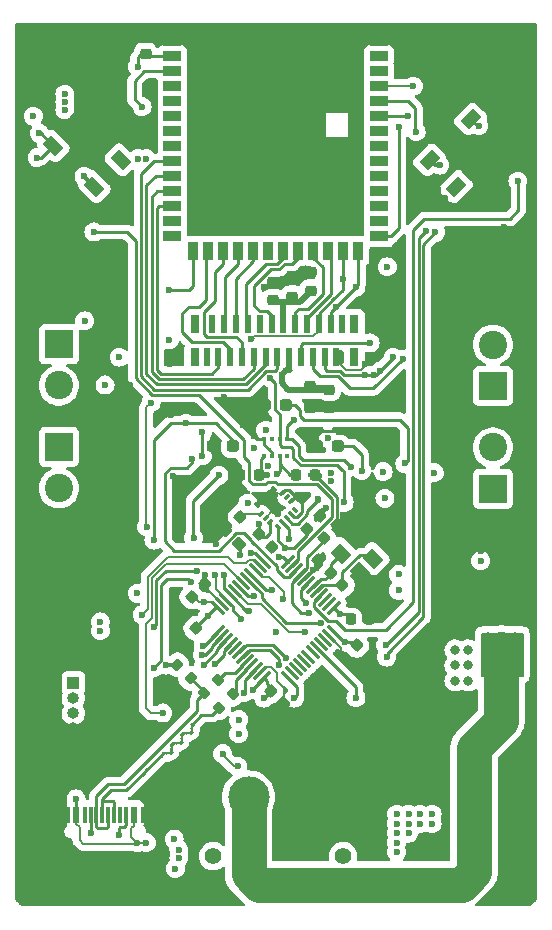
<source format=gbr>
%TF.GenerationSoftware,KiCad,Pcbnew,8.0.4*%
%TF.CreationDate,2024-07-23T16:26:40+02:00*%
%TF.ProjectId,Vertigo Pro PR1,56657274-6967-46f2-9050-726f20505231,DPR1*%
%TF.SameCoordinates,Original*%
%TF.FileFunction,Copper,L1,Top*%
%TF.FilePolarity,Positive*%
%FSLAX46Y46*%
G04 Gerber Fmt 4.6, Leading zero omitted, Abs format (unit mm)*
G04 Created by KiCad (PCBNEW 8.0.4) date 2024-07-23 16:26:40*
%MOMM*%
%LPD*%
G01*
G04 APERTURE LIST*
G04 Aperture macros list*
%AMRoundRect*
0 Rectangle with rounded corners*
0 $1 Rounding radius*
0 $2 $3 $4 $5 $6 $7 $8 $9 X,Y pos of 4 corners*
0 Add a 4 corners polygon primitive as box body*
4,1,4,$2,$3,$4,$5,$6,$7,$8,$9,$2,$3,0*
0 Add four circle primitives for the rounded corners*
1,1,$1+$1,$2,$3*
1,1,$1+$1,$4,$5*
1,1,$1+$1,$6,$7*
1,1,$1+$1,$8,$9*
0 Add four rect primitives between the rounded corners*
20,1,$1+$1,$2,$3,$4,$5,0*
20,1,$1+$1,$4,$5,$6,$7,0*
20,1,$1+$1,$6,$7,$8,$9,0*
20,1,$1+$1,$8,$9,$2,$3,0*%
%AMRotRect*
0 Rectangle, with rotation*
0 The origin of the aperture is its center*
0 $1 length*
0 $2 width*
0 $3 Rotation angle, in degrees counterclockwise*
0 Add horizontal line*
21,1,$1,$2,0,0,$3*%
G04 Aperture macros list end*
%TA.AperFunction,Conductor*%
%ADD10C,0.200000*%
%TD*%
%TA.AperFunction,ComponentPad*%
%ADD11C,1.400000*%
%TD*%
%TA.AperFunction,ComponentPad*%
%ADD12C,3.500000*%
%TD*%
%TA.AperFunction,ComponentPad*%
%ADD13R,3.500000X3.500000*%
%TD*%
%TA.AperFunction,SMDPad,CuDef*%
%ADD14RoundRect,0.043750X0.235113X-0.049497X-0.049497X0.235113X-0.235113X0.049497X0.049497X-0.235113X0*%
%TD*%
%TA.AperFunction,SMDPad,CuDef*%
%ADD15RoundRect,0.043750X0.049497X0.235113X-0.235113X-0.049497X-0.049497X-0.235113X0.235113X0.049497X0*%
%TD*%
%TA.AperFunction,SMDPad,CuDef*%
%ADD16RoundRect,0.043750X-0.235113X0.049497X0.049497X-0.235113X0.235113X-0.049497X-0.049497X0.235113X0*%
%TD*%
%TA.AperFunction,SMDPad,CuDef*%
%ADD17RoundRect,0.043750X-0.049497X-0.235113X0.235113X0.049497X0.049497X0.235113X-0.235113X-0.049497X0*%
%TD*%
%TA.AperFunction,ComponentPad*%
%ADD18R,2.400000X2.400000*%
%TD*%
%TA.AperFunction,ComponentPad*%
%ADD19C,2.400000*%
%TD*%
%TA.AperFunction,SMDPad,CuDef*%
%ADD20RoundRect,0.237500X-0.380070X0.044194X0.044194X-0.380070X0.380070X-0.044194X-0.044194X0.380070X0*%
%TD*%
%TA.AperFunction,SMDPad,CuDef*%
%ADD21RoundRect,0.225000X0.250000X-0.225000X0.250000X0.225000X-0.250000X0.225000X-0.250000X-0.225000X0*%
%TD*%
%TA.AperFunction,SMDPad,CuDef*%
%ADD22RoundRect,0.237500X-0.287500X-0.237500X0.287500X-0.237500X0.287500X0.237500X-0.287500X0.237500X0*%
%TD*%
%TA.AperFunction,SMDPad,CuDef*%
%ADD23RoundRect,0.225000X-0.250000X0.225000X-0.250000X-0.225000X0.250000X-0.225000X0.250000X0.225000X0*%
%TD*%
%TA.AperFunction,SMDPad,CuDef*%
%ADD24RoundRect,0.200000X0.053033X-0.335876X0.335876X-0.053033X-0.053033X0.335876X-0.335876X0.053033X0*%
%TD*%
%TA.AperFunction,SMDPad,CuDef*%
%ADD25RotRect,1.500000X1.000000X135.000000*%
%TD*%
%TA.AperFunction,SMDPad,CuDef*%
%ADD26RoundRect,0.225000X0.225000X0.250000X-0.225000X0.250000X-0.225000X-0.250000X0.225000X-0.250000X0*%
%TD*%
%TA.AperFunction,SMDPad,CuDef*%
%ADD27RoundRect,0.225000X0.017678X-0.335876X0.335876X-0.017678X-0.017678X0.335876X-0.335876X0.017678X0*%
%TD*%
%TA.AperFunction,SMDPad,CuDef*%
%ADD28RoundRect,0.225000X-0.225000X-0.250000X0.225000X-0.250000X0.225000X0.250000X-0.225000X0.250000X0*%
%TD*%
%TA.AperFunction,SMDPad,CuDef*%
%ADD29RotRect,1.150000X1.400000X225.000000*%
%TD*%
%TA.AperFunction,SMDPad,CuDef*%
%ADD30C,1.500000*%
%TD*%
%TA.AperFunction,SMDPad,CuDef*%
%ADD31RoundRect,0.225000X-0.017678X0.335876X-0.335876X0.017678X0.017678X-0.335876X0.335876X-0.017678X0*%
%TD*%
%TA.AperFunction,SMDPad,CuDef*%
%ADD32RoundRect,0.237500X-0.237500X0.300000X-0.237500X-0.300000X0.237500X-0.300000X0.237500X0.300000X0*%
%TD*%
%TA.AperFunction,SMDPad,CuDef*%
%ADD33R,0.600000X1.450000*%
%TD*%
%TA.AperFunction,SMDPad,CuDef*%
%ADD34R,0.300000X1.450000*%
%TD*%
%TA.AperFunction,ComponentPad*%
%ADD35O,1.000000X2.100000*%
%TD*%
%TA.AperFunction,ComponentPad*%
%ADD36O,1.000000X1.600000*%
%TD*%
%TA.AperFunction,SMDPad,CuDef*%
%ADD37RoundRect,0.225000X0.335876X0.017678X0.017678X0.335876X-0.335876X-0.017678X-0.017678X-0.335876X0*%
%TD*%
%TA.AperFunction,SMDPad,CuDef*%
%ADD38RoundRect,0.237500X0.237500X-0.300000X0.237500X0.300000X-0.237500X0.300000X-0.237500X-0.300000X0*%
%TD*%
%TA.AperFunction,SMDPad,CuDef*%
%ADD39RoundRect,0.225000X-0.335876X-0.017678X-0.017678X-0.335876X0.335876X0.017678X0.017678X0.335876X0*%
%TD*%
%TA.AperFunction,SMDPad,CuDef*%
%ADD40R,1.500000X0.900000*%
%TD*%
%TA.AperFunction,SMDPad,CuDef*%
%ADD41R,0.900000X1.500000*%
%TD*%
%TA.AperFunction,HeatsinkPad*%
%ADD42C,0.600000*%
%TD*%
%TA.AperFunction,SMDPad,CuDef*%
%ADD43R,3.900000X3.900000*%
%TD*%
%TA.AperFunction,SMDPad,CuDef*%
%ADD44RoundRect,0.075000X0.415425X0.521491X-0.521491X-0.415425X-0.415425X-0.521491X0.521491X0.415425X0*%
%TD*%
%TA.AperFunction,SMDPad,CuDef*%
%ADD45RoundRect,0.075000X-0.415425X0.521491X-0.521491X0.415425X0.415425X-0.521491X0.521491X-0.415425X0*%
%TD*%
%TA.AperFunction,SMDPad,CuDef*%
%ADD46RotRect,1.500000X1.000000X45.000000*%
%TD*%
%TA.AperFunction,SMDPad,CuDef*%
%ADD47R,0.600000X1.500000*%
%TD*%
%TA.AperFunction,SMDPad,CuDef*%
%ADD48R,0.800000X1.500000*%
%TD*%
%TA.AperFunction,SMDPad,CuDef*%
%ADD49R,0.350000X0.350000*%
%TD*%
%TA.AperFunction,SMDPad,CuDef*%
%ADD50RoundRect,0.200000X0.335876X0.053033X0.053033X0.335876X-0.335876X-0.053033X-0.053033X-0.335876X0*%
%TD*%
%TA.AperFunction,ComponentPad*%
%ADD51R,1.000000X1.000000*%
%TD*%
%TA.AperFunction,ComponentPad*%
%ADD52O,1.000000X1.000000*%
%TD*%
%TA.AperFunction,ViaPad*%
%ADD53C,0.600000*%
%TD*%
%TA.AperFunction,ViaPad*%
%ADD54C,0.800000*%
%TD*%
%TA.AperFunction,Conductor*%
%ADD55C,0.250000*%
%TD*%
%TA.AperFunction,Conductor*%
%ADD56C,0.254000*%
%TD*%
%TA.AperFunction,Conductor*%
%ADD57C,0.202300*%
%TD*%
%TA.AperFunction,Conductor*%
%ADD58C,0.320000*%
%TD*%
%TA.AperFunction,Conductor*%
%ADD59C,0.500000*%
%TD*%
%TA.AperFunction,Conductor*%
%ADD60C,3.000000*%
%TD*%
G04 APERTURE END LIST*
D10*
%TO.N,Net-(BT3-+)*%
X169500000Y-130500000D02*
X166100000Y-130500000D01*
X166100000Y-126900000D01*
X169500000Y-126900000D01*
X169500000Y-130500000D01*
%TA.AperFunction,Conductor*%
G36*
X169500000Y-130500000D02*
G01*
X166100000Y-130500000D01*
X166100000Y-126900000D01*
X169500000Y-126900000D01*
X169500000Y-130500000D01*
G37*
%TD.AperFunction*%
%TD*%
D11*
%TO.P,BT3,*%
%TO.N,*%
X154300000Y-145750000D03*
X143300000Y-145750000D03*
D12*
%TO.P,BT3,1,+*%
%TO.N,Net-(BT3-+)*%
X146300000Y-140750000D03*
D13*
%TO.P,BT3,2,-*%
%TO.N,AGND*%
X151300000Y-140750000D03*
%TD*%
D14*
%TO.P,IC1,1,VDDIO*%
%TO.N,+3.3V*%
X148821249Y-117842569D03*
%TO.P,IC1,2,SCL/SPC*%
%TO.N,/ESP_I2C_SCL*%
X149174802Y-117489016D03*
%TO.P,IC1,3,SDA/SDI*%
%TO.N,/ESP_I2C_SDA*%
X149528356Y-117135463D03*
%TO.P,IC1,4,SA0/SDO*%
%TO.N,AGND*%
X149881909Y-116781909D03*
%TO.P,IC1,5,CS*%
%TO.N,unconnected-(IC1-CS-Pad5)*%
X150235462Y-116428356D03*
D15*
%TO.P,IC1,6,INT*%
%TO.N,AGND*%
X149881909Y-115707107D03*
%TO.P,IC1,7,RESV_1*%
%TO.N,unconnected-(IC1-RESV_1-Pad7)*%
X149528356Y-115353553D03*
%TO.P,IC1,8,FSYNC*%
%TO.N,AGND*%
X149174802Y-115000000D03*
D16*
%TO.P,IC1,9,RESV_2*%
X148453553Y-114646447D03*
%TO.P,IC1,10,RESV_3*%
X148100000Y-115000000D03*
%TO.P,IC1,11,RESV_4*%
X147746446Y-115353553D03*
%TO.P,IC1,12,RESV_5*%
X147392893Y-115707107D03*
%TO.P,IC1,13,GND*%
X147039340Y-116060660D03*
D17*
%TO.P,IC1,14,REGOUT*%
%TO.N,Net-(IC1-REGOUT)*%
X147392893Y-116781909D03*
%TO.P,IC1,15,RESV_6*%
%TO.N,AGND*%
X147746446Y-117135463D03*
%TO.P,IC1,16,VDD*%
%TO.N,/ULN_3V3*%
X148100000Y-117489016D03*
%TD*%
D18*
%TO.P,J6,1,Pin_1*%
%TO.N,VCC*%
X167000000Y-105950000D03*
D19*
%TO.P,J6,2,Pin_2*%
%TO.N,Net-(J6-Pin_2)*%
X167000000Y-102450000D03*
%TD*%
D20*
%TO.P,C33,1*%
%TO.N,AGND*%
X144290120Y-118140120D03*
%TO.P,C33,2*%
%TO.N,/ULN_3V3*%
X145509880Y-119359880D03*
%TD*%
D21*
%TO.P,C19,1*%
%TO.N,AGND*%
X153150000Y-107825000D03*
%TO.P,C19,2*%
%TO.N,/DVDD_1V5*%
X153150000Y-106275000D03*
%TD*%
D22*
%TO.P,D6,1,K*%
%TO.N,AGND*%
X147725000Y-107550000D03*
%TO.P,D6,2,A*%
%TO.N,Net-(D6-A)*%
X149475000Y-107550000D03*
%TD*%
D23*
%TO.P,C16,1*%
%TO.N,AGND*%
X137600000Y-76275000D03*
%TO.P,C16,2*%
%TO.N,+3.3V*%
X137600000Y-77825000D03*
%TD*%
D24*
%TO.P,R3,1*%
%TO.N,/DU+*%
X143783274Y-133216726D03*
%TO.P,R3,2*%
%TO.N,/USB_D+*%
X144950000Y-132050000D03*
%TD*%
D25*
%TO.P,D9,1,VSS*%
%TO.N,AGND*%
X132035177Y-83336218D03*
%TO.P,D9,2,DIN*%
%TO.N,Net-(D9-DIN)*%
X129772436Y-85598959D03*
%TO.P,D9,3,VDD*%
%TO.N,/ALED_PWR*%
X133237259Y-89063782D03*
%TO.P,D9,4,DOUT*%
%TO.N,unconnected-(D9-DOUT-Pad4)*%
X135500000Y-86801041D03*
%TD*%
D26*
%TO.P,C35,1*%
%TO.N,AGND*%
X151900000Y-113450000D03*
%TO.P,C35,2*%
%TO.N,+3.3V*%
X150350000Y-113450000D03*
%TD*%
D22*
%TO.P,D1,1,K*%
%TO.N,AGND*%
X143275000Y-111050000D03*
%TO.P,D1,2,A*%
%TO.N,Net-(D1-A)*%
X145025000Y-111050000D03*
%TD*%
D18*
%TO.P,J7,1,Pin_1*%
%TO.N,VCC*%
X167000000Y-114650000D03*
D19*
%TO.P,J7,2,Pin_2*%
%TO.N,Net-(J7-Pin_2)*%
X167000000Y-111150000D03*
%TD*%
D27*
%TO.P,C7,1*%
%TO.N,+3.3V*%
X141501992Y-123798008D03*
%TO.P,C7,2*%
%TO.N,AGND*%
X142598008Y-122701992D03*
%TD*%
D28*
%TO.P,C4,1*%
%TO.N,+3.3V*%
X154975000Y-125700000D03*
%TO.P,C4,2*%
%TO.N,AGND*%
X156525000Y-125700000D03*
%TD*%
D29*
%TO.P,Y1,1,1*%
%TO.N,/HSE_IN*%
X156843503Y-120562132D03*
%TO.P,Y1,2,2*%
%TO.N,AGND*%
X155287868Y-119006497D03*
%TO.P,Y1,3,3*%
%TO.N,/HSE_OUT*%
X154156497Y-120137868D03*
%TO.P,Y1,4,4*%
%TO.N,AGND*%
X155712132Y-121693503D03*
%TD*%
D30*
%TO.P,GND,1*%
%TO.N,AGND*%
X163400000Y-80100000D03*
%TD*%
D31*
%TO.P,C31,1*%
%TO.N,AGND*%
X152348008Y-116926992D03*
%TO.P,C31,2*%
%TO.N,+3.3V*%
X151251992Y-118023008D03*
%TD*%
D32*
%TO.P,C20,1*%
%TO.N,AGND*%
X150000000Y-96737499D03*
%TO.P,C20,2*%
%TO.N,/AVDD_2V8*%
X150000000Y-98462501D03*
%TD*%
D18*
%TO.P,J5,1,Pin_1*%
%TO.N,VCC*%
X130250000Y-102400000D03*
D19*
%TO.P,J5,2,Pin_2*%
%TO.N,Net-(J5-Pin_2)*%
X130250000Y-105900000D03*
%TD*%
D24*
%TO.P,R2,1*%
%TO.N,/DU-*%
X142533274Y-131966726D03*
%TO.P,R2,2*%
%TO.N,/USB_D-*%
X143700000Y-130800000D03*
%TD*%
D23*
%TO.P,C21,1*%
%TO.N,AGND*%
X151600000Y-96325000D03*
%TO.P,C21,2*%
%TO.N,/AVDD_2V8*%
X151600000Y-97875000D03*
%TD*%
D33*
%TO.P,J2,A1,GND*%
%TO.N,AGND*%
X130924999Y-142230000D03*
%TO.P,J2,A4,VBUS*%
%TO.N,/USB_VBUS_D_CUTOFF*%
X131724998Y-142230000D03*
D34*
%TO.P,J2,A5,CC1*%
%TO.N,Net-(J2-CC1)*%
X132924999Y-142230001D03*
%TO.P,J2,A6,D+*%
%TO.N,/DU+*%
X133924999Y-142230000D03*
%TO.P,J2,A7,D-*%
%TO.N,/DU-*%
X134424999Y-142230000D03*
%TO.P,J2,A8,SBU1*%
%TO.N,unconnected-(J2-SBU1-PadA8)*%
X135424999Y-142230001D03*
D33*
%TO.P,J2,A9,VBUS*%
%TO.N,/USB_VBUS_D_CUTOFF*%
X136625000Y-142230000D03*
%TO.P,J2,A12,GND*%
%TO.N,AGND*%
X137424999Y-142230000D03*
%TO.P,J2,B1,GND*%
X137424999Y-142230000D03*
%TO.P,J2,B4,VBUS*%
%TO.N,/USB_VBUS_D_CUTOFF*%
X136625000Y-142230000D03*
D34*
%TO.P,J2,B5,CC2*%
%TO.N,Net-(J2-CC2)*%
X135924999Y-142230000D03*
%TO.P,J2,B6,D+*%
%TO.N,/DU+*%
X134924999Y-142230000D03*
%TO.P,J2,B7,D-*%
%TO.N,/DU-*%
X133424999Y-142230000D03*
%TO.P,J2,B8,SBU2*%
%TO.N,unconnected-(J2-SBU2-PadB8)*%
X132424999Y-142230000D03*
D33*
%TO.P,J2,B9,VBUS*%
%TO.N,/USB_VBUS_D_CUTOFF*%
X131724998Y-142230000D03*
%TO.P,J2,B12,GND*%
%TO.N,AGND*%
X130924999Y-142230000D03*
D35*
%TO.P,J2,S1,SHIELD*%
X129854999Y-143145000D03*
D36*
X129854999Y-147325000D03*
D35*
X138494999Y-143145000D03*
D36*
X138494999Y-147325000D03*
%TD*%
D37*
%TO.P,C5,1*%
%TO.N,/HSE_OUT*%
X153248008Y-121798008D03*
%TO.P,C5,2*%
%TO.N,AGND*%
X152151992Y-120701992D03*
%TD*%
D38*
%TO.P,C18,1*%
%TO.N,AGND*%
X151500000Y-107762501D03*
%TO.P,C18,2*%
%TO.N,/DVDD_1V5*%
X151500000Y-106037499D03*
%TD*%
D39*
%TO.P,C3,1*%
%TO.N,/HSE_IN*%
X154251992Y-122801992D03*
%TO.P,C3,2*%
%TO.N,AGND*%
X155348008Y-123898008D03*
%TD*%
D40*
%TO.P,U3,1,GND*%
%TO.N,AGND*%
X139850000Y-76740000D03*
%TO.P,U3,2,3V3*%
%TO.N,+3.3V*%
X139850000Y-78010000D03*
%TO.P,U3,3,EN*%
%TO.N,/ESP_EN*%
X139850000Y-79280000D03*
%TO.P,U3,4,IO4*%
%TO.N,unconnected-(U3-IO4-Pad4)*%
X139850000Y-80550000D03*
%TO.P,U3,5,IO5*%
%TO.N,unconnected-(U3-IO5-Pad5)*%
X139850000Y-81820000D03*
%TO.P,U3,6,IO6*%
%TO.N,unconnected-(U3-IO6-Pad6)*%
X139850000Y-83090000D03*
%TO.P,U3,7,IO7*%
%TO.N,unconnected-(U3-IO7-Pad7)*%
X139850000Y-84360000D03*
%TO.P,U3,8,IO15*%
%TO.N,unconnected-(U3-IO15-Pad8)*%
X139850000Y-85630000D03*
%TO.P,U3,9,IO16*%
%TO.N,/DVP_Y9*%
X139850000Y-86900000D03*
%TO.P,U3,10,IO17*%
%TO.N,/DVP_Y8*%
X139850000Y-88170000D03*
%TO.P,U3,11,IO18*%
%TO.N,/DVP_Y7*%
X139850000Y-89440000D03*
%TO.P,U3,12,IO8*%
%TO.N,/DVP_Y4*%
X139850000Y-90710000D03*
%TO.P,U3,13,IO19*%
%TO.N,unconnected-(U3-IO19-Pad13)*%
X139850000Y-91980000D03*
%TO.P,U3,14,IO20*%
%TO.N,unconnected-(U3-IO20-Pad14)*%
X139850000Y-93250000D03*
D41*
%TO.P,U3,15,IO3*%
%TO.N,Net-(U3-IO3)*%
X141615000Y-94500000D03*
%TO.P,U3,16,IO46*%
%TO.N,/DVP_Y5*%
X142885000Y-94500000D03*
%TO.P,U3,17,IO9*%
%TO.N,/DVP_Y6*%
X144155000Y-94500000D03*
%TO.P,U3,18,IO10*%
%TO.N,/DVP_Y3*%
X145425000Y-94500000D03*
%TO.P,U3,19,IO11*%
%TO.N,/DVP_Y2*%
X146695000Y-94500000D03*
%TO.P,U3,20,IO12*%
%TO.N,unconnected-(U3-IO12-Pad20)*%
X147965000Y-94500000D03*
%TO.P,U3,21,IO13*%
%TO.N,/DVP_PCLK*%
X149235000Y-94500000D03*
%TO.P,U3,22,IO14*%
%TO.N,/XMCLK*%
X150505000Y-94500000D03*
%TO.P,U3,23,IO21*%
%TO.N,/DVP_HREF*%
X151775000Y-94500000D03*
%TO.P,U3,24,IO47*%
%TO.N,/DVP_VSYNC*%
X153045000Y-94500000D03*
%TO.P,U3,25,IO48*%
%TO.N,/ESP_I2C_SCL*%
X154315000Y-94500000D03*
%TO.P,U3,26,IO45*%
%TO.N,/ESP_I2C_SDA*%
X155585000Y-94500000D03*
D40*
%TO.P,U3,27,IO0*%
%TO.N,/IO0*%
X157350000Y-93250000D03*
%TO.P,U3,28,IO35*%
%TO.N,unconnected-(U3-IO35-Pad28)*%
X157350000Y-91980000D03*
%TO.P,U3,29,IO36*%
%TO.N,unconnected-(U3-IO36-Pad29)*%
X157350000Y-90710000D03*
%TO.P,U3,30,IO37*%
%TO.N,unconnected-(U3-IO37-Pad30)*%
X157350000Y-89440000D03*
%TO.P,U3,31,IO38*%
%TO.N,unconnected-(U3-IO38-Pad31)*%
X157350000Y-88170000D03*
%TO.P,U3,32,IO39*%
%TO.N,unconnected-(U3-IO39-Pad32)*%
X157350000Y-86900000D03*
%TO.P,U3,33,IO40*%
%TO.N,unconnected-(U3-IO40-Pad33)*%
X157350000Y-85630000D03*
%TO.P,U3,34,IO41*%
%TO.N,unconnected-(U3-IO41-Pad34)*%
X157350000Y-84360000D03*
%TO.P,U3,35,IO42*%
%TO.N,/ESP_ALED*%
X157350000Y-83090000D03*
%TO.P,U3,36,RXD0*%
%TO.N,/ESP_UART_RX*%
X157350000Y-81820000D03*
%TO.P,U3,37,TXD0*%
%TO.N,/ESP_UART_TX*%
X157350000Y-80550000D03*
%TO.P,U3,38,IO2*%
%TO.N,unconnected-(U3-IO2-Pad38)*%
X157350000Y-79280000D03*
%TO.P,U3,39,IO1*%
%TO.N,unconnected-(U3-IO1-Pad39)*%
X157350000Y-78010000D03*
%TO.P,U3,40,GND*%
%TO.N,AGND*%
X157350000Y-76740000D03*
D42*
%TO.P,U3,41,GND*%
X145700000Y-83760000D03*
X145700000Y-85160000D03*
X146400000Y-83060000D03*
X146400000Y-84460000D03*
X146400000Y-85860000D03*
X147100000Y-83760000D03*
D43*
X147100000Y-84460000D03*
D42*
X147100000Y-85160000D03*
X147800000Y-83060000D03*
X147800000Y-84460000D03*
X147800000Y-85860000D03*
X148500000Y-83760000D03*
X148500000Y-85160000D03*
%TD*%
D23*
%TO.P,C22,1*%
%TO.N,AGND*%
X148400000Y-97125000D03*
%TO.P,C22,2*%
%TO.N,/AVDD_2V8*%
X148400000Y-98675000D03*
%TD*%
D37*
%TO.P,C34,1*%
%TO.N,Net-(IC1-REGOUT)*%
X145598008Y-116998008D03*
%TO.P,C34,2*%
%TO.N,AGND*%
X144501992Y-115901992D03*
%TD*%
D22*
%TO.P,D2,1,K*%
%TO.N,AGND*%
X152125000Y-111050000D03*
%TO.P,D2,2,A*%
%TO.N,Net-(D2-A)*%
X153875000Y-111050000D03*
%TD*%
D31*
%TO.P,C8,1*%
%TO.N,+3.3V*%
X155448008Y-127901992D03*
%TO.P,C8,2*%
%TO.N,AGND*%
X154351992Y-128998008D03*
%TD*%
D44*
%TO.P,U1,1,VBAT*%
%TO.N,+3.3V*%
X153497876Y-124741212D03*
%TO.P,U1,2,PC13*%
%TO.N,unconnected-(U1-PC13-Pad2)*%
X153144322Y-124387658D03*
%TO.P,U1,3,PC14*%
%TO.N,unconnected-(U1-PC14-Pad3)*%
X152790769Y-124034105D03*
%TO.P,U1,4,PC15*%
%TO.N,/STM_ALED*%
X152437215Y-123680551D03*
%TO.P,U1,5,PD0*%
%TO.N,/HSE_IN*%
X152083662Y-123326998D03*
%TO.P,U1,6,PD1*%
%TO.N,/HSE_OUT*%
X151730109Y-122973445D03*
%TO.P,U1,7,NRST*%
%TO.N,/NRST*%
X151376555Y-122619891D03*
%TO.P,U1,8,VSSA*%
%TO.N,AGND*%
X151023002Y-122266338D03*
%TO.P,U1,9,VDDA*%
%TO.N,+3.3V*%
X150669449Y-121912785D03*
%TO.P,U1,10,PA0*%
%TO.N,/IGN_1*%
X150315895Y-121559231D03*
%TO.P,U1,11,PA1*%
%TO.N,/IGN_2*%
X149962342Y-121205678D03*
%TO.P,U1,12,PA2*%
%TO.N,/STM_UART2_TX*%
X149608788Y-120852124D03*
D45*
%TO.P,U1,13,PA3*%
%TO.N,/STM_UART2_RX*%
X147611212Y-120852124D03*
%TO.P,U1,14,PA4*%
%TO.N,/CONTI_C1*%
X147257658Y-121205678D03*
%TO.P,U1,15,PA5*%
%TO.N,/CONTI_C2*%
X146904105Y-121559231D03*
%TO.P,U1,16,PA6*%
%TO.N,/CONTI_C3*%
X146550551Y-121912785D03*
%TO.P,U1,17,PA7*%
%TO.N,/CONTI_C4*%
X146196998Y-122266338D03*
%TO.P,U1,18,PB0*%
%TO.N,/BATT_U*%
X145843445Y-122619891D03*
%TO.P,U1,19,PB1*%
%TO.N,/IGN_3*%
X145489891Y-122973445D03*
%TO.P,U1,20,PB2*%
%TO.N,/IGN_4*%
X145136338Y-123326998D03*
%TO.P,U1,21,PB10*%
%TO.N,/ESP_I2C_SCL*%
X144782785Y-123680551D03*
%TO.P,U1,22,PB11*%
%TO.N,/ESP_I2C_SDA*%
X144429231Y-124034105D03*
%TO.P,U1,23,VSS*%
%TO.N,AGND*%
X144075678Y-124387658D03*
%TO.P,U1,24,VDD*%
%TO.N,+3.3V*%
X143722124Y-124741212D03*
D44*
%TO.P,U1,25,PB12*%
%TO.N,/STM_SPI_NSS*%
X143722124Y-126738788D03*
%TO.P,U1,26,PB13*%
%TO.N,/STM_SPI_SCK*%
X144075678Y-127092342D03*
%TO.P,U1,27,PB14*%
%TO.N,/STM_SPI_MISO*%
X144429231Y-127445895D03*
%TO.P,U1,28,PB15*%
%TO.N,/STM_SPI_MOSI*%
X144782785Y-127799449D03*
%TO.P,U1,29,PA8*%
%TO.N,unconnected-(U1-PA8-Pad29)*%
X145136338Y-128153002D03*
%TO.P,U1,30,PA9*%
%TO.N,/ESP_UART_RX*%
X145489891Y-128506555D03*
%TO.P,U1,31,PA10*%
%TO.N,/ESP_UART_TX*%
X145843445Y-128860109D03*
%TO.P,U1,32,PA11*%
%TO.N,/USB_D-*%
X146196998Y-129213662D03*
%TO.P,U1,33,PA12*%
%TO.N,/USB_D+*%
X146550551Y-129567215D03*
%TO.P,U1,34,PA13*%
%TO.N,/SWDIO*%
X146904105Y-129920769D03*
%TO.P,U1,35,VSS*%
%TO.N,AGND*%
X147257658Y-130274322D03*
%TO.P,U1,36,VDD*%
%TO.N,+3.3V*%
X147611212Y-130627876D03*
D45*
%TO.P,U1,37,PA14*%
%TO.N,/SWCLK*%
X149608788Y-130627876D03*
%TO.P,U1,38,PA15*%
%TO.N,unconnected-(U1-PA15-Pad38)*%
X149962342Y-130274322D03*
%TO.P,U1,39,PB3*%
%TO.N,unconnected-(U1-PB3-Pad39)*%
X150315895Y-129920769D03*
%TO.P,U1,40,PB4*%
%TO.N,unconnected-(U1-PB4-Pad40)*%
X150669449Y-129567215D03*
%TO.P,U1,41,PB5*%
%TO.N,unconnected-(U1-PB5-Pad41)*%
X151023002Y-129213662D03*
%TO.P,U1,42,PB6*%
%TO.N,unconnected-(U1-PB6-Pad42)*%
X151376555Y-128860109D03*
%TO.P,U1,43,PB7*%
%TO.N,unconnected-(U1-PB7-Pad43)*%
X151730109Y-128506555D03*
%TO.P,U1,44,BOOT0*%
%TO.N,/BOOT0*%
X152083662Y-128153002D03*
%TO.P,U1,45,PB8*%
%TO.N,unconnected-(U1-PB8-Pad45)*%
X152437215Y-127799449D03*
%TO.P,U1,46,PB9*%
%TO.N,unconnected-(U1-PB9-Pad46)*%
X152790769Y-127445895D03*
%TO.P,U1,47,VSS*%
%TO.N,AGND*%
X153144322Y-127092342D03*
%TO.P,U1,48,VDD*%
%TO.N,+3.3V*%
X153497876Y-126738788D03*
%TD*%
D46*
%TO.P,D8,1,VSS*%
%TO.N,AGND*%
X167363782Y-85598959D03*
%TO.P,D8,2,DIN*%
%TO.N,Net-(D8-DIN)*%
X165101041Y-83336218D03*
%TO.P,D8,3,VDD*%
%TO.N,/ALED_PWR*%
X161636218Y-86801041D03*
%TO.P,D8,4,DOUT*%
%TO.N,unconnected-(D8-DOUT-Pad4)*%
X163898959Y-89063782D03*
%TD*%
D47*
%TO.P,J3,1,1*%
%TO.N,unconnected-(J3-Pad1)*%
X154249999Y-100700000D03*
%TO.P,J3,2,2*%
%TO.N,AGND*%
X153750000Y-103500000D03*
%TO.P,J3,3,3*%
%TO.N,/ESP_I2C_SDA*%
X153250000Y-100700000D03*
%TO.P,J3,4,4*%
%TO.N,/AVDD_2V8*%
X152750000Y-103500000D03*
%TO.P,J3,5,5*%
%TO.N,/ESP_I2C_SCL*%
X152250000Y-100700000D03*
%TO.P,J3,6,6*%
%TO.N,/CAM_RESET*%
X151750001Y-103500000D03*
%TO.P,J3,7,7*%
%TO.N,/DVP_VSYNC*%
X151250000Y-100700000D03*
%TO.P,J3,8,8*%
%TO.N,/CAM_PWDN*%
X150750000Y-103500000D03*
%TO.P,J3,9,9*%
%TO.N,/DVP_HREF*%
X150249999Y-100700000D03*
%TO.P,J3,10,10*%
%TO.N,/DVDD_1V5*%
X149750000Y-103500000D03*
%TO.P,J3,11,11*%
%TO.N,/AVDD_2V8*%
X149250001Y-100700000D03*
%TO.P,J3,12,12*%
%TO.N,/DVP_Y9*%
X148750000Y-103500000D03*
%TO.P,J3,13,13*%
%TO.N,/XMCLK*%
X148250000Y-100700000D03*
%TO.P,J3,14,14*%
%TO.N,/DVP_Y8*%
X147749999Y-103500000D03*
%TO.P,J3,15,15*%
%TO.N,AGND*%
X147250000Y-100700000D03*
%TO.P,J3,16,16*%
%TO.N,/DVP_Y7*%
X146750001Y-103500000D03*
%TO.P,J3,17,17*%
%TO.N,/DVP_PCLK*%
X146250000Y-100700000D03*
%TO.P,J3,18,18*%
%TO.N,/DVP_Y6*%
X145750000Y-103500000D03*
%TO.P,J3,19,19*%
%TO.N,/DVP_Y2*%
X145249999Y-100700000D03*
%TO.P,J3,20,20*%
%TO.N,/DVP_Y5*%
X144750000Y-103500000D03*
%TO.P,J3,21,21*%
%TO.N,/DVP_Y3*%
X144250000Y-100700000D03*
%TO.P,J3,22,22*%
%TO.N,/DVP_Y4*%
X143750000Y-103500000D03*
%TO.P,J3,23,23*%
%TO.N,unconnected-(J3-Pad23)*%
X143250000Y-100700000D03*
%TO.P,J3,24,24*%
%TO.N,unconnected-(J3-Pad24)*%
X142750001Y-103500000D03*
D48*
%TO.P,J3,S1,SHIELD*%
%TO.N,unconnected-(J3-SHIELD-PadS1)_2*%
X155250000Y-103500000D03*
%TO.P,J3,S2,SHIELD*%
%TO.N,unconnected-(J3-SHIELD-PadS1)_1*%
X155250000Y-100700000D03*
%TO.P,J3,S3,SHIELD*%
%TO.N,unconnected-(J3-SHIELD-PadS1)*%
X141750000Y-103500000D03*
%TO.P,J3,S4,SHIELD*%
%TO.N,unconnected-(J3-SHIELD-PadS1)_3*%
X141750000Y-100700000D03*
%TD*%
D27*
%TO.P,C9,1*%
%TO.N,+3.3V*%
X152700000Y-118850000D03*
%TO.P,C9,2*%
%TO.N,AGND*%
X153796016Y-117753984D03*
%TD*%
D49*
%TO.P,IC2,1,GND_1*%
%TO.N,AGND*%
X147624999Y-110441000D03*
%TO.P,IC2,2,CSB*%
%TO.N,unconnected-(IC2-CSB-Pad2)*%
X148275000Y-110441000D03*
%TO.P,IC2,3,SDI*%
%TO.N,/ESP_I2C_SDA*%
X148925000Y-110441000D03*
%TO.P,IC2,4,SCK*%
%TO.N,/ESP_I2C_SCL*%
X149575001Y-110441000D03*
%TO.P,IC2,5,SDO*%
%TO.N,unconnected-(IC2-SDO-Pad5)*%
X149575001Y-111891000D03*
%TO.P,IC2,6,VDDIO*%
%TO.N,+3.3V*%
X148925000Y-111891000D03*
%TO.P,IC2,7,GND_2*%
%TO.N,AGND*%
X148275000Y-111891000D03*
%TO.P,IC2,8,VDD*%
%TO.N,/ULN_3V3*%
X147624999Y-111891000D03*
%TD*%
D37*
%TO.P,C32,1*%
%TO.N,AGND*%
X148248008Y-119598008D03*
%TO.P,C32,2*%
%TO.N,/ULN_3V3*%
X147151992Y-118501992D03*
%TD*%
D18*
%TO.P,J4,1,Pin_1*%
%TO.N,VCC*%
X130250000Y-111100000D03*
D19*
%TO.P,J4,2,Pin_2*%
%TO.N,Net-(J4-Pin_2)*%
X130250000Y-114600000D03*
%TD*%
D39*
%TO.P,C6,1*%
%TO.N,+3.3V*%
X148201992Y-131801992D03*
%TO.P,C6,2*%
%TO.N,AGND*%
X149298008Y-132898008D03*
%TD*%
D37*
%TO.P,C1,1*%
%TO.N,+3.3V*%
X141848008Y-126448008D03*
%TO.P,C1,2*%
%TO.N,AGND*%
X140751992Y-125351992D03*
%TD*%
D26*
%TO.P,C36,1*%
%TO.N,/ULN_3V3*%
X147150000Y-113475000D03*
%TO.P,C36,2*%
%TO.N,AGND*%
X145600000Y-113475000D03*
%TD*%
D50*
%TO.P,R48,1*%
%TO.N,/DU-*%
X141400000Y-130691726D03*
%TO.P,R48,2*%
%TO.N,+3.3V*%
X140233274Y-129525000D03*
%TD*%
D51*
%TO.P,J1,1,Pin_1*%
%TO.N,+3.3V*%
X131475000Y-131100000D03*
D52*
%TO.P,J1,2,Pin_2*%
%TO.N,/SWDIO*%
X131475000Y-132370001D03*
%TO.P,J1,3,Pin_3*%
%TO.N,/SWCLK*%
X131475000Y-133640000D03*
%TO.P,J1,4,Pin_4*%
%TO.N,AGND*%
X131475000Y-134910000D03*
%TD*%
D53*
%TO.N,/BATT_U*%
X139050000Y-133627000D03*
X145400000Y-138150000D03*
X144109148Y-137077000D03*
%TO.N,+3.3V*%
X137650000Y-86700000D03*
X149350000Y-119700000D03*
X160850000Y-143000000D03*
X145475000Y-134200000D03*
X158050000Y-95850000D03*
X159850000Y-142200000D03*
X142500000Y-124198008D03*
X154028332Y-125271668D03*
X158850000Y-143000000D03*
X147941337Y-112724407D03*
X146724999Y-111200000D03*
X158850000Y-144600000D03*
X145475000Y-135400000D03*
X151450000Y-125150000D03*
X158850000Y-143800000D03*
X154458367Y-127630733D03*
X139320000Y-129570000D03*
X136925000Y-78900000D03*
X157853894Y-115452680D03*
X136900000Y-123500000D03*
X159850000Y-143000000D03*
X158850000Y-145400000D03*
X146650000Y-131650000D03*
X159000000Y-123250000D03*
X148600000Y-126800000D03*
X139610000Y-102030000D03*
X148725601Y-113376952D03*
X153275680Y-113275680D03*
X160850000Y-142200000D03*
X133750000Y-125925000D03*
X132425000Y-100425000D03*
X133750000Y-126650000D03*
X136950000Y-86700000D03*
X153000000Y-110350000D03*
X161850000Y-143000000D03*
X153275680Y-114013470D03*
X147600000Y-132377680D03*
X162025000Y-113278311D03*
X157700000Y-113200000D03*
X147750000Y-109700000D03*
X142850000Y-125450000D03*
X159850000Y-143800000D03*
X161850000Y-142200000D03*
X158850000Y-142200000D03*
X159000000Y-121900000D03*
%TO.N,/CONTI_C1*%
X137300000Y-125300000D03*
%TO.N,/ALED_PWR*%
X130750000Y-81900000D03*
X130750000Y-81250000D03*
X162500000Y-87250000D03*
X132375000Y-88175000D03*
X130755000Y-82555000D03*
%TO.N,Net-(D8-DIN)*%
X165800000Y-83900000D03*
%TO.N,/IGN_1*%
X141542821Y-112153724D03*
D54*
%TO.N,VCC*%
X164900000Y-128300000D03*
X163800000Y-129600000D03*
X164900000Y-129600000D03*
D53*
X134154692Y-105854692D03*
X140400000Y-145900000D03*
X140000000Y-144300000D03*
X135350000Y-103500000D03*
D54*
X164900000Y-130900000D03*
X163800000Y-130900000D03*
D53*
X128075000Y-83100000D03*
X140100000Y-146800000D03*
D54*
X163800000Y-128300000D03*
D53*
X140400000Y-145200000D03*
%TO.N,/SWDIO*%
X145949200Y-131909556D03*
%TO.N,/BOOT0*%
X155400000Y-132350000D03*
%TO.N,/NRST*%
X151150000Y-124300000D03*
%TO.N,/USB_VBUS_D_CUTOFF*%
X131700000Y-140900000D03*
X137650000Y-144600000D03*
X136900000Y-144600000D03*
%TO.N,/STM_SPI_NSS*%
X142456998Y-127952031D03*
%TO.N,Net-(D9-DIN)*%
X128400000Y-86600000D03*
X128600000Y-84550000D03*
%TO.N,/SWCLK*%
X150171543Y-132371543D03*
%TO.N,/STM_SPI_MISO*%
X142505731Y-129542985D03*
%TO.N,/IGN_2*%
X133200000Y-92900000D03*
%TO.N,/IGN_4*%
X165950000Y-120750000D03*
X151100000Y-126800000D03*
%TO.N,/CONTI_C2*%
X138050000Y-107350000D03*
X149226271Y-123981441D03*
X137671662Y-117875000D03*
%TO.N,/CONTI_C3*%
X148274922Y-123175078D03*
%TO.N,/CONTI_C4*%
X152400000Y-125999997D03*
%TO.N,/STM_ALED*%
X169100000Y-88600000D03*
%TO.N,/ESP_ALED*%
X159800000Y-83090000D03*
%TO.N,AGND*%
X166500000Y-95600000D03*
X169600000Y-146900000D03*
X155450000Y-117800000D03*
X130900000Y-145500000D03*
X136350000Y-136150000D03*
X129900000Y-124000000D03*
X132200000Y-108350000D03*
X130100000Y-75900000D03*
X131400000Y-89400000D03*
X135250000Y-128900000D03*
X151794670Y-121494670D03*
X155200000Y-109775000D03*
X169900000Y-136200000D03*
X147490000Y-89670000D03*
X155050000Y-93000000D03*
X144950000Y-114200000D03*
X151000000Y-87000000D03*
X152400000Y-145350000D03*
X152821836Y-116278164D03*
X128800000Y-75900000D03*
X132300000Y-81900000D03*
X135900000Y-90100000D03*
X130100000Y-117700000D03*
X150900000Y-145350000D03*
X151000000Y-83000000D03*
X153900000Y-141100000D03*
X130100000Y-119900000D03*
X151000000Y-86000000D03*
X132700000Y-114300000D03*
X130600000Y-139687320D03*
X166300000Y-88300000D03*
X149950000Y-80600000D03*
X141750000Y-125100000D03*
X142000000Y-89500000D03*
X136300000Y-105850000D03*
X152200000Y-133300000D03*
X142000000Y-87500000D03*
X135700000Y-123600000D03*
X155500000Y-90050000D03*
X142000000Y-83750000D03*
X155500000Y-86000000D03*
X129500000Y-79300000D03*
X168100000Y-108500000D03*
X159500000Y-130500000D03*
X149350000Y-144200000D03*
X144200000Y-106900000D03*
X150850000Y-133300000D03*
X144500000Y-85750000D03*
X170200000Y-124400000D03*
X155500000Y-88000000D03*
X170200000Y-125400000D03*
X139650000Y-103050000D03*
X129850000Y-141500000D03*
X159550000Y-133750000D03*
X167150000Y-124750000D03*
X154400000Y-117000000D03*
X167853500Y-139900001D03*
X139875000Y-113560202D03*
X155000000Y-82000000D03*
X157825000Y-109775000D03*
X160500000Y-78000000D03*
X147600000Y-97600000D03*
X161800000Y-80900000D03*
X167400000Y-87100000D03*
X170053500Y-139700001D03*
X150850000Y-96400000D03*
X151750000Y-93000000D03*
X136350000Y-134800000D03*
X149350000Y-145350000D03*
X135200000Y-80250000D03*
X130600000Y-140850000D03*
X169800000Y-115900000D03*
X153900000Y-139650000D03*
X167900000Y-92500000D03*
X167500000Y-99500000D03*
X150900000Y-144200000D03*
X133750000Y-148600000D03*
X152400000Y-143100000D03*
X130400000Y-134900000D03*
X154000000Y-82000000D03*
X152000000Y-82000000D03*
X152850000Y-90300000D03*
X130000000Y-92800000D03*
X170000000Y-79500000D03*
X139650000Y-104050000D03*
X147500000Y-87400000D03*
X134100000Y-114300000D03*
X132700000Y-112200000D03*
X132500000Y-134900000D03*
X127400000Y-75900000D03*
X169800000Y-105800000D03*
X170053500Y-140500001D03*
X142500000Y-113476351D03*
X135750000Y-148600000D03*
X151900000Y-136200000D03*
X130900000Y-147300000D03*
X140700000Y-137300000D03*
X162325000Y-89300000D03*
X162253500Y-139400001D03*
X166400000Y-108500000D03*
X153000000Y-82000000D03*
X159653500Y-139400000D03*
X167000000Y-79500000D03*
X133700000Y-81900000D03*
X152300000Y-107762501D03*
X130900000Y-149000000D03*
X155500000Y-84000000D03*
X169800000Y-112900000D03*
X147598000Y-108462680D03*
X152400000Y-144200000D03*
X142000000Y-85750000D03*
X138300000Y-141600000D03*
X134100000Y-110100000D03*
X156900000Y-144150000D03*
X165000000Y-97500000D03*
X144500000Y-80000000D03*
X151000000Y-85000000D03*
X129800000Y-89400000D03*
X130800000Y-108350000D03*
X152000000Y-87000000D03*
X150850000Y-89000000D03*
X166500000Y-97500000D03*
X130300000Y-128900000D03*
X164272320Y-107800000D03*
X134200000Y-79100000D03*
X150900000Y-143100000D03*
X152500000Y-77200000D03*
X135800000Y-96200000D03*
X137850000Y-134800000D03*
X155400000Y-141100000D03*
X168553500Y-141200001D03*
X156650000Y-100000000D03*
X169800000Y-104300000D03*
X169800000Y-108500000D03*
X151000000Y-84000000D03*
X156200000Y-117800000D03*
X156900000Y-139650000D03*
X137500000Y-149000000D03*
X165000000Y-79500000D03*
X155500000Y-87000000D03*
X164500000Y-90600000D03*
X169800000Y-109900000D03*
X134650000Y-136150000D03*
X149350000Y-143100000D03*
X167900000Y-93400000D03*
X156145308Y-104054692D03*
X131500000Y-136000000D03*
X151000000Y-82000000D03*
X149200000Y-96850000D03*
X167853500Y-140700001D03*
X165000000Y-99500000D03*
X130700000Y-88100000D03*
X144500000Y-82000000D03*
X137650000Y-80800000D03*
X153950000Y-93000000D03*
X144500000Y-83750000D03*
X137850000Y-136150000D03*
X162914798Y-90010202D03*
X157900000Y-111900000D03*
X169600000Y-142900000D03*
X145807101Y-109251410D03*
X133050000Y-148600000D03*
X163500000Y-78000000D03*
X160553500Y-139400000D03*
X153000000Y-87000000D03*
X127750000Y-144250000D03*
X155400000Y-139650000D03*
X127650000Y-139700000D03*
X135100000Y-81900000D03*
X132700000Y-110100000D03*
X153900000Y-142650000D03*
X134100000Y-112200000D03*
X150600000Y-93000000D03*
X142000000Y-82000000D03*
X169800000Y-107300000D03*
X158600000Y-110800000D03*
X142000000Y-80000000D03*
X135700000Y-125500000D03*
X163600000Y-82400000D03*
X128450000Y-92800000D03*
X137500000Y-147300000D03*
X156900000Y-142650000D03*
X166350000Y-118150000D03*
X139750000Y-108400000D03*
X155400000Y-142650000D03*
X155500000Y-89000000D03*
X127750000Y-146600000D03*
X167000000Y-84500000D03*
X166000000Y-119950000D03*
X148248008Y-119598008D03*
X155500000Y-85000000D03*
X151375000Y-115175000D03*
X156900000Y-141100000D03*
X127400000Y-77000000D03*
X142628437Y-121928437D03*
X142800000Y-135100000D03*
X127700000Y-141950000D03*
X129400000Y-108350000D03*
X137500000Y-140900000D03*
X157750000Y-122150000D03*
X135900000Y-91600000D03*
X169600000Y-144900000D03*
X147750000Y-80600000D03*
X127800000Y-148900000D03*
X135900000Y-88700000D03*
X157750000Y-123650000D03*
X152500000Y-78000000D03*
X148800000Y-116800000D03*
X166200000Y-85200000D03*
X167000000Y-82000000D03*
X156900000Y-145700000D03*
X159550000Y-134800000D03*
X157750000Y-125150000D03*
X153900000Y-144150000D03*
X169800000Y-114400000D03*
X170000000Y-82000000D03*
X135050000Y-148600000D03*
X169600000Y-148700000D03*
X150850000Y-90000000D03*
X132850000Y-128900000D03*
X156500000Y-109775000D03*
X169353500Y-141200001D03*
X151000000Y-88000000D03*
X161353500Y-139400001D03*
X155500000Y-83000000D03*
X145800000Y-107200000D03*
X155400000Y-144150000D03*
X152000000Y-86000000D03*
X169800000Y-111400000D03*
X144500000Y-89500000D03*
X147250000Y-100250000D03*
X144500000Y-87500000D03*
X134700000Y-91600000D03*
X157800000Y-130500000D03*
X167150000Y-123600000D03*
X130100000Y-118800000D03*
X142800000Y-137300000D03*
X143520307Y-119300000D03*
X133300000Y-84600000D03*
X152850000Y-93000000D03*
%TO.N,/ESP_I2C_SDA*%
X145700000Y-125650000D03*
X154400000Y-115800000D03*
X152200000Y-115550000D03*
X143450000Y-121950000D03*
X153696875Y-99246875D03*
X155396875Y-97574320D03*
X148149999Y-105247320D03*
%TO.N,/DVDD_1V5*%
X149750000Y-104600000D03*
X149120185Y-105009177D03*
%TO.N,/CAM_RESET*%
X159350000Y-103650000D03*
%TO.N,/CAM_PWDN*%
X156600000Y-102300000D03*
%TO.N,/ESP_I2C_SCL*%
X150150000Y-108800000D03*
X154315000Y-96900000D03*
X146300000Y-125025000D03*
X146550000Y-101950000D03*
X154975000Y-112787788D03*
X149754442Y-118900000D03*
X144250000Y-121950000D03*
%TO.N,Net-(U3-IO3)*%
X139600000Y-97850000D03*
%TO.N,/ESP_UART_TX*%
X162130948Y-92930948D03*
X158000000Y-128900000D03*
X148887411Y-129562589D03*
X160250000Y-80550000D03*
%TO.N,/IGN_3*%
X146800000Y-123750000D03*
%TO.N,/ULN_3V3*%
X147151992Y-117600000D03*
X145550000Y-120250000D03*
X146250000Y-115850000D03*
X147898187Y-113470483D03*
%TO.N,Net-(D1-A)*%
X138296662Y-119000000D03*
X141000000Y-109100000D03*
%TO.N,Net-(D6-A)*%
X159533883Y-112500001D03*
%TO.N,Net-(J2-CC2)*%
X135300000Y-144000000D03*
%TO.N,Net-(J2-CC1)*%
X132950000Y-143750000D03*
%TO.N,/ESP_UART_RX*%
X161300000Y-92800000D03*
X149503629Y-128983004D03*
X160500000Y-84400000D03*
X157900000Y-127900000D03*
%TO.N,/AVDD_2V8*%
X158550000Y-103500000D03*
X156200000Y-105000000D03*
X157450000Y-104672320D03*
X149250001Y-99350001D03*
X156900000Y-105025000D03*
%TO.N,/ESP_EN*%
X137300000Y-82300000D03*
%TO.N,/IO0*%
X159000000Y-84000000D03*
D54*
%TO.N,Net-(BT3-+)*%
X167700000Y-128200000D03*
X167700000Y-129200000D03*
X167700000Y-130200000D03*
X168900000Y-130200000D03*
X166600000Y-128200000D03*
X166600000Y-130200000D03*
X166600000Y-127200000D03*
X168900000Y-129200000D03*
X166600000Y-129200000D03*
X168900000Y-128200000D03*
X168900000Y-127200000D03*
X167700000Y-127200000D03*
D53*
%TO.N,Net-(D2-A)*%
X155900000Y-113100000D03*
%TO.N,/STM_SPI_SCK*%
X142400000Y-128750000D03*
%TO.N,/STM_SPI_MOSI*%
X143485140Y-129485140D03*
%TO.N,/STM_UART2_RX*%
X146541030Y-120058970D03*
X141901320Y-121600000D03*
X143800000Y-113500000D03*
X138310190Y-126310190D03*
X141647602Y-118800000D03*
%TO.N,/STM_UART2_TX*%
X142400000Y-109850000D03*
X148843877Y-120459992D03*
X138300000Y-129800000D03*
X141400000Y-122500000D03*
X142400000Y-111850000D03*
%TD*%
D55*
%TO.N,/IGN_1*%
X141542821Y-112407179D02*
X141542821Y-112153724D01*
X141100000Y-112850000D02*
X141542821Y-112407179D01*
X139700000Y-112850000D02*
X141100000Y-112850000D01*
X139200000Y-119100000D02*
X139200000Y-113350000D01*
X139972320Y-119872320D02*
X139200000Y-119100000D01*
X143777678Y-119872320D02*
X139972320Y-119872320D01*
X139200000Y-113350000D02*
X139700000Y-112850000D01*
X145237341Y-118412657D02*
X143777678Y-119872320D01*
X145912657Y-118412657D02*
X145237341Y-118412657D01*
X146509315Y-119009315D02*
X145912657Y-118412657D01*
D56*
%TO.N,/HSE_OUT*%
X152407554Y-122296000D02*
X152804000Y-122296000D01*
X152804000Y-122296000D02*
X153248008Y-121851992D01*
X153248008Y-121798008D02*
X153248008Y-121046357D01*
X153248008Y-121851992D02*
X153248008Y-121798008D01*
X151730109Y-122973445D02*
X152407554Y-122296000D01*
X153248008Y-121046357D02*
X154156497Y-120137868D01*
%TO.N,/HSE_IN*%
X152083662Y-123326998D02*
X152660660Y-122750000D01*
X154251992Y-121701245D02*
X155703237Y-120250000D01*
X154200000Y-122750000D02*
X154251992Y-122801992D01*
X156531371Y-120250000D02*
X156843503Y-120562132D01*
X155703237Y-120250000D02*
X156531371Y-120250000D01*
X154251992Y-122801992D02*
X154251992Y-121701245D01*
X152660660Y-122750000D02*
X154200000Y-122750000D01*
D57*
%TO.N,/BATT_U*%
X139350000Y-121000000D02*
X144223554Y-121000000D01*
X138027000Y-133627000D02*
X137600000Y-133200000D01*
X144109148Y-137218074D02*
X144109148Y-137077000D01*
X137600000Y-133200000D02*
X137600000Y-126100000D01*
X138123210Y-122226790D02*
X139350000Y-121000000D01*
X138123210Y-125576790D02*
X138123210Y-122226790D01*
X137600000Y-126100000D02*
X138123210Y-125576790D01*
X145400000Y-138150000D02*
X145041074Y-138150000D01*
X139050000Y-133627000D02*
X138027000Y-133627000D01*
X144223554Y-121000000D02*
X145843445Y-122619891D01*
X145041074Y-138150000D02*
X144109148Y-137218074D01*
D56*
%TO.N,+3.3V*%
X152751992Y-118948008D02*
X151240856Y-120459144D01*
D55*
X138042500Y-78010000D02*
X137900000Y-77867500D01*
D56*
X151300000Y-125150000D02*
X151450000Y-125150000D01*
D55*
X155176749Y-127630733D02*
X155448008Y-127901992D01*
D58*
X142850000Y-125450000D02*
X142109880Y-126190120D01*
X140233274Y-129525000D02*
X139365000Y-129525000D01*
D55*
X148925000Y-112575000D02*
X148925000Y-111891000D01*
X148925000Y-113177553D02*
X148925000Y-112575000D01*
D56*
X151240856Y-121341378D02*
X150669449Y-121912785D01*
X149825000Y-113475000D02*
X150350000Y-113475000D01*
D55*
X147600000Y-132377680D02*
X148298717Y-131678963D01*
D56*
X149950000Y-124357423D02*
X149950000Y-122632234D01*
D55*
X149400000Y-119650000D02*
X150175000Y-119650000D01*
X136925000Y-78900000D02*
X136925000Y-78125000D01*
D58*
X143558788Y-124741212D02*
X143722124Y-124741212D01*
D55*
X139850000Y-78010000D02*
X138042500Y-78010000D01*
X149350000Y-119700000D02*
X149400000Y-119650000D01*
X148821249Y-119039879D02*
X148821249Y-117842569D01*
D56*
X154546668Y-125271668D02*
X154975000Y-125700000D01*
D55*
X154458367Y-127630733D02*
X155176749Y-127630733D01*
X146650000Y-131589088D02*
X147611212Y-130627876D01*
D57*
X142500000Y-124198008D02*
X142095442Y-124198008D01*
D56*
X151240856Y-120459144D02*
X151240856Y-121341378D01*
D55*
X148298717Y-131598717D02*
X147900000Y-131200000D01*
D57*
X142500000Y-124198008D02*
X143178920Y-124198008D01*
D55*
X136925000Y-78125000D02*
X137182500Y-77867500D01*
D58*
X142109880Y-126190120D02*
X142109880Y-126259880D01*
D55*
X137182500Y-77867500D02*
X137900000Y-77867500D01*
D56*
X151450000Y-125150000D02*
X150742577Y-125150000D01*
D55*
X148298717Y-131678963D02*
X148298717Y-131598717D01*
D58*
X142850000Y-125450000D02*
X143558788Y-124741212D01*
D55*
X149350000Y-119700000D02*
X149350000Y-119568630D01*
X154389821Y-127630733D02*
X153497876Y-126738788D01*
X149350000Y-119568630D02*
X148821249Y-119039879D01*
D58*
X142850000Y-125450000D02*
X142040120Y-126259880D01*
D55*
X150175000Y-119650000D02*
X151251992Y-118573008D01*
D57*
X143178920Y-124198008D02*
X143722124Y-124741212D01*
D58*
X139365000Y-129525000D02*
X139320000Y-129570000D01*
D55*
X146650000Y-131650000D02*
X146650000Y-131589088D01*
X147900000Y-130916664D02*
X147611212Y-130627876D01*
D56*
X154028332Y-125271668D02*
X153497876Y-124741212D01*
D55*
X148725601Y-113376952D02*
X148925000Y-113177553D01*
X154458367Y-127630733D02*
X154389821Y-127630733D01*
X151251992Y-118573008D02*
X151251992Y-118023008D01*
D57*
X142095442Y-124198008D02*
X141948717Y-124051283D01*
D56*
X149950000Y-122632234D02*
X150669449Y-121912785D01*
X150742577Y-125150000D02*
X149950000Y-124357423D01*
D55*
X147900000Y-131200000D02*
X147900000Y-130916664D01*
D56*
X154028332Y-125271668D02*
X154546668Y-125271668D01*
X148925000Y-112575000D02*
X149825000Y-113475000D01*
D57*
%TO.N,/CONTI_C1*%
X137773590Y-124826410D02*
X137773590Y-122081972D01*
X137773590Y-122081972D02*
X139455182Y-120400380D01*
X139455182Y-120400380D02*
X144550380Y-120400380D01*
X146334344Y-120660120D02*
X146712100Y-120660120D01*
X145050000Y-120900000D02*
X146094464Y-120900000D01*
X144550380Y-120400380D02*
X145050000Y-120900000D01*
X137300000Y-125300000D02*
X137773590Y-124826410D01*
X146094464Y-120900000D02*
X146334344Y-120660120D01*
X146712100Y-120660120D02*
X147257658Y-121205678D01*
D58*
%TO.N,/ALED_PWR*%
X162085177Y-87250000D02*
X161636218Y-86801041D01*
X132375000Y-88175000D02*
X132375000Y-88201523D01*
X132375000Y-88201523D02*
X133237259Y-89063782D01*
X162500000Y-87250000D02*
X162085177Y-87250000D01*
D55*
%TO.N,Net-(D8-DIN)*%
X165800000Y-83900000D02*
X165664823Y-83900000D01*
X165664823Y-83900000D02*
X165101041Y-83336218D01*
%TO.N,/IGN_1*%
X149278639Y-122128639D02*
X149746487Y-122128639D01*
X148685827Y-121535827D02*
X149278639Y-122128639D01*
X148685827Y-121185827D02*
X148685827Y-121535827D01*
X149746487Y-122128639D02*
X150315895Y-121559231D01*
X146550000Y-119050000D02*
X148685827Y-121185827D01*
%TO.N,/SWDIO*%
X145975000Y-130849874D02*
X146904105Y-129920769D01*
X145975000Y-130849874D02*
X145975000Y-131883756D01*
X145975000Y-131883756D02*
X145949200Y-131909556D01*
%TO.N,/BOOT0*%
X152083662Y-128153002D02*
X155400000Y-131469340D01*
X155400000Y-131469340D02*
X155400000Y-132350000D01*
D56*
%TO.N,/USB_D-*%
X144272539Y-130227461D02*
X145166157Y-130227461D01*
X143700000Y-130800000D02*
X144272539Y-130227461D01*
X145166157Y-130227461D02*
X145821740Y-129571878D01*
%TO.N,/NRST*%
X151150000Y-124300000D02*
X150750000Y-123900000D01*
X150750000Y-123246446D02*
X151376555Y-122619891D01*
X150750000Y-123900000D02*
X150750000Y-123246446D01*
%TO.N,/USB_D+*%
X145251549Y-130854833D02*
X146178122Y-129928260D01*
X145251549Y-131748451D02*
X145251549Y-130854833D01*
X144950000Y-132050000D02*
X145251549Y-131748451D01*
D57*
%TO.N,/USB_VBUS_D_CUTOFF*%
X131724998Y-143024998D02*
X131724998Y-142230000D01*
X136900000Y-144600000D02*
X137650000Y-144600000D01*
X132000000Y-143300000D02*
X131724998Y-143024998D01*
X132300000Y-144700000D02*
X132000000Y-144400000D01*
X136625000Y-142230000D02*
X136600000Y-142255000D01*
X136388849Y-143394929D02*
X136388849Y-144088849D01*
D55*
X131724998Y-142230000D02*
X131724998Y-141000000D01*
D57*
X136600000Y-143183778D02*
X136388849Y-143394929D01*
X132000000Y-144400000D02*
X132000000Y-143300000D01*
X136600000Y-142255000D02*
X136600000Y-143183778D01*
X136800000Y-144700000D02*
X132300000Y-144700000D01*
X136388849Y-144088849D02*
X136900000Y-144600000D01*
D55*
X131724998Y-140924998D02*
X131700000Y-140900000D01*
%TO.N,/STM_SPI_NSS*%
X142508881Y-127952031D02*
X143722124Y-126738788D01*
X142456998Y-127952031D02*
X142508881Y-127952031D01*
%TO.N,Net-(D9-DIN)*%
X128600000Y-84550000D02*
X128723477Y-84550000D01*
X129772436Y-85598959D02*
X129748959Y-85598959D01*
X128723477Y-84550000D02*
X129772436Y-85598959D01*
D56*
X128771395Y-86600000D02*
X129772436Y-85598959D01*
X128400000Y-86600000D02*
X128771395Y-86600000D01*
D55*
%TO.N,/SWCLK*%
X150400000Y-131419088D02*
X149608788Y-130627876D01*
X150400000Y-132143086D02*
X150400000Y-131419088D01*
X150171543Y-132371543D02*
X150400000Y-132143086D01*
%TO.N,/STM_SPI_MISO*%
X142505731Y-129542985D02*
X142543411Y-129542985D01*
X142543411Y-129542985D02*
X143675000Y-128411396D01*
X143675000Y-128200126D02*
X144429231Y-127445895D01*
X143675000Y-128411396D02*
X143675000Y-128200126D01*
%TO.N,/IGN_2*%
X148789214Y-114275000D02*
X148555941Y-114041727D01*
X153394156Y-117024474D02*
X153394156Y-115544156D01*
X150531750Y-119886880D02*
X153394156Y-117024474D01*
X136750000Y-93650000D02*
X136000000Y-92900000D01*
X145925016Y-110525016D02*
X142100000Y-106700000D01*
X149962342Y-121205678D02*
X150531750Y-120636270D01*
X150531750Y-120636270D02*
X150531750Y-119886880D01*
X146690948Y-114275000D02*
X146375000Y-113959052D01*
X136750000Y-105295584D02*
X136750000Y-93650000D01*
X142100000Y-106700000D02*
X138154416Y-106700000D01*
X138154416Y-106700000D02*
X136750000Y-105295584D01*
X146375000Y-112375000D02*
X145925016Y-111925016D01*
X148555941Y-114041727D02*
X147933273Y-114041727D01*
X152125000Y-114275000D02*
X148789214Y-114275000D01*
X147933273Y-114041727D02*
X147700000Y-114275000D01*
X146375000Y-113959052D02*
X146375000Y-112375000D01*
X145925016Y-111925016D02*
X145925016Y-110525016D01*
X147700000Y-114275000D02*
X146690948Y-114275000D01*
X136000000Y-92900000D02*
X133200000Y-92900000D01*
X153394156Y-115544156D02*
X152125000Y-114275000D01*
D57*
%TO.N,/IGN_4*%
X146233190Y-124423850D02*
X145136338Y-123326998D01*
X149697332Y-126800000D02*
X147321182Y-124423850D01*
X147321182Y-124423850D02*
X146233190Y-124423850D01*
X151100000Y-126800000D02*
X149697332Y-126800000D01*
X165950000Y-120750000D02*
X166000000Y-120700000D01*
%TO.N,/CONTI_C2*%
X138050000Y-107350000D02*
X138050000Y-107267846D01*
X137700000Y-117846662D02*
X137671662Y-117875000D01*
X137650000Y-107750000D02*
X138050000Y-107350000D01*
X138050000Y-107267846D02*
X138050000Y-107267846D01*
X149321850Y-123885862D02*
X149321850Y-123371850D01*
X137671662Y-117875000D02*
X137650000Y-117853338D01*
X149321850Y-123371850D02*
X148054789Y-122104789D01*
X147449663Y-122104789D02*
X146904105Y-121559231D01*
X148054789Y-122104789D02*
X147449663Y-122104789D01*
X137700000Y-117800000D02*
X137700000Y-117846662D01*
X138050000Y-107267846D02*
X138050000Y-107250000D01*
X149226271Y-123981441D02*
X149321850Y-123885862D01*
X137650000Y-117853338D02*
X137650000Y-107750000D01*
D55*
%TO.N,/CONTI_C3*%
X147812844Y-123175078D02*
X146550551Y-121912785D01*
X148274922Y-123175078D02*
X147812844Y-123175078D01*
%TO.N,/CONTI_C4*%
X152400000Y-125999997D02*
X149499997Y-125999997D01*
X147058884Y-123125000D02*
X147055660Y-123125000D01*
X149499997Y-125999997D02*
X147425000Y-123925000D01*
X147425000Y-123925000D02*
X147425000Y-123491116D01*
X147055660Y-123125000D02*
X146196998Y-122266338D01*
X147425000Y-123491116D02*
X147058884Y-123125000D01*
D56*
%TO.N,/STM_ALED*%
X169100000Y-88600000D02*
X169150000Y-88650000D01*
X169150000Y-88650000D02*
X169150000Y-91050000D01*
D55*
X151867808Y-124613746D02*
X153069889Y-125815827D01*
D56*
X160227000Y-92773000D02*
X160227000Y-112759712D01*
D55*
X151867808Y-124249958D02*
X151867808Y-124613746D01*
X153069889Y-125815827D02*
X153715827Y-125815827D01*
X157900000Y-126600000D02*
X160227000Y-124273000D01*
D56*
X169150000Y-91050000D02*
X168400000Y-91800000D01*
D55*
X153715827Y-125815827D02*
X154500000Y-126600000D01*
D56*
X161200000Y-91800000D02*
X160227000Y-92773000D01*
D55*
X160227000Y-124273000D02*
X160227000Y-112759712D01*
D56*
X168400000Y-91800000D02*
X161200000Y-91800000D01*
D55*
X154500000Y-126600000D02*
X157900000Y-126600000D01*
X152437215Y-123680551D02*
X151867808Y-124249958D01*
%TO.N,/ESP_ALED*%
X157350000Y-83090000D02*
X159800000Y-83090000D01*
D57*
%TO.N,AGND*%
X148248008Y-119598008D02*
X148248008Y-119898008D01*
D55*
X150436844Y-117033076D02*
X150840182Y-116629738D01*
X150133076Y-115152171D02*
X149729738Y-114748833D01*
D57*
X138180000Y-142230000D02*
X137424999Y-142230000D01*
D55*
X149881909Y-116781909D02*
X150133074Y-117033076D01*
D57*
X149298008Y-131498008D02*
X149298008Y-132898008D01*
X150304999Y-96432500D02*
X150000000Y-96737499D01*
D56*
X147700000Y-107550000D02*
X147700000Y-107575000D01*
D57*
X151909929Y-120685593D02*
X151900000Y-120650000D01*
D55*
X152125000Y-110115000D02*
X152465000Y-109775000D01*
D57*
X148180973Y-129728765D02*
X148709677Y-130257469D01*
D56*
X151794670Y-121494670D02*
X151023002Y-122266338D01*
D57*
X148248008Y-119598008D02*
X148151283Y-119501283D01*
D55*
X150840182Y-115859277D02*
X150133076Y-115152171D01*
X152465000Y-109775000D02*
X155200000Y-109775000D01*
X150840182Y-116629738D02*
X150840182Y-115859277D01*
D57*
X152821836Y-116278164D02*
X152101283Y-116998717D01*
X151900000Y-120650000D02*
X151975000Y-120775000D01*
D55*
X149881909Y-115707107D02*
X150133076Y-115455941D01*
D57*
X148308883Y-119925000D02*
X148308883Y-119958883D01*
D56*
X147725000Y-107550000D02*
X147700000Y-107550000D01*
D57*
X147257658Y-130274322D02*
X147803215Y-129728765D01*
D56*
X152300000Y-107762501D02*
X151500000Y-107762501D01*
X152300000Y-107762501D02*
X152362499Y-107825000D01*
D57*
X154149929Y-128601283D02*
X154149929Y-128097949D01*
X150882500Y-96432500D02*
X150850000Y-96400000D01*
X153750000Y-103752300D02*
X153750000Y-103500000D01*
D55*
X146996691Y-110441000D02*
X145807101Y-109251410D01*
D57*
X148325000Y-116556909D02*
X148325000Y-115932107D01*
D55*
X147624999Y-110441000D02*
X146996691Y-110441000D01*
D56*
X147598000Y-108462680D02*
X147598000Y-107677000D01*
D57*
X152821836Y-116278164D02*
X152821836Y-116430730D01*
X149175000Y-96875000D02*
X149200000Y-96850000D01*
D55*
X150133074Y-117033076D02*
X150436844Y-117033076D01*
D57*
X149225000Y-96875000D02*
X150000000Y-96875000D01*
D56*
X147850000Y-107550000D02*
X147725000Y-107550000D01*
D57*
X142598008Y-121958866D02*
X142628437Y-121928437D01*
D55*
X150133076Y-115455941D02*
X150133076Y-115152171D01*
X152125000Y-111050000D02*
X152125000Y-110115000D01*
D57*
X148151283Y-119501283D02*
X148001283Y-119501283D01*
X144025969Y-124387658D02*
X144075678Y-124387658D01*
X142628437Y-122990126D02*
X144025969Y-124387658D01*
X148709677Y-130909677D02*
X149298008Y-131498008D01*
X138494999Y-143145000D02*
X138494999Y-142544999D01*
D56*
X152362499Y-107825000D02*
X153089706Y-107825000D01*
D57*
X152821836Y-116430730D02*
X152101283Y-117151283D01*
X142598008Y-122701992D02*
X142598008Y-121958866D01*
X150850000Y-96400000D02*
X150817500Y-96432500D01*
X142752495Y-122986593D02*
X142700000Y-122934098D01*
D55*
X149425969Y-114748833D02*
X149174802Y-115000000D01*
D57*
X148325000Y-115932107D02*
X147746446Y-115353553D01*
X156145308Y-104054692D02*
X156145308Y-104251632D01*
X142628437Y-121928437D02*
X142628437Y-122990126D01*
D55*
X149729738Y-114748833D02*
X149425969Y-114748833D01*
D57*
X142628437Y-121928437D02*
X142678437Y-121928437D01*
D56*
X151794670Y-121494670D02*
X152151992Y-121137348D01*
D57*
X151400000Y-96432500D02*
X150882500Y-96432500D01*
D56*
X147598000Y-107677000D02*
X147725000Y-107550000D01*
D57*
X156145308Y-104251632D02*
X155845790Y-104551150D01*
X149200000Y-96850000D02*
X149225000Y-96875000D01*
D56*
X147700000Y-107575000D02*
X147598000Y-107677000D01*
D55*
X148275000Y-111891000D02*
X148275000Y-111582107D01*
D57*
X154548850Y-104551150D02*
X153750000Y-103752300D01*
X148709677Y-130257469D02*
X148709677Y-130909677D01*
X147600000Y-97600000D02*
X147925000Y-97600000D01*
X147746446Y-117135463D02*
X148325000Y-116556909D01*
D55*
X148275000Y-111582107D02*
X147996446Y-111303554D01*
D56*
X152151992Y-121137348D02*
X152151992Y-120701992D01*
D57*
X148275000Y-119925000D02*
X148308883Y-119925000D01*
D56*
X151900000Y-113450000D02*
X153796016Y-115346016D01*
D57*
X150817500Y-96432500D02*
X150304999Y-96432500D01*
X147925000Y-97600000D02*
X148650000Y-96875000D01*
D56*
X153796016Y-115346016D02*
X153796016Y-117753984D01*
D57*
X138494999Y-142544999D02*
X138180000Y-142230000D01*
D55*
X147996446Y-111303554D02*
X147624999Y-110932106D01*
D57*
X148650000Y-96875000D02*
X149175000Y-96875000D01*
X154149929Y-128097949D02*
X153144322Y-127092342D01*
X147803215Y-129728765D02*
X148180973Y-129728765D01*
X142678437Y-121928437D02*
X142700000Y-121950000D01*
X155845790Y-104551150D02*
X154548850Y-104551150D01*
D55*
X147624999Y-110932106D02*
X147624999Y-110441000D01*
X148453553Y-114646447D02*
X147039340Y-116060660D01*
%TO.N,/DVP_Y8*%
X139830000Y-88150000D02*
X139475000Y-88150000D01*
X146059009Y-105800000D02*
X138527208Y-105800000D01*
X138430000Y-88170000D02*
X139850000Y-88170000D01*
X147749999Y-103500000D02*
X147749999Y-104109010D01*
X138527208Y-105800000D02*
X137650000Y-104922792D01*
X139850000Y-88170000D02*
X139830000Y-88150000D01*
X137650000Y-104922792D02*
X137650000Y-88950000D01*
X147749999Y-104109010D02*
X146059009Y-105800000D01*
X137650000Y-88950000D02*
X138430000Y-88170000D01*
D56*
%TO.N,/ESP_I2C_SDA*%
X153250000Y-100700000D02*
X153250000Y-99693750D01*
D55*
X148575000Y-105672321D02*
X148575000Y-107977076D01*
D56*
X155585000Y-97358750D02*
X153696875Y-99246875D01*
D55*
X148925000Y-108327076D02*
X148925000Y-110441000D01*
D10*
X144429231Y-123982677D02*
X144429231Y-124034105D01*
D55*
X145700000Y-125650000D02*
X144998639Y-124948639D01*
X144429231Y-124029231D02*
X144429231Y-124034105D01*
X154250000Y-113075000D02*
X154350000Y-113175000D01*
D10*
X143550000Y-123103446D02*
X144429231Y-123982677D01*
D55*
X148575000Y-107977076D02*
X148925000Y-108327076D01*
X148925000Y-110441000D02*
X148925000Y-110925000D01*
X153875000Y-112708884D02*
X154241116Y-113075000D01*
X148925000Y-110925000D02*
X149100000Y-111100000D01*
X153200000Y-100750000D02*
X153250000Y-100700000D01*
X149900000Y-111100000D02*
X150100000Y-111300000D01*
X150499209Y-117607107D02*
X151290182Y-116816134D01*
D56*
X153250000Y-99693750D02*
X153696875Y-99246875D01*
D55*
X151290182Y-116816134D02*
X151290182Y-116509818D01*
X153875000Y-112700000D02*
X153875000Y-112708884D01*
X154350000Y-113175000D02*
X154350000Y-115750000D01*
X150713604Y-112650000D02*
X153825000Y-112650000D01*
X149100000Y-111100000D02*
X149900000Y-111100000D01*
D56*
X155585000Y-94500000D02*
X155585000Y-97358750D01*
D55*
X148149999Y-105247320D02*
X148575000Y-105672321D01*
X152200000Y-115600000D02*
X152200000Y-115550000D01*
X150100000Y-111300000D02*
X150100000Y-112036396D01*
X150100000Y-112036396D02*
X150713604Y-112650000D01*
X152200000Y-115550000D02*
X152250000Y-115650000D01*
X144998639Y-124603513D02*
X144429231Y-124034105D01*
X154350000Y-115750000D02*
X154400000Y-115800000D01*
X151290182Y-116509818D02*
X152200000Y-115600000D01*
D10*
X143550000Y-122050000D02*
X143550000Y-123103446D01*
D55*
X150000000Y-117607107D02*
X150499209Y-117607107D01*
X149528356Y-117135463D02*
X150000000Y-117607107D01*
X144998639Y-124948639D02*
X144998639Y-124603513D01*
D10*
X143450000Y-121950000D02*
X143550000Y-122050000D01*
D55*
X154241116Y-113075000D02*
X154250000Y-113075000D01*
X153825000Y-112650000D02*
X153875000Y-112700000D01*
D56*
%TO.N,/DVP_HREF*%
X151372934Y-99400000D02*
X150545999Y-99400000D01*
X152491000Y-95800000D02*
X152500000Y-95800000D01*
X152600000Y-95900000D02*
X152600000Y-98172934D01*
X152600000Y-98172934D02*
X151372934Y-99400000D01*
X151775000Y-95084000D02*
X152491000Y-95800000D01*
X150545999Y-99400000D02*
X150249999Y-99696000D01*
X152500000Y-95800000D02*
X152600000Y-95900000D01*
X150249999Y-99696000D02*
X150249999Y-100700000D01*
X151775000Y-94500000D02*
X151775000Y-95084000D01*
D55*
%TO.N,/DVP_Y6*%
X144155000Y-95595000D02*
X144155000Y-94500000D01*
X142550000Y-99689225D02*
X143500000Y-98739225D01*
X143500000Y-96250000D02*
X144155000Y-95595000D01*
X142550000Y-101550000D02*
X142550000Y-99689225D01*
X143500000Y-98739225D02*
X143500000Y-96250000D01*
X145275000Y-101775000D02*
X142775000Y-101775000D01*
X142775000Y-101775000D02*
X142550000Y-101550000D01*
X145750000Y-102250000D02*
X145275000Y-101775000D01*
X145750000Y-103500000D02*
X145750000Y-102250000D01*
X144250000Y-94595000D02*
X144155000Y-94500000D01*
%TO.N,/DVP_PCLK*%
X148715000Y-95600000D02*
X149235000Y-95080000D01*
X146100000Y-100550000D02*
X146100000Y-97300000D01*
X149235000Y-95080000D02*
X149235000Y-94500000D01*
X146100000Y-97300000D02*
X147800000Y-95600000D01*
X146250000Y-100700000D02*
X146100000Y-100550000D01*
X147800000Y-95600000D02*
X148715000Y-95600000D01*
%TO.N,/DVP_Y7*%
X146750001Y-104472612D02*
X146750001Y-103500000D01*
X138713604Y-105350000D02*
X145872613Y-105350000D01*
X145872613Y-105350000D02*
X146750001Y-104472612D01*
X138560000Y-89440000D02*
X138100000Y-89900000D01*
X138100000Y-89900000D02*
X138100000Y-104736396D01*
X138100000Y-104736396D02*
X138713604Y-105350000D01*
X139850000Y-89440000D02*
X138560000Y-89440000D01*
%TO.N,/DVDD_1V5*%
X151257548Y-105932500D02*
X152900000Y-105932500D01*
D59*
X149675000Y-106275000D02*
X153150000Y-106275000D01*
X149120185Y-105720185D02*
X149675000Y-106275000D01*
X149490823Y-104600000D02*
X149120185Y-104970638D01*
X149120185Y-104970638D02*
X149120185Y-105009177D01*
X149120185Y-105009177D02*
X149120185Y-105720185D01*
D55*
X149750000Y-104600000D02*
X149920025Y-104600000D01*
D59*
X149750000Y-103500000D02*
X149750000Y-104600000D01*
X149750000Y-104600000D02*
X149490823Y-104600000D01*
D55*
%TO.N,/CAM_RESET*%
X151750001Y-104500000D02*
X151750001Y-103500000D01*
X159328051Y-103571949D02*
X159328051Y-103628051D01*
X154875000Y-106125000D02*
X153857500Y-105107500D01*
X159303554Y-103503554D02*
X159350000Y-103550000D01*
X153857500Y-105107500D02*
X152357501Y-105107500D01*
X159350000Y-103550000D02*
X159328051Y-103571949D01*
X152357501Y-105107500D02*
X151750001Y-104500000D01*
X156875000Y-106125000D02*
X154875000Y-106125000D01*
X159328051Y-103628051D02*
X159350000Y-103650000D01*
X159350000Y-103650000D02*
X156875000Y-106125000D01*
D56*
%TO.N,/DVP_VSYNC*%
X151250000Y-100164986D02*
X153300000Y-98114986D01*
X151250000Y-100700000D02*
X151250000Y-100164986D01*
X153300000Y-98114986D02*
X153300000Y-94755000D01*
X153300000Y-94755000D02*
X153045000Y-94500000D01*
D55*
%TO.N,/CAM_PWDN*%
X150750000Y-102450000D02*
X150900000Y-102300000D01*
X150900000Y-102300000D02*
X156600000Y-102300000D01*
X150750000Y-103500000D02*
X150750000Y-102450000D01*
%TO.N,/DVP_Y2*%
X146695000Y-94991396D02*
X146695000Y-94500000D01*
X145249999Y-100700000D02*
X145200000Y-100650001D01*
X145200000Y-96900000D02*
X146700000Y-95400000D01*
X146700000Y-95400000D02*
X146700000Y-94996396D01*
X146700000Y-94996396D02*
X146695000Y-94991396D01*
X145200000Y-100650001D02*
X145200000Y-96900000D01*
%TO.N,/DVP_Y9*%
X148750000Y-103500000D02*
X148750000Y-104500000D01*
X146245405Y-106250000D02*
X138340812Y-106250000D01*
X138340812Y-106250000D02*
X137200000Y-105109188D01*
X138262500Y-86900000D02*
X139850000Y-86900000D01*
X148575000Y-104675000D02*
X147820405Y-104675000D01*
X147820405Y-104675000D02*
X146245405Y-106250000D01*
X137200000Y-105109188D02*
X137200000Y-87962500D01*
X137200000Y-87962500D02*
X138262500Y-86900000D01*
X148750000Y-104500000D02*
X148575000Y-104675000D01*
%TO.N,/DVP_Y3*%
X145350000Y-94425000D02*
X145425000Y-94500000D01*
X145425000Y-95575000D02*
X145425000Y-94500000D01*
X144300000Y-96700000D02*
X145425000Y-95575000D01*
X144300000Y-100650000D02*
X144300000Y-96700000D01*
X144250000Y-100700000D02*
X144300000Y-100650000D01*
%TO.N,/ESP_I2C_SCL*%
X146300000Y-125025000D02*
X146125000Y-125025000D01*
X149575001Y-110441000D02*
X149600000Y-110416001D01*
X144213377Y-121986623D02*
X144213377Y-123111143D01*
X150900000Y-112200000D02*
X150550000Y-111850000D01*
D56*
X154315000Y-94500000D02*
X154315000Y-96300000D01*
D55*
X144250000Y-121950000D02*
X144213377Y-121986623D01*
D56*
X154315000Y-96300000D02*
X154315000Y-97785000D01*
D55*
X150150000Y-108800000D02*
X150150000Y-108750000D01*
X149754442Y-118900000D02*
X149754442Y-118068656D01*
X144213377Y-123111143D02*
X144782785Y-123680551D01*
X149600000Y-110416001D02*
X149600000Y-109300000D01*
X146125000Y-125025000D02*
X145900000Y-124800000D01*
X149941000Y-110441000D02*
X149575001Y-110441000D01*
D10*
X146750000Y-101750000D02*
X151800000Y-101750000D01*
D55*
X154387212Y-112200000D02*
X150900000Y-112200000D01*
D56*
X154315000Y-97785000D02*
X153480125Y-98619875D01*
D55*
X150150000Y-108750000D02*
X150050000Y-108850000D01*
D10*
X151800000Y-101750000D02*
X152250000Y-101300000D01*
D55*
X149600000Y-109300000D02*
X150100000Y-108800000D01*
X154975000Y-112787788D02*
X154387212Y-112200000D01*
X150100000Y-108800000D02*
X150150000Y-108800000D01*
D10*
X152250000Y-101300000D02*
X152250000Y-100700000D01*
D55*
X150550000Y-111850000D02*
X150550000Y-111050000D01*
D56*
X146550000Y-101950000D02*
X146652000Y-101848000D01*
D55*
X149754442Y-118068656D02*
X149174802Y-117489016D01*
X145900000Y-124797766D02*
X144782785Y-123680551D01*
D56*
X153480125Y-98619875D02*
X153437163Y-98619875D01*
X153437163Y-98619875D02*
X152250000Y-99807038D01*
D55*
X145900000Y-124800000D02*
X145900000Y-124797766D01*
D10*
X146550000Y-101950000D02*
X146750000Y-101750000D01*
D55*
X150550000Y-111050000D02*
X149941000Y-110441000D01*
D56*
X152250000Y-99807038D02*
X152250000Y-100700000D01*
D55*
%TO.N,Net-(U3-IO3)*%
X139600000Y-97850000D02*
X141250000Y-97850000D01*
X141615000Y-97485000D02*
X141615000Y-94500000D01*
X141250000Y-97850000D02*
X141615000Y-97485000D01*
D56*
%TO.N,/DVP_Y5*%
X142700000Y-94685000D02*
X142700000Y-98700000D01*
X141250000Y-99250000D02*
X140700000Y-99800000D01*
X142150000Y-99250000D02*
X141250000Y-99250000D01*
X144181000Y-102227000D02*
X144750000Y-102796000D01*
X141527000Y-102227000D02*
X144181000Y-102227000D01*
X144750000Y-102796000D02*
X144750000Y-103500000D01*
X140700000Y-101400000D02*
X141527000Y-102227000D01*
X142885000Y-94500000D02*
X142700000Y-94685000D01*
X142700000Y-98700000D02*
X142150000Y-99250000D01*
X140700000Y-99800000D02*
X140700000Y-101400000D01*
D55*
%TO.N,/DVP_Y4*%
X138690000Y-90710000D02*
X138550000Y-90850000D01*
X139850000Y-90710000D02*
X138690000Y-90710000D01*
X143200000Y-104900000D02*
X143750000Y-104350000D01*
X139810000Y-90750000D02*
X139850000Y-90710000D01*
X138550000Y-104550000D02*
X138900000Y-104900000D01*
X138900000Y-104900000D02*
X143200000Y-104900000D01*
X143750000Y-104350000D02*
X143750000Y-103500000D01*
X138550000Y-90850000D02*
X138550000Y-104550000D01*
%TO.N,/ESP_UART_TX*%
X162130948Y-92930948D02*
X161097320Y-93964576D01*
X148887411Y-129562589D02*
X148887411Y-129087411D01*
X158000000Y-128609383D02*
X158000000Y-128900000D01*
X161097320Y-93964576D02*
X161097320Y-125512063D01*
X148090701Y-128290701D02*
X146412853Y-128290701D01*
D57*
X157350000Y-80550000D02*
X160250000Y-80550000D01*
D55*
X161097320Y-125512063D02*
X158000000Y-128609383D01*
X146412853Y-128290701D02*
X145843445Y-128860109D01*
X148887411Y-129087411D02*
X148090701Y-128290701D01*
%TO.N,/IGN_3*%
X146266446Y-123750000D02*
X146800000Y-123750000D01*
X146266446Y-123750000D02*
X145489891Y-122973445D01*
D57*
%TO.N,Net-(IC1-REGOUT)*%
X147392893Y-116781909D02*
X145814107Y-116781909D01*
X145814107Y-116781909D02*
X145598008Y-116998008D01*
D55*
%TO.N,/ULN_3V3*%
X147801283Y-118698717D02*
X148100000Y-118400000D01*
D56*
X145509880Y-119359880D02*
X145550000Y-120250000D01*
D55*
X147624999Y-111891000D02*
X147368981Y-112147018D01*
D56*
X147151992Y-118501992D02*
X147151992Y-117600000D01*
X145550000Y-120250000D02*
X145509880Y-120090120D01*
D58*
X147898187Y-113470483D02*
X147154517Y-113470483D01*
D55*
X148100000Y-118400000D02*
X148100000Y-117489016D01*
X147198717Y-118698717D02*
X147801283Y-118698717D01*
D58*
X147154517Y-113470483D02*
X147150000Y-113475000D01*
D55*
X147368981Y-112147018D02*
X147368981Y-113051481D01*
%TO.N,Net-(D1-A)*%
X139700000Y-109100000D02*
X138296662Y-110503338D01*
X143550000Y-109100000D02*
X145025000Y-110575000D01*
X141000000Y-109100000D02*
X139700000Y-109100000D01*
X141000000Y-109100000D02*
X143550000Y-109100000D01*
X138296662Y-110503338D02*
X138296662Y-119000000D01*
X145025000Y-110575000D02*
X145025000Y-111050000D01*
%TO.N,Net-(D6-A)*%
X151000000Y-108800000D02*
X150700000Y-108500000D01*
X159533883Y-112500001D02*
X159775000Y-112258884D01*
X150700000Y-108500000D02*
X150700000Y-107975000D01*
X150700000Y-107975000D02*
X150275000Y-107550000D01*
X150275000Y-107550000D02*
X149475000Y-107550000D01*
X159100000Y-108800000D02*
X151000000Y-108800000D01*
X159775000Y-109475000D02*
X159100000Y-108800000D01*
X159775000Y-112258884D02*
X159775000Y-109475000D01*
%TO.N,Net-(J2-CC2)*%
X135300000Y-144000000D02*
X135300000Y-143400000D01*
X135924999Y-143075001D02*
X135924999Y-142230000D01*
X135719999Y-143280001D02*
X135924999Y-143075001D01*
X135419999Y-143280001D02*
X135719999Y-143280001D01*
X135300000Y-143400000D02*
X135419999Y-143280001D01*
%TO.N,Net-(J2-CC1)*%
X132950000Y-143750000D02*
X132924999Y-143724999D01*
X132924999Y-143724999D02*
X132924999Y-142230001D01*
%TO.N,/ESP_UART_RX*%
X148347809Y-127840701D02*
X146155745Y-127840701D01*
X159820000Y-81820000D02*
X157350000Y-81820000D01*
X160425000Y-84325000D02*
X160425000Y-82425000D01*
X149490112Y-128983004D02*
X148347809Y-127840701D01*
X160425000Y-82425000D02*
X159820000Y-81820000D01*
X160700000Y-93400000D02*
X161300000Y-92800000D01*
X160500000Y-84400000D02*
X160425000Y-84325000D01*
X160700000Y-125100000D02*
X160700000Y-93400000D01*
X157900000Y-127900000D02*
X160700000Y-125100000D01*
X149503629Y-128983004D02*
X149490112Y-128983004D01*
X146155745Y-127840701D02*
X145489891Y-128506555D01*
D56*
%TO.N,/XMCLK*%
X149989000Y-95600000D02*
X150505000Y-95084000D01*
X148250000Y-100700000D02*
X148250000Y-99996000D01*
X148902225Y-96052000D02*
X149354225Y-95600000D01*
X146800000Y-99150000D02*
X146800000Y-97463120D01*
X148211120Y-96052000D02*
X148902225Y-96052000D01*
X147273000Y-99623000D02*
X146800000Y-99150000D01*
X147877000Y-99623000D02*
X147273000Y-99623000D01*
X148250000Y-99996000D02*
X147877000Y-99623000D01*
X150505000Y-95084000D02*
X150505000Y-94500000D01*
X149354225Y-95600000D02*
X149989000Y-95600000D01*
X146800000Y-97463120D02*
X148211120Y-96052000D01*
D55*
%TO.N,/AVDD_2V8*%
X154051505Y-104657500D02*
X152907500Y-104657500D01*
D59*
X149250001Y-98962500D02*
X149087501Y-98800000D01*
D55*
X152750000Y-104500000D02*
X152750000Y-103500000D01*
X156900000Y-105025000D02*
X156902000Y-105023000D01*
X156898000Y-105023000D02*
X156223000Y-105023000D01*
X157450000Y-104672320D02*
X157450000Y-104650000D01*
X157099320Y-105023000D02*
X157450000Y-104672320D01*
D59*
X149250001Y-99350001D02*
X149250001Y-100700000D01*
D55*
X156223000Y-105023000D02*
X156200000Y-105000000D01*
X156200000Y-105000000D02*
X156177000Y-105023000D01*
X156177000Y-105023000D02*
X154417005Y-105023000D01*
D59*
X149087501Y-98800000D02*
X148600000Y-98800000D01*
X151400000Y-98100000D02*
X150700000Y-98800000D01*
D55*
X152907500Y-104657500D02*
X152750000Y-104500000D01*
X157450000Y-104650000D02*
X158600000Y-103500000D01*
X156900000Y-105025000D02*
X156898000Y-105023000D01*
D59*
X150700000Y-98800000D02*
X149087501Y-98800000D01*
D55*
X156902000Y-105023000D02*
X157099320Y-105023000D01*
X154417005Y-105023000D02*
X154051505Y-104657500D01*
D59*
X149250001Y-99350001D02*
X149250001Y-98962500D01*
D55*
%TO.N,/ESP_EN*%
X136650000Y-81650000D02*
X137300000Y-82300000D01*
X136650000Y-80100000D02*
X136650000Y-81650000D01*
X137470000Y-79280000D02*
X136650000Y-80100000D01*
X139850000Y-79280000D02*
X137470000Y-79280000D01*
%TO.N,/IO0*%
X158350000Y-93250000D02*
X157350000Y-93250000D01*
X159000000Y-84050000D02*
X159000000Y-92600000D01*
X159000000Y-92600000D02*
X158350000Y-93250000D01*
D60*
%TO.N,Net-(BT3-+)*%
X167700000Y-134271572D02*
X165400000Y-136571572D01*
X147150000Y-148150000D02*
X146300000Y-147300000D01*
X165400000Y-136571572D02*
X165400000Y-147100000D01*
X165400000Y-147100000D02*
X164350000Y-148150000D01*
X146300000Y-147300000D02*
X146300000Y-140750000D01*
X167700000Y-128200000D02*
X167700000Y-134271572D01*
X164350000Y-148150000D02*
X147150000Y-148150000D01*
D55*
%TO.N,Net-(D2-A)*%
X155900000Y-111800000D02*
X155150000Y-111050000D01*
X155150000Y-111050000D02*
X153875000Y-111050000D01*
X155900000Y-113100000D02*
X155900000Y-111800000D01*
%TO.N,/STM_SPI_SCK*%
X142400000Y-128750000D02*
X142633884Y-128750000D01*
X143225000Y-128158884D02*
X143225000Y-127943020D01*
X143225000Y-127943020D02*
X144075678Y-127092342D01*
X142633884Y-128750000D02*
X143225000Y-128158884D01*
%TO.N,/STM_SPI_MOSI*%
X144213377Y-128756903D02*
X144213377Y-128368857D01*
X144213377Y-128368857D02*
X144782785Y-127799449D01*
X143485140Y-129485140D02*
X144213377Y-128756903D01*
D56*
%TO.N,/DU+*%
X139057323Y-137049062D02*
X138937093Y-137169290D01*
D10*
X133924999Y-141655000D02*
X133899999Y-141630000D01*
D56*
X135929382Y-140177000D02*
X134629382Y-140177000D01*
X140634152Y-136080130D02*
X140513837Y-136200446D01*
X141482682Y-135231770D02*
X141362451Y-135352002D01*
X140634153Y-135472230D02*
X140634152Y-135472230D01*
X139905939Y-136200445D02*
X139785623Y-136320760D01*
X134026999Y-141075000D02*
X133926999Y-141175000D01*
X142317117Y-133789265D02*
X141482682Y-134623700D01*
X133926999Y-140879383D02*
X133926999Y-141175000D01*
X134798999Y-141075000D02*
X134026999Y-141075000D01*
X133926999Y-142228000D02*
X133924999Y-142230000D01*
X139785623Y-136320760D02*
X139785622Y-136320760D01*
X143783274Y-133216726D02*
X143210735Y-133789265D01*
X133926999Y-141175000D02*
X133926999Y-142228000D01*
X143210735Y-133789265D02*
X142317117Y-133789265D01*
X134924999Y-142230000D02*
X134924999Y-141201000D01*
X134629382Y-140177000D02*
X133926999Y-140879383D01*
X137435966Y-138670416D02*
X135929382Y-140177000D01*
X138937093Y-137169290D02*
X137628943Y-138477439D01*
X137628943Y-138477439D02*
X137435966Y-138670416D01*
X139785622Y-136928830D02*
X139665391Y-137049062D01*
X134924999Y-141201000D02*
X134798999Y-141075000D01*
X140754383Y-135352002D02*
X140634153Y-135472230D01*
X141058417Y-135352002D02*
G75*
G03*
X140754383Y-135352002I-152017J-152012D01*
G01*
X141362451Y-135352002D02*
G75*
G02*
X141058417Y-135352002I-152017J152019D01*
G01*
X139361357Y-137049062D02*
G75*
G03*
X139057323Y-137049062I-152017J-152012D01*
G01*
X140634152Y-135776180D02*
G75*
G02*
X140634197Y-136080175I-151952J-152020D01*
G01*
X140209887Y-136200446D02*
G75*
G03*
X139905926Y-136200432I-151987J-151954D01*
G01*
X139785621Y-136624796D02*
G75*
G02*
X139785609Y-136928816I-152021J-152004D01*
G01*
X141482682Y-134623700D02*
G75*
G03*
X141482699Y-134927717I152018J-152000D01*
G01*
X140634152Y-135472230D02*
G75*
G03*
X140634157Y-135776175I151948J-151970D01*
G01*
X140513837Y-136200446D02*
G75*
G02*
X140209887Y-136200446I-151975J151979D01*
G01*
X139785622Y-136320760D02*
G75*
G03*
X139785599Y-136624818I151978J-152040D01*
G01*
X139665391Y-137049062D02*
G75*
G02*
X139361357Y-137049062I-152017J152019D01*
G01*
X141482681Y-134927736D02*
G75*
G02*
X141482729Y-135231817I-151981J-152064D01*
G01*
%TO.N,/DU-*%
X141960735Y-133432883D02*
X135720618Y-139673000D01*
X142533274Y-131825000D02*
X141400000Y-130691726D01*
X133422999Y-142228000D02*
X133424999Y-142230000D01*
X134424999Y-142230000D02*
X134424999Y-143250000D01*
D10*
X133424999Y-141655000D02*
X133450000Y-141629999D01*
D56*
X141960735Y-132539265D02*
X141960735Y-133432883D01*
X134420618Y-139673000D02*
X133422999Y-140670619D01*
X133565999Y-143400000D02*
X133424999Y-143259000D01*
X134424999Y-143250000D02*
X134274999Y-143400000D01*
X134274999Y-143400000D02*
X133565999Y-143400000D01*
X142466637Y-131883363D02*
X142466637Y-131741637D01*
X142289249Y-131795189D02*
X142289249Y-131689249D01*
X133424999Y-143259000D02*
X133424999Y-142230000D01*
X142533274Y-131966726D02*
X141960735Y-132539265D01*
X133422999Y-140670619D02*
X133422999Y-142228000D01*
X135720618Y-139673000D02*
X134420618Y-139673000D01*
D55*
%TO.N,unconnected-(U3-IO5-Pad5)*%
X139880000Y-81850000D02*
X139850000Y-81820000D01*
%TO.N,/STM_UART2_RX*%
X141647602Y-118647602D02*
X141600000Y-118600000D01*
X141647602Y-118800000D02*
X141600000Y-118752398D01*
X141647602Y-118800000D02*
X141647602Y-118647602D01*
D56*
X138498680Y-126121700D02*
X138498680Y-123333768D01*
D55*
X141600000Y-115700000D02*
X143800000Y-113500000D01*
X141600000Y-118752398D02*
X141600000Y-115700000D01*
X146541030Y-120058970D02*
X146818058Y-120058970D01*
D56*
X138310190Y-126310190D02*
X138498680Y-126121700D01*
D55*
X146818058Y-120058970D02*
X147611212Y-120852124D01*
D56*
X138498680Y-123333768D02*
X138500000Y-123332448D01*
X138500000Y-123332448D02*
X138500000Y-122380994D01*
X139280994Y-121600000D02*
X141901320Y-121600000D01*
X138500000Y-122380994D02*
X139280994Y-121600000D01*
%TO.N,/STM_UART2_TX*%
X149641316Y-120852124D02*
X149696720Y-120796720D01*
X139400000Y-122300000D02*
X141200000Y-122300000D01*
X138300000Y-129800000D02*
X138300000Y-129777788D01*
X148843877Y-120459992D02*
X149216656Y-120459992D01*
X149608788Y-120852124D02*
X149641316Y-120852124D01*
X138901320Y-123498680D02*
X138901320Y-122798680D01*
X138901320Y-122798680D02*
X139400000Y-122300000D01*
X149216656Y-120459992D02*
X149608788Y-120852124D01*
X138900000Y-129177788D02*
X138900000Y-123500000D01*
X141300000Y-122600000D02*
X141400000Y-122600000D01*
X142400000Y-111850000D02*
X142400000Y-109850000D01*
X141200000Y-122300000D02*
X141400000Y-122500000D01*
X138900000Y-123500000D02*
X138901320Y-123498680D01*
X141300000Y-122600000D02*
X141400000Y-122500000D01*
X138300000Y-129777788D02*
X138900000Y-129177788D01*
%TD*%
%TA.AperFunction,Conductor*%
%TO.N,AGND*%
G36*
X149393111Y-131332146D02*
G01*
X149646815Y-131585850D01*
X149645771Y-131586893D01*
X149679897Y-131640670D01*
X149679497Y-131710538D01*
X149648404Y-131762604D01*
X149541724Y-131869284D01*
X149491565Y-131949111D01*
X149439230Y-131995402D01*
X149370176Y-132006049D01*
X149306328Y-131977673D01*
X149267957Y-131919283D01*
X149264096Y-131876335D01*
X149263368Y-131876335D01*
X149263368Y-131699516D01*
X149261613Y-131692111D01*
X149224256Y-131534489D01*
X149224254Y-131534485D01*
X149194620Y-131475478D01*
X149182123Y-131406735D01*
X149208775Y-131342149D01*
X149266115Y-131302225D01*
X149335937Y-131299638D01*
X149393111Y-131332146D01*
G37*
%TD.AperFunction*%
%TA.AperFunction,Conductor*%
G36*
X140721715Y-122947185D02*
G01*
X140759668Y-122985526D01*
X140770184Y-123002262D01*
X140770186Y-123002264D01*
X140773890Y-123008159D01*
X140771517Y-123009649D01*
X140793155Y-123062610D01*
X140780417Y-123131309D01*
X140757485Y-123162949D01*
X140618930Y-123301505D01*
X140555844Y-123378945D01*
X140555839Y-123378953D01*
X140479729Y-123530501D01*
X140479728Y-123530504D01*
X140479728Y-123530505D01*
X140440616Y-123695531D01*
X140440616Y-123865129D01*
X140475878Y-124013910D01*
X140479729Y-124030158D01*
X140555840Y-124181708D01*
X140555843Y-124181713D01*
X140618925Y-124259151D01*
X141040849Y-124681073D01*
X141118287Y-124744157D01*
X141118290Y-124744158D01*
X141118292Y-124744160D01*
X141249005Y-124809806D01*
X141269845Y-124820272D01*
X141434871Y-124859384D01*
X141434873Y-124859384D01*
X141604467Y-124859384D01*
X141604469Y-124859384D01*
X141769495Y-124820272D01*
X141836388Y-124786676D01*
X141905129Y-124774180D01*
X141969716Y-124800832D01*
X141979720Y-124809806D01*
X141997738Y-124827824D01*
X142076052Y-124877032D01*
X142106243Y-124896002D01*
X142152534Y-124948337D01*
X142163182Y-125017390D01*
X142145267Y-125066965D01*
X142124210Y-125100477D01*
X142064631Y-125270747D01*
X142063550Y-125275486D01*
X142030344Y-125335566D01*
X142015601Y-125350310D01*
X141954279Y-125383797D01*
X141927917Y-125386632D01*
X141780887Y-125386632D01*
X141615861Y-125425744D01*
X141615857Y-125425745D01*
X141464307Y-125501856D01*
X141464306Y-125501857D01*
X141464304Y-125501858D01*
X141464303Y-125501859D01*
X141438708Y-125522709D01*
X141386864Y-125564941D01*
X141386858Y-125564947D01*
X140964950Y-125986857D01*
X140964939Y-125986869D01*
X140901861Y-126064300D01*
X140901855Y-126064308D01*
X140825745Y-126215857D01*
X140825744Y-126215860D01*
X140825744Y-126215861D01*
X140786632Y-126380887D01*
X140786632Y-126550485D01*
X140814426Y-126667755D01*
X140825745Y-126715514D01*
X140901196Y-126865749D01*
X140901859Y-126867068D01*
X140964941Y-126944507D01*
X141351509Y-127331073D01*
X141383715Y-127357309D01*
X141428945Y-127394155D01*
X141428953Y-127394160D01*
X141521917Y-127440848D01*
X141580505Y-127470272D01*
X141628505Y-127481648D01*
X141689196Y-127516261D01*
X141721540Y-127578193D01*
X141716949Y-127643259D01*
X141671630Y-127772773D01*
X141671628Y-127772781D01*
X141651433Y-127952027D01*
X141651433Y-127952034D01*
X141671628Y-128131280D01*
X141671630Y-128131288D01*
X141713332Y-128250465D01*
X141716893Y-128320243D01*
X141701284Y-128357390D01*
X141674209Y-128400478D01*
X141614633Y-128570737D01*
X141614630Y-128570750D01*
X141594435Y-128749996D01*
X141594435Y-128750003D01*
X141614630Y-128929249D01*
X141614631Y-128929254D01*
X141674211Y-129099523D01*
X141731465Y-129190642D01*
X141750465Y-129257879D01*
X141743513Y-129297567D01*
X141720362Y-129363730D01*
X141720362Y-129363731D01*
X141699386Y-129549904D01*
X141696479Y-129549576D01*
X141680481Y-129604062D01*
X141627677Y-129649817D01*
X141558519Y-129659761D01*
X141546498Y-129657422D01*
X141538089Y-129655350D01*
X141393650Y-129655350D01*
X141326611Y-129635665D01*
X141280856Y-129582861D01*
X141269650Y-129531350D01*
X141269650Y-129386911D01*
X141228940Y-129221742D01*
X141178205Y-129125076D01*
X141149884Y-129071115D01*
X141104512Y-129016672D01*
X140741602Y-128653762D01*
X140687159Y-128608390D01*
X140576820Y-128550479D01*
X140536531Y-128529333D01*
X140371363Y-128488624D01*
X140201251Y-128488624D01*
X140036082Y-128529333D01*
X139885453Y-128608391D01*
X139831016Y-128653758D01*
X139831012Y-128653762D01*
X139739179Y-128745593D01*
X139677857Y-128779077D01*
X139608166Y-128774093D01*
X139552232Y-128732221D01*
X139527816Y-128666756D01*
X139527500Y-128657911D01*
X139527500Y-123579333D01*
X139528754Y-123566600D01*
X139528223Y-123566548D01*
X139528820Y-123560485D01*
X139528820Y-123109961D01*
X139548505Y-123042922D01*
X139565139Y-123022280D01*
X139623600Y-122963819D01*
X139684923Y-122930334D01*
X139711281Y-122927500D01*
X140654676Y-122927500D01*
X140721715Y-122947185D01*
G37*
%TD.AperFunction*%
%TA.AperFunction,Conductor*%
G36*
X158856587Y-109445185D02*
G01*
X158877229Y-109461819D01*
X159113181Y-109697771D01*
X159146666Y-109759094D01*
X159149500Y-109785452D01*
X159149500Y-111727583D01*
X159129815Y-111794622D01*
X159091473Y-111832576D01*
X159031624Y-111870182D01*
X159031622Y-111870183D01*
X158904067Y-111997738D01*
X158808094Y-112150477D01*
X158748514Y-112320746D01*
X158748513Y-112320751D01*
X158728318Y-112499997D01*
X158728318Y-112500004D01*
X158748513Y-112679250D01*
X158748514Y-112679255D01*
X158808094Y-112849524D01*
X158864518Y-112939321D01*
X158904067Y-113002263D01*
X159031621Y-113129817D01*
X159064500Y-113150476D01*
X159155521Y-113207669D01*
X159184361Y-113225790D01*
X159334446Y-113278307D01*
X159354628Y-113285369D01*
X159354632Y-113285370D01*
X159430211Y-113293885D01*
X159491384Y-113300777D01*
X159555797Y-113327843D01*
X159595352Y-113385437D01*
X159601500Y-113423997D01*
X159601500Y-121108177D01*
X159581815Y-121175216D01*
X159529011Y-121220971D01*
X159459853Y-121230915D01*
X159411529Y-121213171D01*
X159349525Y-121174212D01*
X159179254Y-121114631D01*
X159179249Y-121114630D01*
X159000004Y-121094435D01*
X158999996Y-121094435D01*
X158820750Y-121114630D01*
X158820745Y-121114631D01*
X158650476Y-121174211D01*
X158497737Y-121270184D01*
X158370184Y-121397737D01*
X158274211Y-121550476D01*
X158214631Y-121720745D01*
X158214630Y-121720750D01*
X158194435Y-121899996D01*
X158194435Y-121900003D01*
X158214630Y-122079249D01*
X158214631Y-122079254D01*
X158274211Y-122249523D01*
X158370184Y-122402262D01*
X158455241Y-122487319D01*
X158488726Y-122548642D01*
X158483742Y-122618334D01*
X158455241Y-122662681D01*
X158370184Y-122747737D01*
X158274211Y-122900476D01*
X158214631Y-123070745D01*
X158214630Y-123070750D01*
X158194435Y-123249996D01*
X158194435Y-123250003D01*
X158214630Y-123429249D01*
X158214631Y-123429254D01*
X158274211Y-123599523D01*
X158334538Y-123695532D01*
X158370184Y-123752262D01*
X158497738Y-123879816D01*
X158650478Y-123975789D01*
X158759422Y-124013910D01*
X158820745Y-124035368D01*
X158820750Y-124035369D01*
X158999996Y-124055565D01*
X159000000Y-124055565D01*
X159000004Y-124055565D01*
X159179249Y-124035369D01*
X159179251Y-124035368D01*
X159179255Y-124035368D01*
X159179258Y-124035366D01*
X159179262Y-124035366D01*
X159282976Y-123999075D01*
X159352755Y-123995513D01*
X159413382Y-124030241D01*
X159445610Y-124092235D01*
X159439205Y-124161810D01*
X159411612Y-124203797D01*
X157677229Y-125938181D01*
X157615906Y-125971666D01*
X157589548Y-125974500D01*
X156049500Y-125974500D01*
X155982461Y-125954815D01*
X155936706Y-125902011D01*
X155925500Y-125850500D01*
X155925499Y-125401662D01*
X155925498Y-125401644D01*
X155915349Y-125302292D01*
X155915348Y-125302289D01*
X155862003Y-125141303D01*
X155861999Y-125141297D01*
X155861998Y-125141294D01*
X155772970Y-124996959D01*
X155772967Y-124996955D01*
X155653044Y-124877032D01*
X155653040Y-124877029D01*
X155508705Y-124788001D01*
X155508699Y-124787998D01*
X155508697Y-124787997D01*
X155505706Y-124787006D01*
X155347709Y-124734651D01*
X155248352Y-124724500D01*
X155248345Y-124724500D01*
X154890089Y-124724500D01*
X154842636Y-124715061D01*
X154806295Y-124700008D01*
X154729703Y-124668282D01*
X154729697Y-124668280D01*
X154666060Y-124655622D01*
X154604149Y-124623237D01*
X154569575Y-124562521D01*
X154573315Y-124492752D01*
X154575675Y-124486593D01*
X154580054Y-124476022D01*
X154599833Y-124325787D01*
X154580054Y-124175551D01*
X154522066Y-124035554D01*
X154485781Y-123988268D01*
X154460588Y-123923102D01*
X154474626Y-123854657D01*
X154523439Y-123804666D01*
X154528469Y-123801992D01*
X154635697Y-123748141D01*
X154713135Y-123685059D01*
X155135057Y-123263135D01*
X155198141Y-123185697D01*
X155274256Y-123034139D01*
X155313368Y-122869113D01*
X155313368Y-122699515D01*
X155274256Y-122534489D01*
X155198141Y-122382932D01*
X155135059Y-122305493D01*
X154922790Y-122093225D01*
X154889306Y-122031903D01*
X154894290Y-121962212D01*
X154922789Y-121917866D01*
X155712841Y-121127813D01*
X155774162Y-121094330D01*
X155843853Y-121099314D01*
X155888198Y-121127813D01*
X156611836Y-121851450D01*
X156611840Y-121851453D01*
X156611842Y-121851455D01*
X156658517Y-121889070D01*
X156721567Y-121917864D01*
X156789434Y-121948858D01*
X156789433Y-121948858D01*
X156809915Y-121951802D01*
X156931891Y-121969340D01*
X157074349Y-121948858D01*
X157205264Y-121889070D01*
X157251947Y-121851451D01*
X158132821Y-120970576D01*
X158170441Y-120923893D01*
X158230229Y-120792978D01*
X158250711Y-120650520D01*
X158230229Y-120508063D01*
X158170441Y-120377147D01*
X158132822Y-120330465D01*
X157075170Y-119272814D01*
X157075163Y-119272808D01*
X157028488Y-119235193D01*
X156897570Y-119175405D01*
X156897572Y-119175405D01*
X156755115Y-119154924D01*
X156612657Y-119175405D01*
X156481744Y-119235192D01*
X156435049Y-119272821D01*
X156121691Y-119586181D01*
X156060368Y-119619666D01*
X156034010Y-119622500D01*
X155641431Y-119622500D01*
X155520207Y-119646613D01*
X155520197Y-119646616D01*
X155406010Y-119693913D01*
X155406001Y-119693918D01*
X155387225Y-119706464D01*
X155320547Y-119727340D01*
X155253167Y-119708854D01*
X155230659Y-119691044D01*
X154388164Y-118848550D01*
X154388157Y-118848544D01*
X154341482Y-118810929D01*
X154210564Y-118751141D01*
X154210566Y-118751141D01*
X154068109Y-118730660D01*
X153925652Y-118751141D01*
X153907978Y-118759213D01*
X153838819Y-118769154D01*
X153775264Y-118740128D01*
X153737491Y-118681349D01*
X153735812Y-118675014D01*
X153722264Y-118617852D01*
X153646151Y-118466299D01*
X153646149Y-118466295D01*
X153583067Y-118388857D01*
X153525112Y-118330902D01*
X153336395Y-118142186D01*
X153302910Y-118080863D01*
X153307894Y-118011172D01*
X153336392Y-117966827D01*
X153880013Y-117423208D01*
X153881125Y-117421545D01*
X153881328Y-117421242D01*
X153900442Y-117392635D01*
X153948467Y-117320760D01*
X153995619Y-117206926D01*
X154012305Y-117123039D01*
X154014417Y-117112422D01*
X154014417Y-117112419D01*
X154019656Y-117086081D01*
X154019656Y-116962868D01*
X154019656Y-116689766D01*
X154039341Y-116622727D01*
X154092145Y-116576972D01*
X154161303Y-116567028D01*
X154184611Y-116572725D01*
X154220737Y-116585366D01*
X154220743Y-116585367D01*
X154220745Y-116585368D01*
X154220746Y-116585368D01*
X154220750Y-116585369D01*
X154399996Y-116605565D01*
X154400000Y-116605565D01*
X154400004Y-116605565D01*
X154579249Y-116585369D01*
X154579252Y-116585368D01*
X154579255Y-116585368D01*
X154749522Y-116525789D01*
X154902262Y-116429816D01*
X155029816Y-116302262D01*
X155125789Y-116149522D01*
X155185368Y-115979255D01*
X155186141Y-115972394D01*
X155205565Y-115800003D01*
X155205565Y-115799996D01*
X155185369Y-115620750D01*
X155185368Y-115620745D01*
X155181433Y-115609500D01*
X155126558Y-115452676D01*
X157048329Y-115452676D01*
X157048329Y-115452683D01*
X157068524Y-115631929D01*
X157068525Y-115631934D01*
X157128105Y-115802203D01*
X157188219Y-115897873D01*
X157224078Y-115954942D01*
X157351632Y-116082496D01*
X157504372Y-116178469D01*
X157653471Y-116230641D01*
X157674639Y-116238048D01*
X157674644Y-116238049D01*
X157853890Y-116258245D01*
X157853894Y-116258245D01*
X157853898Y-116258245D01*
X158033143Y-116238049D01*
X158033146Y-116238048D01*
X158033149Y-116238048D01*
X158203416Y-116178469D01*
X158356156Y-116082496D01*
X158483710Y-115954942D01*
X158579683Y-115802202D01*
X158639262Y-115631935D01*
X158639263Y-115631929D01*
X158659459Y-115452683D01*
X158659459Y-115452676D01*
X158639263Y-115273430D01*
X158639262Y-115273425D01*
X158610791Y-115192060D01*
X158579683Y-115103158D01*
X158571712Y-115090473D01*
X158526560Y-115018613D01*
X158483710Y-114950418D01*
X158356156Y-114822864D01*
X158311946Y-114795085D01*
X158203417Y-114726891D01*
X158033148Y-114667311D01*
X158033143Y-114667310D01*
X157853898Y-114647115D01*
X157853890Y-114647115D01*
X157674644Y-114667310D01*
X157674639Y-114667311D01*
X157504370Y-114726891D01*
X157351631Y-114822864D01*
X157224078Y-114950417D01*
X157128105Y-115103156D01*
X157068525Y-115273425D01*
X157068524Y-115273430D01*
X157048329Y-115452676D01*
X155126558Y-115452676D01*
X155125789Y-115450478D01*
X155029816Y-115297738D01*
X155011819Y-115279741D01*
X154978334Y-115218418D01*
X154975500Y-115192060D01*
X154975500Y-113704109D01*
X154995185Y-113637070D01*
X155047989Y-113591315D01*
X155085612Y-113580889D01*
X155154255Y-113573156D01*
X155154264Y-113573152D01*
X155158119Y-113572273D01*
X155160693Y-113572430D01*
X155161177Y-113572376D01*
X155161186Y-113572460D01*
X155227858Y-113576540D01*
X155273403Y-113605481D01*
X155397738Y-113729816D01*
X155550478Y-113825789D01*
X155720745Y-113885368D01*
X155720750Y-113885369D01*
X155899996Y-113905565D01*
X155900000Y-113905565D01*
X155900004Y-113905565D01*
X156079249Y-113885369D01*
X156079252Y-113885368D01*
X156079255Y-113885368D01*
X156249522Y-113825789D01*
X156402262Y-113729816D01*
X156529816Y-113602262D01*
X156625789Y-113449522D01*
X156670833Y-113320793D01*
X156711554Y-113264019D01*
X156776506Y-113238271D01*
X156845068Y-113251727D01*
X156895471Y-113300114D01*
X156911094Y-113347863D01*
X156914631Y-113379251D01*
X156914631Y-113379254D01*
X156974211Y-113549523D01*
X157064445Y-113693128D01*
X157070184Y-113702262D01*
X157197738Y-113829816D01*
X157245949Y-113860109D01*
X157322367Y-113908126D01*
X157350478Y-113925789D01*
X157520745Y-113985368D01*
X157520750Y-113985369D01*
X157699996Y-114005565D01*
X157700000Y-114005565D01*
X157700004Y-114005565D01*
X157879249Y-113985369D01*
X157879252Y-113985368D01*
X157879255Y-113985368D01*
X158049522Y-113925789D01*
X158202262Y-113829816D01*
X158329816Y-113702262D01*
X158425789Y-113549522D01*
X158485368Y-113379255D01*
X158485368Y-113379252D01*
X158485369Y-113379249D01*
X158505565Y-113200003D01*
X158505565Y-113199996D01*
X158485369Y-113020750D01*
X158485368Y-113020745D01*
X158478068Y-112999884D01*
X158425789Y-112850478D01*
X158411683Y-112828029D01*
X158362955Y-112750478D01*
X158329816Y-112697738D01*
X158202262Y-112570184D01*
X158157941Y-112542335D01*
X158049523Y-112474211D01*
X157879254Y-112414631D01*
X157879249Y-112414630D01*
X157700004Y-112394435D01*
X157699996Y-112394435D01*
X157520750Y-112414630D01*
X157520745Y-112414631D01*
X157350476Y-112474211D01*
X157197737Y-112570184D01*
X157070184Y-112697737D01*
X156974209Y-112850480D01*
X156929166Y-112979205D01*
X156888445Y-113035981D01*
X156823492Y-113061728D01*
X156754930Y-113048272D01*
X156704527Y-112999884D01*
X156688905Y-112952133D01*
X156685369Y-112920749D01*
X156685368Y-112920745D01*
X156660781Y-112850480D01*
X156625789Y-112750478D01*
X156621590Y-112743796D01*
X156544506Y-112621117D01*
X156525500Y-112555145D01*
X156525500Y-111738392D01*
X156523191Y-111726784D01*
X156523190Y-111726782D01*
X156511472Y-111667865D01*
X156511472Y-111667864D01*
X156501464Y-111617553D01*
X156501463Y-111617552D01*
X156501463Y-111617548D01*
X156454311Y-111503714D01*
X156454310Y-111503713D01*
X156454307Y-111503707D01*
X156385858Y-111401267D01*
X156385855Y-111401263D01*
X156295637Y-111311045D01*
X156295606Y-111311016D01*
X155640198Y-110655608D01*
X155640178Y-110655586D01*
X155548735Y-110564143D01*
X155528131Y-110550376D01*
X155487477Y-110523212D01*
X155487478Y-110523212D01*
X155487476Y-110523210D01*
X155446290Y-110495690D01*
X155446286Y-110495688D01*
X155365792Y-110462347D01*
X155332452Y-110448537D01*
X155332450Y-110448536D01*
X155332446Y-110448535D01*
X155254709Y-110433072D01*
X155254702Y-110433072D01*
X155211607Y-110424500D01*
X155211606Y-110424500D01*
X154859481Y-110424500D01*
X154792442Y-110404815D01*
X154753942Y-110365596D01*
X154745717Y-110352262D01*
X154745340Y-110351650D01*
X154623350Y-110229660D01*
X154476516Y-110139092D01*
X154312753Y-110084826D01*
X154312751Y-110084825D01*
X154211684Y-110074500D01*
X154211677Y-110074500D01*
X153839351Y-110074500D01*
X153772312Y-110054815D01*
X153727631Y-110004302D01*
X153725789Y-110000479D01*
X153725789Y-110000478D01*
X153629816Y-109847738D01*
X153502262Y-109720184D01*
X153397716Y-109654493D01*
X153351426Y-109602159D01*
X153340778Y-109533106D01*
X153369153Y-109469257D01*
X153427543Y-109430885D01*
X153463689Y-109425500D01*
X158789548Y-109425500D01*
X158856587Y-109445185D01*
G37*
%TD.AperFunction*%
%TA.AperFunction,Conductor*%
G36*
X142614500Y-122121410D02*
G01*
X142670434Y-122163281D01*
X142688208Y-122196636D01*
X142724209Y-122299520D01*
X142820184Y-122452262D01*
X142913181Y-122545259D01*
X142946666Y-122606582D01*
X142949500Y-122632940D01*
X142949500Y-123016776D01*
X142949499Y-123016794D01*
X142949499Y-123182500D01*
X142949498Y-123182500D01*
X142984780Y-123314170D01*
X142983117Y-123384020D01*
X142943955Y-123441883D01*
X142879726Y-123469387D01*
X142824050Y-123463306D01*
X142679254Y-123412639D01*
X142679249Y-123412638D01*
X142500004Y-123392443D01*
X142493037Y-123392443D01*
X142493037Y-123390229D01*
X142434630Y-123379996D01*
X142393435Y-123347147D01*
X142385059Y-123336865D01*
X142107700Y-123059507D01*
X142074217Y-122998188D01*
X142079201Y-122928496D01*
X142090382Y-122905870D01*
X142125789Y-122849522D01*
X142185368Y-122679255D01*
X142185369Y-122679249D01*
X142205565Y-122500003D01*
X142205565Y-122499997D01*
X142198951Y-122441300D01*
X142211005Y-122372478D01*
X142256196Y-122322424D01*
X142403582Y-122229816D01*
X142483489Y-122149908D01*
X142544808Y-122116426D01*
X142614500Y-122121410D01*
G37*
%TD.AperFunction*%
%TA.AperFunction,Conductor*%
G36*
X152678570Y-120011361D02*
G01*
X152734504Y-120053232D01*
X152757975Y-120109896D01*
X152769770Y-120191936D01*
X152829557Y-120322850D01*
X152829560Y-120322855D01*
X152867181Y-120369539D01*
X152869187Y-120371772D01*
X152899345Y-120434798D01*
X152890641Y-120504123D01*
X152864627Y-120542318D01*
X152848002Y-120558944D01*
X152847999Y-120558946D01*
X152760599Y-120646345D01*
X152760593Y-120646353D01*
X152691928Y-120749117D01*
X152691924Y-120749125D01*
X152685955Y-120763537D01*
X152685955Y-120763538D01*
X152644622Y-120863322D01*
X152644620Y-120863328D01*
X152620972Y-120982212D01*
X152620973Y-120982213D01*
X152620508Y-120984551D01*
X152620508Y-121029935D01*
X152600823Y-121096974D01*
X152584190Y-121117616D01*
X152364941Y-121336867D01*
X152364939Y-121336869D01*
X152301861Y-121414300D01*
X152301857Y-121414305D01*
X152240365Y-121536746D01*
X152192687Y-121587820D01*
X152124965Y-121605009D01*
X152082103Y-121595655D01*
X151943273Y-121538151D01*
X151888869Y-121494311D01*
X151866804Y-121428017D01*
X151868314Y-121409298D01*
X151867759Y-121409244D01*
X151868356Y-121403182D01*
X151868356Y-120770425D01*
X151888041Y-120703386D01*
X151904675Y-120682744D01*
X152217884Y-120369535D01*
X152547558Y-120039860D01*
X152608879Y-120006377D01*
X152678570Y-120011361D01*
G37*
%TD.AperFunction*%
%TA.AperFunction,Conductor*%
G36*
X148230130Y-119276584D02*
G01*
X148260193Y-119319884D01*
X148266937Y-119336165D01*
X148294821Y-119377895D01*
X148294822Y-119377898D01*
X148294823Y-119377898D01*
X148335390Y-119438612D01*
X148426835Y-119530057D01*
X148426857Y-119530077D01*
X148468312Y-119571532D01*
X148501797Y-119632855D01*
X148496813Y-119702547D01*
X148454941Y-119758480D01*
X148446603Y-119764207D01*
X148347443Y-119826513D01*
X148280206Y-119845513D01*
X148213371Y-119825145D01*
X148193790Y-119809200D01*
X147898411Y-119513821D01*
X147864926Y-119452498D01*
X147869910Y-119382806D01*
X147911782Y-119326873D01*
X147961899Y-119304522D01*
X147983735Y-119300180D01*
X148018311Y-119285858D01*
X148097569Y-119253029D01*
X148097571Y-119253027D01*
X148098181Y-119252775D01*
X148167651Y-119245308D01*
X148230130Y-119276584D01*
G37*
%TD.AperFunction*%
%TA.AperFunction,Conductor*%
G36*
X143408886Y-109843476D02*
G01*
X144009959Y-110444549D01*
X144043444Y-110505872D01*
X144039984Y-110571233D01*
X144009826Y-110662243D01*
X143999500Y-110763315D01*
X143999500Y-111336669D01*
X143999501Y-111336687D01*
X144009825Y-111437752D01*
X144064092Y-111601515D01*
X144064093Y-111601518D01*
X144073984Y-111617553D01*
X144154660Y-111748350D01*
X144276650Y-111870340D01*
X144423484Y-111960908D01*
X144587247Y-112015174D01*
X144688323Y-112025500D01*
X145206745Y-112025499D01*
X145273784Y-112045183D01*
X145319539Y-112097987D01*
X145321305Y-112102043D01*
X145324855Y-112110612D01*
X145334631Y-112134212D01*
X145341368Y-112150477D01*
X145370704Y-112221303D01*
X145390727Y-112251267D01*
X145390728Y-112251269D01*
X145439156Y-112323747D01*
X145439157Y-112323748D01*
X145439158Y-112323749D01*
X145526283Y-112410874D01*
X145526284Y-112410874D01*
X145533351Y-112417941D01*
X145533350Y-112417941D01*
X145533354Y-112417944D01*
X145713181Y-112597771D01*
X145746666Y-112659094D01*
X145749500Y-112685452D01*
X145749500Y-113897445D01*
X145749500Y-114020659D01*
X145756492Y-114055811D01*
X145769567Y-114121546D01*
X145773537Y-114141504D01*
X145773538Y-114141508D01*
X145785459Y-114170287D01*
X145785460Y-114170289D01*
X145820686Y-114255335D01*
X145820687Y-114255337D01*
X145820688Y-114255338D01*
X145840752Y-114285365D01*
X145840753Y-114285368D01*
X145840754Y-114285368D01*
X145889141Y-114357784D01*
X145889144Y-114357788D01*
X145980586Y-114449230D01*
X145980608Y-114449250D01*
X146201964Y-114670606D01*
X146201993Y-114670637D01*
X146292211Y-114760855D01*
X146292219Y-114760861D01*
X146349055Y-114798838D01*
X146387054Y-114824228D01*
X146431860Y-114877840D01*
X146440567Y-114947165D01*
X146410413Y-115010192D01*
X146350970Y-115046912D01*
X146304282Y-115050550D01*
X146250005Y-115044435D01*
X146249996Y-115044435D01*
X146070750Y-115064630D01*
X146070745Y-115064631D01*
X145900476Y-115124211D01*
X145747737Y-115220184D01*
X145620184Y-115347737D01*
X145524211Y-115500476D01*
X145464631Y-115670745D01*
X145464630Y-115670750D01*
X145444435Y-115849996D01*
X145444435Y-115856963D01*
X145442153Y-115856963D01*
X145431959Y-115915134D01*
X145384606Y-115966510D01*
X145372261Y-115972394D01*
X145372315Y-115972502D01*
X145214307Y-116051856D01*
X145214306Y-116051857D01*
X145214304Y-116051858D01*
X145214303Y-116051859D01*
X145186993Y-116074105D01*
X145136864Y-116114941D01*
X145136858Y-116114947D01*
X144714950Y-116536857D01*
X144714939Y-116536869D01*
X144651861Y-116614300D01*
X144651855Y-116614308D01*
X144575745Y-116765857D01*
X144575744Y-116765860D01*
X144575744Y-116765861D01*
X144536632Y-116930887D01*
X144536632Y-117100485D01*
X144564554Y-117218296D01*
X144575745Y-117265514D01*
X144639588Y-117392635D01*
X144651859Y-117417068D01*
X144703467Y-117480422D01*
X144714941Y-117494507D01*
X144916775Y-117696341D01*
X144950260Y-117757664D01*
X144945276Y-117827356D01*
X144903404Y-117883289D01*
X144897985Y-117887124D01*
X144838609Y-117926797D01*
X144802815Y-117962592D01*
X144751483Y-118013924D01*
X144751480Y-118013927D01*
X144144658Y-118620750D01*
X143554907Y-119210501D01*
X143493584Y-119243986D01*
X143467226Y-119246820D01*
X142514107Y-119246820D01*
X142447068Y-119227135D01*
X142401313Y-119174331D01*
X142391369Y-119105173D01*
X142397066Y-119081865D01*
X142432968Y-118979262D01*
X142432971Y-118979249D01*
X142453167Y-118800003D01*
X142453167Y-118799996D01*
X142432971Y-118620750D01*
X142432970Y-118620745D01*
X142425987Y-118600789D01*
X142373391Y-118450478D01*
X142277418Y-118297738D01*
X142261819Y-118282139D01*
X142228334Y-118220816D01*
X142225500Y-118194458D01*
X142225500Y-116010451D01*
X142245185Y-115943412D01*
X142261814Y-115922775D01*
X143858379Y-114326209D01*
X143919700Y-114292726D01*
X143932156Y-114290674D01*
X143979255Y-114285368D01*
X144149522Y-114225789D01*
X144302262Y-114129816D01*
X144429816Y-114002262D01*
X144525789Y-113849522D01*
X144585368Y-113679255D01*
X144586012Y-113673538D01*
X144605565Y-113500003D01*
X144605565Y-113499996D01*
X144585369Y-113320750D01*
X144585368Y-113320745D01*
X144565519Y-113264019D01*
X144525789Y-113150478D01*
X144508643Y-113123191D01*
X144470024Y-113061728D01*
X144429816Y-112997738D01*
X144302262Y-112870184D01*
X144149523Y-112774211D01*
X143979254Y-112714631D01*
X143979249Y-112714630D01*
X143800004Y-112694435D01*
X143799996Y-112694435D01*
X143620750Y-112714630D01*
X143620745Y-112714631D01*
X143450476Y-112774211D01*
X143297737Y-112870184D01*
X143170184Y-112997737D01*
X143074210Y-113150478D01*
X143014630Y-113320750D01*
X143009326Y-113367825D01*
X142982258Y-113432239D01*
X142973787Y-113441621D01*
X141201270Y-115214139D01*
X141114141Y-115301267D01*
X141114138Y-115301270D01*
X141103682Y-115316922D01*
X141103678Y-115316928D01*
X141045690Y-115403710D01*
X141045685Y-115403719D01*
X141025575Y-115452272D01*
X141025575Y-115452273D01*
X140998537Y-115517547D01*
X140998535Y-115517553D01*
X140986517Y-115577974D01*
X140980249Y-115609492D01*
X140980248Y-115609500D01*
X140974500Y-115638394D01*
X140974500Y-118330902D01*
X140955494Y-118396874D01*
X140921813Y-118450477D01*
X140921811Y-118450481D01*
X140862235Y-118620737D01*
X140862232Y-118620750D01*
X140842037Y-118799996D01*
X140842037Y-118800003D01*
X140862232Y-118979249D01*
X140862235Y-118979262D01*
X140898138Y-119081865D01*
X140901700Y-119151644D01*
X140866972Y-119212271D01*
X140804978Y-119244499D01*
X140781097Y-119246820D01*
X140282773Y-119246820D01*
X140215734Y-119227135D01*
X140195092Y-119210501D01*
X139861819Y-118877228D01*
X139828334Y-118815905D01*
X139825500Y-118789547D01*
X139825500Y-113660452D01*
X139845185Y-113593413D01*
X139861819Y-113572771D01*
X139922771Y-113511819D01*
X139984094Y-113478334D01*
X140010452Y-113475500D01*
X141161608Y-113475500D01*
X141161608Y-113475499D01*
X141251769Y-113457566D01*
X141251770Y-113457566D01*
X141264996Y-113454935D01*
X141282452Y-113451463D01*
X141315792Y-113437652D01*
X141396286Y-113404312D01*
X141458157Y-113362970D01*
X141498733Y-113335858D01*
X141585858Y-113248733D01*
X141585859Y-113248730D01*
X142028678Y-112805913D01*
X142031652Y-112801463D01*
X142033901Y-112798096D01*
X142049326Y-112779296D01*
X142153816Y-112674806D01*
X142215135Y-112641324D01*
X142255376Y-112639270D01*
X142302938Y-112644628D01*
X142399997Y-112655565D01*
X142400000Y-112655565D01*
X142400004Y-112655565D01*
X142579249Y-112635369D01*
X142579252Y-112635368D01*
X142579255Y-112635368D01*
X142749522Y-112575789D01*
X142902262Y-112479816D01*
X143029816Y-112352262D01*
X143125789Y-112199522D01*
X143185368Y-112029255D01*
X143185791Y-112025500D01*
X143205565Y-111850003D01*
X143205565Y-111849996D01*
X143185369Y-111670750D01*
X143185368Y-111670745D01*
X143166755Y-111617553D01*
X143125789Y-111500478D01*
X143046505Y-111374299D01*
X143027500Y-111308328D01*
X143027500Y-110391671D01*
X143046507Y-110325698D01*
X143125788Y-110199524D01*
X143129335Y-110189388D01*
X143185368Y-110029255D01*
X143188611Y-110000479D01*
X143197985Y-109917274D01*
X143225051Y-109852860D01*
X143282645Y-109813305D01*
X143352482Y-109811166D01*
X143408886Y-109843476D01*
G37*
%TD.AperFunction*%
%TA.AperFunction,Conductor*%
G36*
X152712755Y-116258832D02*
G01*
X152757969Y-116312099D01*
X152768656Y-116362459D01*
X152768656Y-116714020D01*
X152748971Y-116781059D01*
X152732337Y-116801701D01*
X152141296Y-117392741D01*
X152079973Y-117426226D01*
X152010281Y-117421242D01*
X151965935Y-117392742D01*
X151852811Y-117279618D01*
X151819327Y-117218296D01*
X151824311Y-117148604D01*
X151837391Y-117123048D01*
X151844493Y-117112420D01*
X151844494Y-117112419D01*
X151844495Y-117112415D01*
X151844497Y-117112413D01*
X151856921Y-117082415D01*
X151885203Y-117014138D01*
X151891645Y-116998586D01*
X151915682Y-116877740D01*
X151915682Y-116820269D01*
X151935367Y-116753230D01*
X151951997Y-116732592D01*
X152315079Y-116369509D01*
X152372684Y-116337674D01*
X152372682Y-116337668D01*
X152372722Y-116337653D01*
X152375174Y-116336299D01*
X152379248Y-116335368D01*
X152379255Y-116335368D01*
X152549522Y-116275789D01*
X152578683Y-116257466D01*
X152645919Y-116238465D01*
X152712755Y-116258832D01*
G37*
%TD.AperFunction*%
%TA.AperFunction,Conductor*%
G36*
X148312526Y-114686912D02*
G01*
X148333168Y-114703546D01*
X148390477Y-114760855D01*
X148390485Y-114760861D01*
X148447321Y-114798838D01*
X148447322Y-114798838D01*
X148492929Y-114829312D01*
X148492930Y-114829312D01*
X148492931Y-114829313D01*
X148504009Y-114833901D01*
X148552909Y-114854156D01*
X148552910Y-114854157D01*
X148552911Y-114854157D01*
X148606762Y-114876463D01*
X148667185Y-114888481D01*
X148727607Y-114900500D01*
X148727608Y-114900500D01*
X148739310Y-114900500D01*
X148806349Y-114920185D01*
X148852104Y-114972989D01*
X148862048Y-115042147D01*
X148836820Y-115101100D01*
X148832206Y-115106974D01*
X148823853Y-115117607D01*
X148823850Y-115117611D01*
X148764250Y-115254826D01*
X148764249Y-115254832D01*
X148743876Y-115403050D01*
X148764249Y-115551268D01*
X148764250Y-115551274D01*
X148823850Y-115688489D01*
X148823856Y-115688497D01*
X148878272Y-115757767D01*
X149124141Y-116003636D01*
X149193411Y-116058052D01*
X149193419Y-116058058D01*
X149330634Y-116117658D01*
X149330640Y-116117660D01*
X149336997Y-116118533D01*
X149359761Y-116121662D01*
X149423495Y-116150291D01*
X149461634Y-116208832D01*
X149462069Y-116278701D01*
X149424661Y-116337713D01*
X149361288Y-116367133D01*
X149359766Y-116367351D01*
X149330648Y-116371354D01*
X149330644Y-116371355D01*
X149330642Y-116371355D01*
X149330641Y-116371356D01*
X149316040Y-116377698D01*
X149193413Y-116430961D01*
X149193411Y-116430963D01*
X149124141Y-116485379D01*
X148878274Y-116731246D01*
X148840094Y-116779846D01*
X148819190Y-116800750D01*
X148770585Y-116838934D01*
X148725082Y-116884438D01*
X148663759Y-116917923D01*
X148594067Y-116912939D01*
X148549720Y-116884438D01*
X148504214Y-116838932D01*
X148434944Y-116784516D01*
X148434942Y-116784514D01*
X148399013Y-116768908D01*
X148297715Y-116724909D01*
X148297713Y-116724908D01*
X148297712Y-116724908D01*
X148267156Y-116720708D01*
X148203422Y-116692076D01*
X148165285Y-116633532D01*
X148161199Y-116614746D01*
X148157161Y-116585369D01*
X148157000Y-116584194D01*
X148156998Y-116584187D01*
X148097398Y-116446972D01*
X148097392Y-116446964D01*
X148042976Y-116377694D01*
X147797107Y-116131825D01*
X147727837Y-116077409D01*
X147727829Y-116077403D01*
X147590614Y-116017803D01*
X147590608Y-116017802D01*
X147442390Y-115997429D01*
X147294172Y-116017802D01*
X147220030Y-116050006D01*
X147150698Y-116058659D01*
X147087694Y-116028455D01*
X147051022Y-115968983D01*
X147047409Y-115922387D01*
X147055565Y-115850002D01*
X147055565Y-115849996D01*
X147035369Y-115670750D01*
X147035368Y-115670745D01*
X146981762Y-115517548D01*
X146975789Y-115500478D01*
X146959260Y-115474173D01*
X146914988Y-115403714D01*
X146879816Y-115347738D01*
X146752262Y-115220184D01*
X146649856Y-115155838D01*
X146607930Y-115129494D01*
X146561639Y-115077159D01*
X146550991Y-115008105D01*
X146579366Y-114944257D01*
X146637756Y-114905885D01*
X146673902Y-114900500D01*
X147761607Y-114900500D01*
X147822029Y-114888481D01*
X147882452Y-114876463D01*
X147927745Y-114857701D01*
X147927748Y-114857701D01*
X147996281Y-114829314D01*
X147996280Y-114829314D01*
X147996286Y-114829312D01*
X148047509Y-114795084D01*
X148098733Y-114760858D01*
X148156046Y-114703544D01*
X148217367Y-114670061D01*
X148243726Y-114667227D01*
X148245487Y-114667227D01*
X148312526Y-114686912D01*
G37*
%TD.AperFunction*%
%TA.AperFunction,Conductor*%
G36*
X151505378Y-114920185D02*
G01*
X151551133Y-114972989D01*
X151561077Y-115042147D01*
X151543332Y-115090473D01*
X151474211Y-115200476D01*
X151414630Y-115370750D01*
X151402977Y-115474173D01*
X151375910Y-115538587D01*
X151367438Y-115547970D01*
X150926589Y-115988819D01*
X150865266Y-116022304D01*
X150795574Y-116017320D01*
X150751227Y-115988819D01*
X150540681Y-115778272D01*
X150471411Y-115723856D01*
X150471405Y-115723852D01*
X150335359Y-115664759D01*
X150281712Y-115619996D01*
X150260783Y-115553334D01*
X150271026Y-115501626D01*
X150292463Y-115452273D01*
X150312836Y-115304056D01*
X150292463Y-115155838D01*
X150292462Y-115155835D01*
X150292462Y-115155834D01*
X150256874Y-115073902D01*
X150248220Y-115004570D01*
X150278424Y-114941566D01*
X150337895Y-114904893D01*
X150370608Y-114900500D01*
X151438339Y-114900500D01*
X151505378Y-114920185D01*
G37*
%TD.AperFunction*%
%TA.AperFunction,Conductor*%
G36*
X152426320Y-113295185D02*
G01*
X152472075Y-113347989D01*
X152482501Y-113385616D01*
X152490310Y-113454930D01*
X152490312Y-113454937D01*
X152519241Y-113537612D01*
X152522802Y-113607391D01*
X152488073Y-113668018D01*
X152426079Y-113700245D01*
X152356504Y-113693839D01*
X152354794Y-113693146D01*
X152328972Y-113682451D01*
X152328970Y-113682449D01*
X152307456Y-113673538D01*
X152307444Y-113673535D01*
X152229520Y-113658034D01*
X152229511Y-113658034D01*
X152186607Y-113649500D01*
X152186606Y-113649500D01*
X151424500Y-113649500D01*
X151357461Y-113629815D01*
X151311706Y-113577011D01*
X151300500Y-113525501D01*
X151300499Y-113399501D01*
X151320183Y-113332461D01*
X151372987Y-113286706D01*
X151424499Y-113275500D01*
X152359281Y-113275500D01*
X152426320Y-113295185D01*
G37*
%TD.AperFunction*%
%TA.AperFunction,Conductor*%
G36*
X150793142Y-109391438D02*
G01*
X150797235Y-109393048D01*
X150817548Y-109401463D01*
X150837490Y-109405429D01*
X150873980Y-109412688D01*
X150874000Y-109412691D01*
X150874022Y-109412696D01*
X150938391Y-109425499D01*
X150938392Y-109425500D01*
X150938393Y-109425500D01*
X150938394Y-109425500D01*
X152536311Y-109425500D01*
X152603350Y-109445185D01*
X152649105Y-109497989D01*
X152659049Y-109567147D01*
X152630024Y-109630703D01*
X152602283Y-109654494D01*
X152497737Y-109720184D01*
X152370184Y-109847737D01*
X152274211Y-110000476D01*
X152214631Y-110170745D01*
X152214630Y-110170750D01*
X152194435Y-110349996D01*
X152194435Y-110350003D01*
X152214630Y-110529249D01*
X152214631Y-110529254D01*
X152274211Y-110699523D01*
X152369063Y-110850478D01*
X152370184Y-110852262D01*
X152497738Y-110979816D01*
X152650478Y-111075789D01*
X152766455Y-111116371D01*
X152823231Y-111157093D01*
X152848978Y-111222046D01*
X152849500Y-111233412D01*
X152849500Y-111336668D01*
X152849501Y-111336687D01*
X152859841Y-111437899D01*
X152847071Y-111506591D01*
X152799190Y-111557476D01*
X152736483Y-111574500D01*
X151299500Y-111574500D01*
X151232461Y-111554815D01*
X151186706Y-111502011D01*
X151175500Y-111450500D01*
X151175500Y-110988393D01*
X151175145Y-110986611D01*
X151175139Y-110986581D01*
X151162642Y-110923749D01*
X151162642Y-110923748D01*
X151151464Y-110867554D01*
X151151463Y-110867548D01*
X151129587Y-110814734D01*
X151104312Y-110753714D01*
X151053423Y-110677555D01*
X151053421Y-110677552D01*
X151035859Y-110651268D01*
X151035855Y-110651263D01*
X150945637Y-110561045D01*
X150945606Y-110561016D01*
X150431198Y-110046608D01*
X150431178Y-110046586D01*
X150339736Y-109955144D01*
X150339732Y-109955141D01*
X150280609Y-109915636D01*
X150235804Y-109862024D01*
X150225500Y-109812534D01*
X150225500Y-109707871D01*
X150245185Y-109640832D01*
X150297989Y-109595077D01*
X150322767Y-109588231D01*
X150322468Y-109586917D01*
X150329253Y-109585368D01*
X150329255Y-109585368D01*
X150499522Y-109525789D01*
X150652262Y-109429816D01*
X150662130Y-109419946D01*
X150723450Y-109386459D01*
X150793142Y-109391438D01*
G37*
%TD.AperFunction*%
%TA.AperFunction,Conductor*%
G36*
X147619855Y-105862653D02*
G01*
X147642493Y-105873841D01*
X147647737Y-105877136D01*
X147800477Y-105973109D01*
X147866454Y-105996195D01*
X147923230Y-106036917D01*
X147948978Y-106101869D01*
X147949500Y-106113237D01*
X147949500Y-108038682D01*
X147971542Y-108149500D01*
X147971543Y-108149504D01*
X147971542Y-108149504D01*
X147973536Y-108159525D01*
X147973536Y-108159527D01*
X148020685Y-108273356D01*
X148020690Y-108273365D01*
X148045602Y-108310647D01*
X148045603Y-108310649D01*
X148089141Y-108375808D01*
X148089144Y-108375812D01*
X148180586Y-108467254D01*
X148180608Y-108467274D01*
X148263181Y-108549847D01*
X148296666Y-108611170D01*
X148299500Y-108637528D01*
X148299500Y-108875503D01*
X148279815Y-108942542D01*
X148227011Y-108988297D01*
X148157853Y-108998241D01*
X148109532Y-108980499D01*
X148099526Y-108974212D01*
X147929254Y-108914631D01*
X147929249Y-108914630D01*
X147750004Y-108894435D01*
X147749996Y-108894435D01*
X147570750Y-108914630D01*
X147570745Y-108914631D01*
X147400476Y-108974211D01*
X147247737Y-109070184D01*
X147120184Y-109197737D01*
X147024211Y-109350476D01*
X146964631Y-109520745D01*
X146964630Y-109520750D01*
X146944435Y-109699996D01*
X146944435Y-109700003D01*
X146964630Y-109879249D01*
X146964631Y-109879254D01*
X147024211Y-110049523D01*
X147120184Y-110202262D01*
X147178934Y-110261012D01*
X147212419Y-110322335D01*
X147207435Y-110392027D01*
X147165563Y-110447960D01*
X147100099Y-110472377D01*
X147050298Y-110465735D01*
X146904253Y-110414631D01*
X146904248Y-110414630D01*
X146725003Y-110394435D01*
X146724994Y-110394435D01*
X146648589Y-110403043D01*
X146579768Y-110390988D01*
X146528389Y-110343639D01*
X146520150Y-110327286D01*
X146500031Y-110278714D01*
X146479328Y-110228731D01*
X146479327Y-110228729D01*
X146479326Y-110228727D01*
X146410874Y-110126283D01*
X146410871Y-110126279D01*
X143371771Y-107087181D01*
X143338286Y-107025858D01*
X143343270Y-106956166D01*
X143385142Y-106900233D01*
X143450606Y-106875816D01*
X143459452Y-106875500D01*
X146307013Y-106875500D01*
X146307013Y-106875499D01*
X146381860Y-106860612D01*
X146381861Y-106860612D01*
X146397332Y-106857534D01*
X146427857Y-106851463D01*
X146427862Y-106851460D01*
X146427865Y-106851460D01*
X146461192Y-106837654D01*
X146461191Y-106837654D01*
X146461197Y-106837652D01*
X146541691Y-106804312D01*
X146605603Y-106761606D01*
X146644138Y-106735858D01*
X146731263Y-106648733D01*
X146731263Y-106648731D01*
X146741471Y-106638524D01*
X146741472Y-106638521D01*
X147488841Y-105891152D01*
X147550163Y-105857669D01*
X147619855Y-105862653D01*
G37*
%TD.AperFunction*%
%TA.AperFunction,Conductor*%
G36*
X141856587Y-107345185D02*
G01*
X141877229Y-107361819D01*
X142778229Y-108262819D01*
X142811714Y-108324142D01*
X142806730Y-108393834D01*
X142764858Y-108449767D01*
X142699394Y-108474184D01*
X142690548Y-108474500D01*
X141544855Y-108474500D01*
X141478883Y-108455494D01*
X141349523Y-108374211D01*
X141179254Y-108314631D01*
X141179249Y-108314630D01*
X141000004Y-108294435D01*
X140999996Y-108294435D01*
X140820750Y-108314630D01*
X140820745Y-108314631D01*
X140650476Y-108374211D01*
X140521117Y-108455494D01*
X140455145Y-108474500D01*
X139767741Y-108474500D01*
X139767721Y-108474499D01*
X139761607Y-108474499D01*
X139638394Y-108474499D01*
X139537597Y-108494548D01*
X139537592Y-108494548D01*
X139517551Y-108498535D01*
X139517547Y-108498536D01*
X139505048Y-108503713D01*
X139505049Y-108503714D01*
X139403717Y-108545686D01*
X139403708Y-108545691D01*
X139301267Y-108614141D01*
X139301263Y-108614144D01*
X138463331Y-109452077D01*
X138402008Y-109485562D01*
X138332316Y-109480578D01*
X138276383Y-109438706D01*
X138251966Y-109373242D01*
X138251650Y-109364396D01*
X138251650Y-108215514D01*
X138271335Y-108148475D01*
X138324139Y-108102720D01*
X138334690Y-108098474D01*
X138399522Y-108075789D01*
X138552262Y-107979816D01*
X138679816Y-107852262D01*
X138775789Y-107699522D01*
X138835368Y-107529255D01*
X138836662Y-107517771D01*
X138845919Y-107435617D01*
X138872985Y-107371203D01*
X138930580Y-107331647D01*
X138969139Y-107325500D01*
X141789548Y-107325500D01*
X141856587Y-107345185D01*
G37*
%TD.AperFunction*%
%TA.AperFunction,Conductor*%
G36*
X159518834Y-104468269D02*
G01*
X159574767Y-104510141D01*
X159599184Y-104575605D01*
X159599500Y-104584451D01*
X159599500Y-108149483D01*
X159579815Y-108216522D01*
X159527011Y-108262277D01*
X159457853Y-108272221D01*
X159406611Y-108252586D01*
X159396291Y-108245691D01*
X159396281Y-108245685D01*
X159294951Y-108203714D01*
X159282455Y-108198538D01*
X159282453Y-108198537D01*
X159282452Y-108198537D01*
X159222029Y-108186518D01*
X159161610Y-108174500D01*
X159161607Y-108174500D01*
X159161606Y-108174500D01*
X151449500Y-108174500D01*
X151382461Y-108154815D01*
X151336706Y-108102011D01*
X151325500Y-108050500D01*
X151325500Y-107913393D01*
X151325499Y-107913389D01*
X151301464Y-107792555D01*
X151301463Y-107792548D01*
X151276570Y-107732451D01*
X151262930Y-107699522D01*
X151254314Y-107678719D01*
X151254311Y-107678713D01*
X151235459Y-107650501D01*
X151235458Y-107650499D01*
X151185858Y-107576267D01*
X151185856Y-107576264D01*
X151095637Y-107486045D01*
X151095606Y-107486016D01*
X150846771Y-107237181D01*
X150813286Y-107175858D01*
X150818270Y-107106166D01*
X150860142Y-107050233D01*
X150925606Y-107025816D01*
X150934452Y-107025500D01*
X150972513Y-107025500D01*
X151011516Y-107031793D01*
X151112247Y-107065173D01*
X151213323Y-107075499D01*
X151786676Y-107075498D01*
X151786684Y-107075497D01*
X151786687Y-107075497D01*
X151842030Y-107069843D01*
X151887753Y-107065173D01*
X151988484Y-107031793D01*
X152027487Y-107025500D01*
X152348126Y-107025500D01*
X152415165Y-107045185D01*
X152435807Y-107061819D01*
X152446955Y-107072967D01*
X152446959Y-107072970D01*
X152591294Y-107161998D01*
X152591297Y-107161999D01*
X152591303Y-107162003D01*
X152752292Y-107215349D01*
X152851655Y-107225500D01*
X153448344Y-107225499D01*
X153448352Y-107225498D01*
X153448355Y-107225498D01*
X153502760Y-107219940D01*
X153547708Y-107215349D01*
X153708697Y-107162003D01*
X153853044Y-107072968D01*
X153972968Y-106953044D01*
X154062003Y-106808697D01*
X154115349Y-106647708D01*
X154125500Y-106548345D01*
X154125499Y-106548343D01*
X154125698Y-106546406D01*
X154152094Y-106481714D01*
X154209275Y-106441563D01*
X154279086Y-106438699D01*
X154336737Y-106471327D01*
X154386016Y-106520606D01*
X154386045Y-106520637D01*
X154476263Y-106610855D01*
X154476267Y-106610858D01*
X154578707Y-106679307D01*
X154578711Y-106679309D01*
X154578714Y-106679311D01*
X154692548Y-106726463D01*
X154722307Y-106732382D01*
X154747015Y-106737297D01*
X154747031Y-106737300D01*
X154747051Y-106737304D01*
X154813391Y-106750499D01*
X154813392Y-106750500D01*
X154813393Y-106750500D01*
X156936608Y-106750500D01*
X156936608Y-106750499D01*
X157002949Y-106737304D01*
X157002951Y-106737304D01*
X157030386Y-106731846D01*
X157057452Y-106726463D01*
X157103964Y-106707197D01*
X157171286Y-106679312D01*
X157171289Y-106679309D01*
X157171291Y-106679309D01*
X157230028Y-106640061D01*
X157230030Y-106640059D01*
X157230286Y-106639888D01*
X157273733Y-106610858D01*
X157360858Y-106523733D01*
X157360858Y-106523731D01*
X157371066Y-106513524D01*
X157371067Y-106513521D01*
X159387821Y-104496768D01*
X159449142Y-104463285D01*
X159518834Y-104468269D01*
G37*
%TD.AperFunction*%
%TA.AperFunction,Conductor*%
G36*
X159518834Y-93068269D02*
G01*
X159574767Y-93110141D01*
X159599184Y-93175605D01*
X159599500Y-93184451D01*
X159599500Y-102733790D01*
X159579815Y-102800829D01*
X159527011Y-102846584D01*
X159461617Y-102857010D01*
X159350004Y-102844435D01*
X159349996Y-102844435D01*
X159170746Y-102864631D01*
X159145327Y-102873525D01*
X159075548Y-102877084D01*
X159038404Y-102861476D01*
X158899523Y-102774211D01*
X158729254Y-102714631D01*
X158729249Y-102714630D01*
X158550004Y-102694435D01*
X158549996Y-102694435D01*
X158370750Y-102714630D01*
X158370745Y-102714631D01*
X158200476Y-102774211D01*
X158047737Y-102870184D01*
X157920184Y-102997737D01*
X157824210Y-103150478D01*
X157764630Y-103320750D01*
X157752977Y-103424173D01*
X157725910Y-103488586D01*
X157717438Y-103497969D01*
X157366465Y-103848942D01*
X157305142Y-103882427D01*
X157292672Y-103884481D01*
X157279582Y-103885956D01*
X157270745Y-103886952D01*
X157270744Y-103886952D01*
X157100478Y-103946530D01*
X156947737Y-104042504D01*
X156820182Y-104170059D01*
X156820179Y-104170063D01*
X156812480Y-104182316D01*
X156760144Y-104228605D01*
X156727478Y-104237835D01*
X156727535Y-104238082D01*
X156722712Y-104239182D01*
X156721381Y-104239559D01*
X156720754Y-104239629D01*
X156720742Y-104239632D01*
X156626675Y-104272547D01*
X156556897Y-104276108D01*
X156544767Y-104272547D01*
X156379254Y-104214631D01*
X156379249Y-104214630D01*
X156260616Y-104201264D01*
X156196202Y-104174198D01*
X156156646Y-104116603D01*
X156150499Y-104078044D01*
X156150499Y-103165567D01*
X156170184Y-103098528D01*
X156222988Y-103052773D01*
X156292146Y-103042829D01*
X156315454Y-103048525D01*
X156420745Y-103085368D01*
X156420750Y-103085369D01*
X156599996Y-103105565D01*
X156600000Y-103105565D01*
X156600004Y-103105565D01*
X156779249Y-103085369D01*
X156779252Y-103085368D01*
X156779255Y-103085368D01*
X156949522Y-103025789D01*
X157102262Y-102929816D01*
X157229816Y-102802262D01*
X157325789Y-102649522D01*
X157385368Y-102479255D01*
X157388664Y-102450004D01*
X157405565Y-102300003D01*
X157405565Y-102299996D01*
X157385369Y-102120750D01*
X157385368Y-102120745D01*
X157325788Y-101950476D01*
X157229815Y-101797737D01*
X157102262Y-101670184D01*
X156949523Y-101574211D01*
X156779254Y-101514631D01*
X156779249Y-101514630D01*
X156600004Y-101494435D01*
X156599996Y-101494435D01*
X156420750Y-101514630D01*
X156420742Y-101514632D01*
X156315453Y-101551474D01*
X156245674Y-101555035D01*
X156185047Y-101520306D01*
X156152820Y-101458312D01*
X156150499Y-101434441D01*
X156150499Y-99902128D01*
X156144091Y-99842517D01*
X156095784Y-99713000D01*
X156093797Y-99707671D01*
X156093793Y-99707664D01*
X156007547Y-99592455D01*
X156007544Y-99592452D01*
X155892335Y-99506206D01*
X155892328Y-99506202D01*
X155757482Y-99455908D01*
X155757483Y-99455908D01*
X155697883Y-99449501D01*
X155697881Y-99449500D01*
X155697873Y-99449500D01*
X155697864Y-99449500D01*
X154802129Y-99449500D01*
X154802125Y-99449501D01*
X154742515Y-99455909D01*
X154734972Y-99457692D01*
X154734626Y-99456229D01*
X154673631Y-99460587D01*
X154658603Y-99456173D01*
X154649936Y-99454126D01*
X154650413Y-99452106D01*
X154595778Y-99429464D01*
X154555940Y-99372065D01*
X154553459Y-99302239D01*
X154585919Y-99245248D01*
X155427512Y-98403655D01*
X155488833Y-98370172D01*
X155501289Y-98368120D01*
X155576130Y-98359688D01*
X155746397Y-98300109D01*
X155899137Y-98204136D01*
X156026691Y-98076582D01*
X156122664Y-97923842D01*
X156182243Y-97753575D01*
X156184376Y-97734651D01*
X156202440Y-97574322D01*
X156202440Y-97574319D01*
X156197176Y-97527608D01*
X156198778Y-97489532D01*
X156209661Y-97434826D01*
X156212500Y-97420554D01*
X156212500Y-95849996D01*
X157244435Y-95849996D01*
X157244435Y-95850003D01*
X157264630Y-96029249D01*
X157264631Y-96029254D01*
X157324211Y-96199523D01*
X157420184Y-96352262D01*
X157547738Y-96479816D01*
X157700478Y-96575789D01*
X157870745Y-96635368D01*
X157870750Y-96635369D01*
X158049996Y-96655565D01*
X158050000Y-96655565D01*
X158050004Y-96655565D01*
X158229249Y-96635369D01*
X158229252Y-96635368D01*
X158229255Y-96635368D01*
X158399522Y-96575789D01*
X158552262Y-96479816D01*
X158679816Y-96352262D01*
X158775789Y-96199522D01*
X158835368Y-96029255D01*
X158835369Y-96029249D01*
X158855565Y-95850003D01*
X158855565Y-95849996D01*
X158835369Y-95670750D01*
X158835368Y-95670745D01*
X158775788Y-95500476D01*
X158685939Y-95357483D01*
X158679816Y-95347738D01*
X158552262Y-95220184D01*
X158399523Y-95124211D01*
X158229254Y-95064631D01*
X158229249Y-95064630D01*
X158050004Y-95044435D01*
X158049996Y-95044435D01*
X157870750Y-95064630D01*
X157870745Y-95064631D01*
X157700476Y-95124211D01*
X157547737Y-95220184D01*
X157420184Y-95347737D01*
X157324211Y-95500476D01*
X157264631Y-95670745D01*
X157264630Y-95670750D01*
X157244435Y-95849996D01*
X156212500Y-95849996D01*
X156212500Y-95802769D01*
X156232185Y-95735730D01*
X156270758Y-95699816D01*
X156270231Y-95699112D01*
X156276786Y-95694204D01*
X156277076Y-95693935D01*
X156277323Y-95693798D01*
X156277331Y-95693796D01*
X156392546Y-95607546D01*
X156478796Y-95492331D01*
X156529091Y-95357483D01*
X156535500Y-95297873D01*
X156535499Y-94324498D01*
X156555183Y-94257460D01*
X156607987Y-94211705D01*
X156659494Y-94200499D01*
X158147872Y-94200499D01*
X158207483Y-94194091D01*
X158342331Y-94143796D01*
X158457546Y-94057546D01*
X158543796Y-93942331D01*
X158567090Y-93879873D01*
X158608958Y-93823943D01*
X158635818Y-93808647D01*
X158646286Y-93804312D01*
X158697509Y-93770084D01*
X158748733Y-93735858D01*
X158835858Y-93648733D01*
X158835859Y-93648731D01*
X158842925Y-93641665D01*
X158842928Y-93641661D01*
X159387819Y-93096770D01*
X159449142Y-93063285D01*
X159518834Y-93068269D01*
G37*
%TD.AperFunction*%
%TA.AperFunction,Conductor*%
G36*
X140563128Y-102158693D02*
G01*
X140593615Y-102181034D01*
X140853670Y-102441089D01*
X140887155Y-102502412D01*
X140882171Y-102572102D01*
X140855909Y-102642514D01*
X140855908Y-102642516D01*
X140850327Y-102694435D01*
X140849500Y-102702127D01*
X140849500Y-103467288D01*
X140849501Y-104150500D01*
X140829816Y-104217539D01*
X140777013Y-104263294D01*
X140725501Y-104274500D01*
X139299500Y-104274500D01*
X139232461Y-104254815D01*
X139186706Y-104202011D01*
X139175500Y-104150500D01*
X139175500Y-102900816D01*
X139195185Y-102833777D01*
X139247989Y-102788022D01*
X139317147Y-102778078D01*
X139340455Y-102783775D01*
X139430737Y-102815366D01*
X139430743Y-102815367D01*
X139430745Y-102815368D01*
X139430746Y-102815368D01*
X139430750Y-102815369D01*
X139609996Y-102835565D01*
X139610000Y-102835565D01*
X139610004Y-102835565D01*
X139789249Y-102815369D01*
X139789252Y-102815368D01*
X139789255Y-102815368D01*
X139959522Y-102755789D01*
X140112262Y-102659816D01*
X140239816Y-102532262D01*
X140335789Y-102379522D01*
X140388892Y-102227759D01*
X140429614Y-102170985D01*
X140494566Y-102145237D01*
X140563128Y-102158693D01*
G37*
%TD.AperFunction*%
%TA.AperFunction,Conductor*%
G36*
X154292539Y-102945185D02*
G01*
X154338294Y-102997989D01*
X154349500Y-103049500D01*
X154349500Y-103927925D01*
X154329815Y-103994964D01*
X154277011Y-104040719D01*
X154207853Y-104050663D01*
X154201310Y-104049543D01*
X154165921Y-104042504D01*
X154165920Y-104042504D01*
X154113112Y-104032000D01*
X154113111Y-104032000D01*
X153674500Y-104032000D01*
X153607461Y-104012315D01*
X153561706Y-103959511D01*
X153550500Y-103908000D01*
X153550499Y-103049500D01*
X153570183Y-102982461D01*
X153622987Y-102936706D01*
X153674499Y-102925500D01*
X154225500Y-102925500D01*
X154292539Y-102945185D01*
G37*
%TD.AperFunction*%
%TA.AperFunction,Conductor*%
G36*
X147198685Y-100248011D02*
G01*
X147211195Y-100250499D01*
X147211196Y-100250500D01*
X147211197Y-100250500D01*
X147325500Y-100250500D01*
X147392539Y-100270185D01*
X147438294Y-100322989D01*
X147449500Y-100374500D01*
X147449501Y-101025500D01*
X147429817Y-101092539D01*
X147377013Y-101138294D01*
X147325501Y-101149500D01*
X147174500Y-101149500D01*
X147107461Y-101129815D01*
X147061706Y-101077011D01*
X147050500Y-101025500D01*
X147050500Y-100699500D01*
X147050499Y-100369628D01*
X147070183Y-100302590D01*
X147122987Y-100256835D01*
X147192146Y-100246891D01*
X147198685Y-100248011D01*
G37*
%TD.AperFunction*%
%TA.AperFunction,Conductor*%
G36*
X151183327Y-95731338D02*
G01*
X151217517Y-95744091D01*
X151277127Y-95750500D01*
X151502717Y-95750499D01*
X151569757Y-95770183D01*
X151590399Y-95786818D01*
X151936181Y-96132600D01*
X151969666Y-96193923D01*
X151972500Y-96220281D01*
X151972500Y-96800500D01*
X151952815Y-96867539D01*
X151900011Y-96913294D01*
X151848500Y-96924500D01*
X151301662Y-96924500D01*
X151301644Y-96924501D01*
X151202292Y-96934650D01*
X151202289Y-96934651D01*
X151041305Y-96987996D01*
X151041294Y-96988001D01*
X150896959Y-97077029D01*
X150896955Y-97077032D01*
X150777032Y-97196955D01*
X150777029Y-97196959D01*
X150688001Y-97341294D01*
X150687997Y-97341303D01*
X150669370Y-97397516D01*
X150629597Y-97454961D01*
X150565080Y-97481783D01*
X150512660Y-97476217D01*
X150448513Y-97454961D01*
X150387753Y-97434827D01*
X150387751Y-97434826D01*
X150286678Y-97424501D01*
X149713330Y-97424501D01*
X149713312Y-97424502D01*
X149612247Y-97434826D01*
X149448484Y-97489093D01*
X149448481Y-97489094D01*
X149301648Y-97579662D01*
X149179659Y-97701651D01*
X149145278Y-97757392D01*
X149093330Y-97804116D01*
X149024367Y-97815337D01*
X148974643Y-97797833D01*
X148958699Y-97787998D01*
X148958694Y-97787996D01*
X148797709Y-97734651D01*
X148698346Y-97724500D01*
X148101662Y-97724500D01*
X148101644Y-97724501D01*
X148002292Y-97734650D01*
X148002289Y-97734651D01*
X147841305Y-97787996D01*
X147841294Y-97788001D01*
X147696959Y-97877029D01*
X147696955Y-97877032D01*
X147639181Y-97934807D01*
X147577858Y-97968292D01*
X147508166Y-97963308D01*
X147452233Y-97921436D01*
X147427816Y-97855972D01*
X147427500Y-97847126D01*
X147427500Y-97774401D01*
X147447185Y-97707362D01*
X147463819Y-97686720D01*
X148434720Y-96715819D01*
X148496043Y-96682334D01*
X148522401Y-96679500D01*
X148964029Y-96679500D01*
X148964030Y-96679499D01*
X149085260Y-96655386D01*
X149166009Y-96621937D01*
X149199458Y-96608083D01*
X149302233Y-96539411D01*
X149389636Y-96452008D01*
X149577825Y-96263819D01*
X149639148Y-96230334D01*
X149665506Y-96227500D01*
X150050804Y-96227500D01*
X150050805Y-96227499D01*
X150172035Y-96203386D01*
X150252784Y-96169937D01*
X150286233Y-96156083D01*
X150389008Y-96087411D01*
X150476411Y-96000008D01*
X150689600Y-95786817D01*
X150750923Y-95753333D01*
X150777281Y-95750499D01*
X151002871Y-95750499D01*
X151002872Y-95750499D01*
X151062483Y-95744091D01*
X151096667Y-95731340D01*
X151166358Y-95726357D01*
X151183327Y-95731338D01*
G37*
%TD.AperFunction*%
%TA.AperFunction,Conductor*%
G36*
X170692539Y-75269685D02*
G01*
X170738294Y-75322489D01*
X170749500Y-75374000D01*
X170749500Y-148994586D01*
X170749028Y-149005394D01*
X170735260Y-149162753D01*
X170731507Y-149184038D01*
X170692030Y-149331369D01*
X170684637Y-149351681D01*
X170620177Y-149489915D01*
X170609370Y-149508633D01*
X170521880Y-149633582D01*
X170507986Y-149650140D01*
X170400140Y-149757986D01*
X170383582Y-149771880D01*
X170258633Y-149859370D01*
X170239915Y-149870177D01*
X170101681Y-149934637D01*
X170081369Y-149942030D01*
X169934038Y-149981507D01*
X169912753Y-149985260D01*
X169755395Y-149999028D01*
X169744587Y-149999500D01*
X165591156Y-149999500D01*
X165524117Y-149979815D01*
X165478362Y-149927011D01*
X165468418Y-149857853D01*
X165497443Y-149794297D01*
X165515667Y-149777126D01*
X165515670Y-149777124D01*
X165554131Y-149747611D01*
X165671851Y-149657283D01*
X166907283Y-148421851D01*
X167015269Y-148281120D01*
X167066924Y-148213803D01*
X167198043Y-147986697D01*
X167298398Y-147744419D01*
X167366271Y-147491116D01*
X167386260Y-147339283D01*
X167400500Y-147231120D01*
X167400500Y-137451568D01*
X167420185Y-137384529D01*
X167436819Y-137363887D01*
X169207282Y-135593424D01*
X169218159Y-135579249D01*
X169275768Y-135504171D01*
X169366924Y-135385375D01*
X169498043Y-135158269D01*
X169598398Y-134915991D01*
X169605431Y-134889742D01*
X169666271Y-134662688D01*
X169687093Y-134504523D01*
X169700500Y-134402692D01*
X169700500Y-131149585D01*
X169720185Y-131082546D01*
X169772989Y-131036791D01*
X169777019Y-131035035D01*
X169802750Y-131024378D01*
X169928153Y-130928153D01*
X170024378Y-130802750D01*
X170084868Y-130656715D01*
X170105500Y-130500000D01*
X170105500Y-126900000D01*
X170084868Y-126743285D01*
X170024378Y-126597250D01*
X169928153Y-126471847D01*
X169802750Y-126375622D01*
X169802749Y-126375621D01*
X169802747Y-126375620D01*
X169689456Y-126328694D01*
X169656715Y-126315132D01*
X169637125Y-126312553D01*
X169500007Y-126294500D01*
X169500000Y-126294500D01*
X168334239Y-126294500D01*
X168302146Y-126290275D01*
X168263112Y-126279816D01*
X168091116Y-126233730D01*
X168058616Y-126229451D01*
X167831127Y-126199500D01*
X167831120Y-126199500D01*
X167568880Y-126199500D01*
X167568872Y-126199500D01*
X167308884Y-126233730D01*
X167097854Y-126290275D01*
X167065761Y-126294500D01*
X166099992Y-126294500D01*
X165943285Y-126315132D01*
X165943284Y-126315132D01*
X165797252Y-126375620D01*
X165671847Y-126471847D01*
X165575620Y-126597252D01*
X165515132Y-126743284D01*
X165515132Y-126743285D01*
X165494500Y-126899992D01*
X165494500Y-127388025D01*
X165474815Y-127455064D01*
X165422011Y-127500819D01*
X165352853Y-127510763D01*
X165320064Y-127501305D01*
X165275912Y-127481647D01*
X165179803Y-127438856D01*
X165179801Y-127438855D01*
X165179800Y-127438855D01*
X165063102Y-127414050D01*
X164994646Y-127399500D01*
X164805354Y-127399500D01*
X164772897Y-127406398D01*
X164620197Y-127438855D01*
X164620192Y-127438857D01*
X164447270Y-127515848D01*
X164447265Y-127515851D01*
X164422885Y-127533565D01*
X164357079Y-127557045D01*
X164289025Y-127541219D01*
X164277115Y-127533565D01*
X164252734Y-127515851D01*
X164252729Y-127515848D01*
X164079807Y-127438857D01*
X164079802Y-127438855D01*
X163934001Y-127407865D01*
X163894646Y-127399500D01*
X163705354Y-127399500D01*
X163672897Y-127406398D01*
X163520197Y-127438855D01*
X163520192Y-127438857D01*
X163347270Y-127515848D01*
X163347265Y-127515851D01*
X163194129Y-127627111D01*
X163067466Y-127767785D01*
X162972821Y-127931715D01*
X162972818Y-127931722D01*
X162924882Y-128079255D01*
X162914326Y-128111744D01*
X162894540Y-128300000D01*
X162914326Y-128488256D01*
X162914327Y-128488259D01*
X162972818Y-128668277D01*
X162972821Y-128668284D01*
X163067467Y-128832216D01*
X163081803Y-128848138D01*
X163098812Y-128867029D01*
X163129041Y-128930021D01*
X163120415Y-128999356D01*
X163098812Y-129032971D01*
X163067466Y-129067785D01*
X162972821Y-129231715D01*
X162972818Y-129231722D01*
X162917407Y-129402262D01*
X162914326Y-129411744D01*
X162894540Y-129600000D01*
X162914326Y-129788256D01*
X162914327Y-129788259D01*
X162972818Y-129968277D01*
X162972821Y-129968284D01*
X163067467Y-130132216D01*
X163084082Y-130150669D01*
X163098812Y-130167029D01*
X163129041Y-130230021D01*
X163120415Y-130299356D01*
X163098812Y-130332971D01*
X163067466Y-130367785D01*
X162972821Y-130531715D01*
X162972818Y-130531722D01*
X162914327Y-130711740D01*
X162914326Y-130711744D01*
X162894540Y-130900000D01*
X162914326Y-131088256D01*
X162914327Y-131088259D01*
X162972818Y-131268277D01*
X162972821Y-131268284D01*
X163067467Y-131432216D01*
X163185193Y-131562964D01*
X163194129Y-131572888D01*
X163347265Y-131684148D01*
X163347270Y-131684151D01*
X163520192Y-131761142D01*
X163520197Y-131761144D01*
X163705354Y-131800500D01*
X163705355Y-131800500D01*
X163894644Y-131800500D01*
X163894646Y-131800500D01*
X164079803Y-131761144D01*
X164252730Y-131684151D01*
X164277114Y-131666434D01*
X164342919Y-131642954D01*
X164410973Y-131658778D01*
X164422879Y-131666429D01*
X164447266Y-131684148D01*
X164447269Y-131684150D01*
X164447270Y-131684151D01*
X164620192Y-131761142D01*
X164620197Y-131761144D01*
X164805354Y-131800500D01*
X164805355Y-131800500D01*
X164994644Y-131800500D01*
X164994646Y-131800500D01*
X165179803Y-131761144D01*
X165352730Y-131684151D01*
X165502617Y-131575251D01*
X165568421Y-131551773D01*
X165636475Y-131567598D01*
X165685170Y-131617704D01*
X165699500Y-131675571D01*
X165699500Y-133391575D01*
X165679815Y-133458614D01*
X165663181Y-133479256D01*
X163892721Y-135249715D01*
X163892715Y-135249722D01*
X163831646Y-135329310D01*
X163733082Y-135457760D01*
X163733072Y-135457775D01*
X163615064Y-135662170D01*
X163615063Y-135662174D01*
X163607365Y-135675508D01*
X163601953Y-135684882D01*
X163601952Y-135684884D01*
X163501602Y-135927152D01*
X163433729Y-136180456D01*
X163433728Y-136180461D01*
X163422961Y-136262250D01*
X163422961Y-136262251D01*
X163399500Y-136440444D01*
X163399500Y-146025500D01*
X163379815Y-146092539D01*
X163327011Y-146138294D01*
X163275500Y-146149500D01*
X159531940Y-146149500D01*
X159464901Y-146129815D01*
X159419146Y-146077011D01*
X159409202Y-146007853D01*
X159438227Y-145944297D01*
X159444259Y-145937819D01*
X159479816Y-145902262D01*
X159575789Y-145749522D01*
X159635368Y-145579255D01*
X159635369Y-145579249D01*
X159655565Y-145400003D01*
X159655565Y-145399996D01*
X159635369Y-145220750D01*
X159635366Y-145220737D01*
X159573489Y-145043905D01*
X159575637Y-145043153D01*
X159566035Y-144984872D01*
X159574392Y-144956411D01*
X159573489Y-144956095D01*
X159635366Y-144779262D01*
X159635369Y-144779249D01*
X159643500Y-144707083D01*
X159670566Y-144642669D01*
X159728161Y-144603114D01*
X159780604Y-144597746D01*
X159849998Y-144605565D01*
X159850000Y-144605565D01*
X159850004Y-144605565D01*
X160029249Y-144585369D01*
X160029252Y-144585368D01*
X160029255Y-144585368D01*
X160199522Y-144525789D01*
X160352262Y-144429816D01*
X160479816Y-144302262D01*
X160575789Y-144149522D01*
X160635368Y-143979255D01*
X160638611Y-143950478D01*
X160643500Y-143907083D01*
X160670566Y-143842669D01*
X160728161Y-143803114D01*
X160780604Y-143797746D01*
X160849998Y-143805565D01*
X160850000Y-143805565D01*
X160850004Y-143805565D01*
X161029249Y-143785369D01*
X161029252Y-143785368D01*
X161029255Y-143785368D01*
X161199522Y-143725789D01*
X161284027Y-143672691D01*
X161351264Y-143653690D01*
X161415973Y-143672691D01*
X161500475Y-143725788D01*
X161670745Y-143785368D01*
X161670750Y-143785369D01*
X161849996Y-143805565D01*
X161850000Y-143805565D01*
X161850004Y-143805565D01*
X162029249Y-143785369D01*
X162029252Y-143785368D01*
X162029255Y-143785368D01*
X162199522Y-143725789D01*
X162352262Y-143629816D01*
X162479816Y-143502262D01*
X162575789Y-143349522D01*
X162635368Y-143179255D01*
X162636552Y-143168748D01*
X162655565Y-143000003D01*
X162655565Y-142999996D01*
X162635369Y-142820750D01*
X162635366Y-142820737D01*
X162573489Y-142643905D01*
X162575637Y-142643153D01*
X162566035Y-142584872D01*
X162574392Y-142556411D01*
X162573489Y-142556095D01*
X162635366Y-142379262D01*
X162635369Y-142379249D01*
X162655565Y-142200003D01*
X162655565Y-142199996D01*
X162635369Y-142020750D01*
X162635368Y-142020745D01*
X162575788Y-141850476D01*
X162479815Y-141697737D01*
X162352262Y-141570184D01*
X162199523Y-141474211D01*
X162029254Y-141414631D01*
X162029249Y-141414630D01*
X161850004Y-141394435D01*
X161849996Y-141394435D01*
X161670750Y-141414630D01*
X161670737Y-141414633D01*
X161500479Y-141474209D01*
X161415971Y-141527309D01*
X161348734Y-141546309D01*
X161284029Y-141527309D01*
X161199520Y-141474209D01*
X161029262Y-141414633D01*
X161029249Y-141414630D01*
X160850004Y-141394435D01*
X160849996Y-141394435D01*
X160670750Y-141414630D01*
X160670737Y-141414633D01*
X160500479Y-141474209D01*
X160415971Y-141527309D01*
X160348734Y-141546309D01*
X160284029Y-141527309D01*
X160199520Y-141474209D01*
X160029262Y-141414633D01*
X160029249Y-141414630D01*
X159850004Y-141394435D01*
X159849996Y-141394435D01*
X159670750Y-141414630D01*
X159670737Y-141414633D01*
X159500479Y-141474209D01*
X159415971Y-141527309D01*
X159348734Y-141546309D01*
X159284029Y-141527309D01*
X159199520Y-141474209D01*
X159029262Y-141414633D01*
X159029249Y-141414630D01*
X158850004Y-141394435D01*
X158849996Y-141394435D01*
X158670750Y-141414630D01*
X158670745Y-141414631D01*
X158500476Y-141474211D01*
X158347737Y-141570184D01*
X158220184Y-141697737D01*
X158124211Y-141850476D01*
X158064631Y-142020745D01*
X158064630Y-142020750D01*
X158044435Y-142199996D01*
X158044435Y-142200003D01*
X158064630Y-142379249D01*
X158064633Y-142379262D01*
X158126510Y-142556094D01*
X158124364Y-142556844D01*
X158133962Y-142615144D01*
X158125609Y-142643590D01*
X158126510Y-142643906D01*
X158064633Y-142820737D01*
X158064630Y-142820750D01*
X158044435Y-142999996D01*
X158044435Y-143000003D01*
X158064630Y-143179249D01*
X158064633Y-143179262D01*
X158126510Y-143356094D01*
X158124364Y-143356844D01*
X158133962Y-143415144D01*
X158125609Y-143443590D01*
X158126510Y-143443906D01*
X158064633Y-143620737D01*
X158064630Y-143620750D01*
X158044435Y-143799996D01*
X158044435Y-143800003D01*
X158064630Y-143979249D01*
X158064633Y-143979262D01*
X158126510Y-144156094D01*
X158124364Y-144156844D01*
X158133962Y-144215144D01*
X158125609Y-144243590D01*
X158126510Y-144243906D01*
X158064633Y-144420737D01*
X158064630Y-144420750D01*
X158044435Y-144599996D01*
X158044435Y-144600003D01*
X158064630Y-144779249D01*
X158064633Y-144779262D01*
X158126510Y-144956094D01*
X158124364Y-144956844D01*
X158133962Y-145015144D01*
X158125609Y-145043590D01*
X158126510Y-145043906D01*
X158064633Y-145220737D01*
X158064630Y-145220750D01*
X158044435Y-145399996D01*
X158044435Y-145400003D01*
X158064630Y-145579249D01*
X158064631Y-145579254D01*
X158124211Y-145749523D01*
X158220184Y-145902262D01*
X158255741Y-145937819D01*
X158289226Y-145999142D01*
X158284242Y-146068834D01*
X158242370Y-146124767D01*
X158176906Y-146149184D01*
X158168060Y-146149500D01*
X155598682Y-146149500D01*
X155531643Y-146129815D01*
X155485888Y-146077011D01*
X155475944Y-146007853D01*
X155479416Y-145991565D01*
X155485115Y-145971536D01*
X155505643Y-145750000D01*
X155502931Y-145720737D01*
X155485115Y-145528464D01*
X155485114Y-145528462D01*
X155479589Y-145509045D01*
X155424229Y-145314472D01*
X155421893Y-145309780D01*
X155325061Y-145115316D01*
X155325056Y-145115308D01*
X155190979Y-144937761D01*
X155026562Y-144787876D01*
X155026560Y-144787874D01*
X154837404Y-144670754D01*
X154837398Y-144670752D01*
X154629940Y-144590382D01*
X154411243Y-144549500D01*
X154188757Y-144549500D01*
X153970060Y-144590382D01*
X153862041Y-144632229D01*
X153762601Y-144670752D01*
X153762595Y-144670754D01*
X153573439Y-144787874D01*
X153573437Y-144787876D01*
X153409020Y-144937761D01*
X153274943Y-145115308D01*
X153274938Y-145115316D01*
X153175775Y-145314461D01*
X153175769Y-145314476D01*
X153114885Y-145528462D01*
X153114884Y-145528464D01*
X153094357Y-145749999D01*
X153094357Y-145750000D01*
X153114884Y-145971535D01*
X153120584Y-145991565D01*
X153119998Y-146061433D01*
X153081731Y-146119891D01*
X153017934Y-146148382D01*
X153001318Y-146149500D01*
X148424500Y-146149500D01*
X148357461Y-146129815D01*
X148311706Y-146077011D01*
X148300500Y-146025500D01*
X148300500Y-141810605D01*
X148313288Y-141755761D01*
X148341902Y-141697737D01*
X148383652Y-141613077D01*
X148478481Y-141333722D01*
X148536034Y-141044380D01*
X148543844Y-140925231D01*
X148555329Y-140750007D01*
X148555329Y-140749992D01*
X148536035Y-140455636D01*
X148536034Y-140455620D01*
X148478481Y-140166278D01*
X148383652Y-139886923D01*
X148253172Y-139622336D01*
X148089273Y-139377043D01*
X148046655Y-139328447D01*
X147894758Y-139155241D01*
X147672955Y-138960725D01*
X147427667Y-138796829D01*
X147427660Y-138796825D01*
X147163080Y-138666349D01*
X146883730Y-138571521D01*
X146883724Y-138571519D01*
X146883722Y-138571519D01*
X146594380Y-138513966D01*
X146594373Y-138513965D01*
X146594363Y-138513964D01*
X146295950Y-138494405D01*
X146296051Y-138492851D01*
X146235210Y-138474986D01*
X146189455Y-138422182D01*
X146179511Y-138353024D01*
X146185206Y-138329721D01*
X146185366Y-138329262D01*
X146185369Y-138329249D01*
X146205565Y-138150003D01*
X146205565Y-138149996D01*
X146185369Y-137970750D01*
X146185368Y-137970745D01*
X146125789Y-137800478D01*
X146029816Y-137647738D01*
X145902262Y-137520184D01*
X145858641Y-137492775D01*
X145749523Y-137424211D01*
X145579254Y-137364631D01*
X145579249Y-137364630D01*
X145400004Y-137344435D01*
X145399996Y-137344435D01*
X145220747Y-137364631D01*
X145209705Y-137368495D01*
X145139926Y-137372056D01*
X145081070Y-137339134D01*
X144947239Y-137205303D01*
X144913754Y-137143980D01*
X144911700Y-137103736D01*
X144914713Y-137076999D01*
X144914713Y-137076997D01*
X144894517Y-136897750D01*
X144894516Y-136897745D01*
X144880790Y-136858519D01*
X144834937Y-136727478D01*
X144738964Y-136574738D01*
X144611410Y-136447184D01*
X144600683Y-136440444D01*
X144458671Y-136351211D01*
X144288402Y-136291631D01*
X144288397Y-136291630D01*
X144109152Y-136271435D01*
X144109144Y-136271435D01*
X143929898Y-136291630D01*
X143929893Y-136291631D01*
X143759624Y-136351211D01*
X143606885Y-136447184D01*
X143479332Y-136574737D01*
X143383359Y-136727476D01*
X143323779Y-136897745D01*
X143323778Y-136897750D01*
X143303583Y-137076996D01*
X143303583Y-137077003D01*
X143323778Y-137256249D01*
X143323779Y-137256254D01*
X143383359Y-137426523D01*
X143452446Y-137536474D01*
X143479332Y-137579262D01*
X143606886Y-137706816D01*
X143759626Y-137802789D01*
X143861165Y-137838318D01*
X143907891Y-137867679D01*
X144559633Y-138519421D01*
X144559634Y-138519422D01*
X144671652Y-138631440D01*
X144808846Y-138710649D01*
X144808848Y-138710649D01*
X144816356Y-138713760D01*
X144815412Y-138716037D01*
X144859285Y-138741363D01*
X144897737Y-138779815D01*
X144903184Y-138784159D01*
X144901657Y-138786073D01*
X144940395Y-138829852D01*
X144951057Y-138898903D01*
X144922693Y-138962757D01*
X144909901Y-138975760D01*
X144705241Y-139155241D01*
X144510728Y-139377041D01*
X144346828Y-139622334D01*
X144216349Y-139886919D01*
X144121521Y-140166269D01*
X144121518Y-140166283D01*
X144063968Y-140455609D01*
X144063964Y-140455636D01*
X144044671Y-140749992D01*
X144044671Y-140750007D01*
X144063964Y-141044363D01*
X144063965Y-141044373D01*
X144063966Y-141044380D01*
X144113509Y-141293455D01*
X144121518Y-141333716D01*
X144121521Y-141333730D01*
X144216349Y-141613080D01*
X144286712Y-141755761D01*
X144299500Y-141810605D01*
X144299500Y-144755858D01*
X144279815Y-144822897D01*
X144227011Y-144868652D01*
X144157853Y-144878596D01*
X144094297Y-144849571D01*
X144091962Y-144847496D01*
X144064978Y-144822897D01*
X144026562Y-144787876D01*
X144026559Y-144787874D01*
X144026558Y-144787873D01*
X143837404Y-144670754D01*
X143837398Y-144670752D01*
X143629940Y-144590382D01*
X143411243Y-144549500D01*
X143188757Y-144549500D01*
X142970060Y-144590382D01*
X142862041Y-144632229D01*
X142762601Y-144670752D01*
X142762595Y-144670754D01*
X142573439Y-144787874D01*
X142573437Y-144787876D01*
X142409020Y-144937761D01*
X142274943Y-145115308D01*
X142274938Y-145115316D01*
X142175775Y-145314461D01*
X142175769Y-145314476D01*
X142114885Y-145528462D01*
X142114884Y-145528464D01*
X142094357Y-145749999D01*
X142094357Y-145750000D01*
X142114884Y-145971535D01*
X142114885Y-145971537D01*
X142175769Y-146185523D01*
X142175775Y-146185538D01*
X142274938Y-146384683D01*
X142274943Y-146384691D01*
X142409020Y-146562238D01*
X142573437Y-146712123D01*
X142573439Y-146712125D01*
X142762595Y-146829245D01*
X142762596Y-146829245D01*
X142762599Y-146829247D01*
X142970060Y-146909618D01*
X143188757Y-146950500D01*
X143188759Y-146950500D01*
X143411241Y-146950500D01*
X143411243Y-146950500D01*
X143629940Y-146909618D01*
X143837401Y-146829247D01*
X144026562Y-146712124D01*
X144091962Y-146652503D01*
X144154766Y-146621887D01*
X144224153Y-146630084D01*
X144278093Y-146674494D01*
X144299461Y-146741016D01*
X144299500Y-146744141D01*
X144299500Y-147431120D01*
X144311964Y-147525789D01*
X144311964Y-147525790D01*
X144333728Y-147691112D01*
X144401602Y-147944419D01*
X144501954Y-148186690D01*
X144501958Y-148186700D01*
X144633075Y-148413802D01*
X144698829Y-148499495D01*
X144698834Y-148499500D01*
X144792715Y-148621849D01*
X144792721Y-148621856D01*
X145828143Y-149657278D01*
X145828149Y-149657283D01*
X145945868Y-149747611D01*
X145984332Y-149777126D01*
X146025533Y-149833552D01*
X146029688Y-149903298D01*
X145995476Y-149964219D01*
X145933758Y-149996971D01*
X145908844Y-149999500D01*
X127505413Y-149999500D01*
X127494605Y-149999028D01*
X127337246Y-149985260D01*
X127315961Y-149981507D01*
X127168630Y-149942030D01*
X127148318Y-149934637D01*
X127010084Y-149870177D01*
X126991366Y-149859370D01*
X126866417Y-149771880D01*
X126849859Y-149757986D01*
X126742013Y-149650140D01*
X126728119Y-149633582D01*
X126640629Y-149508633D01*
X126629822Y-149489915D01*
X126565362Y-149351681D01*
X126557969Y-149331369D01*
X126518492Y-149184038D01*
X126514739Y-149162752D01*
X126500972Y-149005393D01*
X126500500Y-148994586D01*
X126500500Y-143599234D01*
X130709499Y-143599234D01*
X130709499Y-143750766D01*
X130724182Y-143805565D01*
X130748718Y-143897136D01*
X130779516Y-143950478D01*
X130824484Y-144028365D01*
X130931634Y-144135515D01*
X131062864Y-144211281D01*
X131209233Y-144250500D01*
X131209235Y-144250500D01*
X131274350Y-144250500D01*
X131341389Y-144270185D01*
X131387144Y-144322989D01*
X131398350Y-144374500D01*
X131398350Y-144479209D01*
X131399821Y-144484698D01*
X131439351Y-144632230D01*
X131477172Y-144697737D01*
X131518560Y-144769422D01*
X131930578Y-145181440D01*
X132067771Y-145260649D01*
X132220791Y-145301650D01*
X136476337Y-145301650D01*
X136542310Y-145320656D01*
X136550476Y-145325788D01*
X136550478Y-145325789D01*
X136720745Y-145385368D01*
X136720750Y-145385369D01*
X136899996Y-145405565D01*
X136900000Y-145405565D01*
X136900004Y-145405565D01*
X137079249Y-145385369D01*
X137079251Y-145385368D01*
X137079255Y-145385368D01*
X137079258Y-145385366D01*
X137079262Y-145385366D01*
X137234045Y-145331205D01*
X137303824Y-145327643D01*
X137315955Y-145331205D01*
X137470737Y-145385366D01*
X137470743Y-145385367D01*
X137470745Y-145385368D01*
X137470746Y-145385368D01*
X137470750Y-145385369D01*
X137649996Y-145405565D01*
X137650000Y-145405565D01*
X137650004Y-145405565D01*
X137829249Y-145385369D01*
X137829252Y-145385368D01*
X137829255Y-145385368D01*
X137999522Y-145325789D01*
X138152262Y-145229816D01*
X138279816Y-145102262D01*
X138375789Y-144949522D01*
X138435368Y-144779255D01*
X138436476Y-144769421D01*
X138455565Y-144600003D01*
X138455565Y-144599996D01*
X138435369Y-144420750D01*
X138435368Y-144420745D01*
X138401162Y-144322989D01*
X138393116Y-144299996D01*
X139194435Y-144299996D01*
X139194435Y-144300003D01*
X139214630Y-144479249D01*
X139214631Y-144479254D01*
X139274211Y-144649523D01*
X139349549Y-144769422D01*
X139370184Y-144802262D01*
X139497738Y-144929816D01*
X139539561Y-144956095D01*
X139550498Y-144962967D01*
X139596790Y-145015301D01*
X139607747Y-145081844D01*
X139594435Y-145199996D01*
X139594435Y-145200003D01*
X139614630Y-145379249D01*
X139614632Y-145379257D01*
X139660047Y-145509046D01*
X139663608Y-145578825D01*
X139660047Y-145590954D01*
X139614632Y-145720742D01*
X139614630Y-145720750D01*
X139594435Y-145899996D01*
X139594435Y-145900003D01*
X139615411Y-146086175D01*
X139612353Y-146086519D01*
X139608747Y-146142784D01*
X139579930Y-146187992D01*
X139470183Y-146297739D01*
X139374211Y-146450476D01*
X139314631Y-146620745D01*
X139314630Y-146620750D01*
X139294435Y-146799996D01*
X139294435Y-146800003D01*
X139314630Y-146979249D01*
X139314631Y-146979254D01*
X139374211Y-147149523D01*
X139425478Y-147231113D01*
X139470184Y-147302262D01*
X139597738Y-147429816D01*
X139750478Y-147525789D01*
X139920745Y-147585368D01*
X139920750Y-147585369D01*
X140099996Y-147605565D01*
X140100000Y-147605565D01*
X140100004Y-147605565D01*
X140279249Y-147585369D01*
X140279252Y-147585368D01*
X140279255Y-147585368D01*
X140449522Y-147525789D01*
X140602262Y-147429816D01*
X140729816Y-147302262D01*
X140825789Y-147149522D01*
X140885368Y-146979255D01*
X140893214Y-146909618D01*
X140905565Y-146800003D01*
X140905565Y-146799996D01*
X140884589Y-146613825D01*
X140887726Y-146613471D01*
X140891093Y-146557654D01*
X140920070Y-146512008D01*
X141029816Y-146402262D01*
X141125789Y-146249522D01*
X141185368Y-146079255D01*
X141187376Y-146061433D01*
X141205565Y-145900003D01*
X141205565Y-145899996D01*
X141185369Y-145720750D01*
X141185366Y-145720737D01*
X141139953Y-145590955D01*
X141136391Y-145521176D01*
X141139953Y-145509045D01*
X141185366Y-145379262D01*
X141185369Y-145379249D01*
X141205565Y-145200003D01*
X141205565Y-145199996D01*
X141185369Y-145020750D01*
X141185368Y-145020745D01*
X141163008Y-144956844D01*
X141125789Y-144850478D01*
X141123915Y-144847496D01*
X141029815Y-144697737D01*
X140902262Y-144570184D01*
X140849498Y-144537030D01*
X140803209Y-144484698D01*
X140792252Y-144418154D01*
X140805565Y-144300002D01*
X140805565Y-144299996D01*
X140785369Y-144120750D01*
X140785368Y-144120745D01*
X140777532Y-144098350D01*
X140725789Y-143950478D01*
X140629816Y-143797738D01*
X140502262Y-143670184D01*
X140476012Y-143653690D01*
X140349523Y-143574211D01*
X140179254Y-143514631D01*
X140179249Y-143514630D01*
X140000004Y-143494435D01*
X139999996Y-143494435D01*
X139820750Y-143514630D01*
X139820745Y-143514631D01*
X139650476Y-143574211D01*
X139497737Y-143670184D01*
X139370184Y-143797737D01*
X139274211Y-143950476D01*
X139214631Y-144120745D01*
X139214630Y-144120750D01*
X139194435Y-144299996D01*
X138393116Y-144299996D01*
X138375789Y-144250478D01*
X138279816Y-144097738D01*
X138152262Y-143970184D01*
X138120897Y-143950476D01*
X137999523Y-143874211D01*
X137829254Y-143814631D01*
X137829249Y-143814630D01*
X137750616Y-143805771D01*
X137686202Y-143778705D01*
X137646646Y-143721110D01*
X137640499Y-143682551D01*
X137640499Y-143599236D01*
X137640499Y-143599234D01*
X137601280Y-143452865D01*
X137596107Y-143443906D01*
X137570758Y-143400000D01*
X137525514Y-143321635D01*
X137433950Y-143230071D01*
X137400465Y-143168748D01*
X137405448Y-143099059D01*
X137419091Y-143062483D01*
X137425500Y-143002873D01*
X137425499Y-141457128D01*
X137419091Y-141397517D01*
X137417941Y-141394435D01*
X137368797Y-141262671D01*
X137368793Y-141262664D01*
X137282547Y-141147455D01*
X137282544Y-141147452D01*
X137167335Y-141061206D01*
X137167328Y-141061202D01*
X137032486Y-141010910D01*
X137032485Y-141010909D01*
X137032483Y-141010909D01*
X136972873Y-141004500D01*
X136972863Y-141004500D01*
X136277129Y-141004500D01*
X136277120Y-141004501D01*
X136213248Y-141011367D01*
X136186745Y-141011367D01*
X136177436Y-141010366D01*
X136168051Y-141009357D01*
X136103501Y-140982622D01*
X136063651Y-140925231D01*
X136061155Y-140855406D01*
X136096805Y-140795316D01*
X136133849Y-140771508D01*
X136193166Y-140746937D01*
X136226615Y-140733083D01*
X136329390Y-140664411D01*
X136416793Y-140577008D01*
X137923377Y-139070424D01*
X138116354Y-138877447D01*
X138174913Y-138818888D01*
X138174925Y-138818874D01*
X139236629Y-137757171D01*
X139297950Y-137723688D01*
X139348497Y-137723237D01*
X139413658Y-137736198D01*
X139430396Y-137739528D01*
X139430397Y-137739528D01*
X139596353Y-137739528D01*
X139596354Y-137739527D01*
X139675984Y-137723688D01*
X139759108Y-137707154D01*
X139759111Y-137707152D01*
X139759116Y-137707152D01*
X139912437Y-137643645D01*
X140050423Y-137551447D01*
X140058320Y-137543549D01*
X140058333Y-137543539D01*
X140109097Y-137492775D01*
X140109098Y-137492774D01*
X140162974Y-137438899D01*
X140162974Y-137438897D01*
X140171874Y-137429998D01*
X140171883Y-137429986D01*
X140220456Y-137381414D01*
X140229320Y-137372551D01*
X140229319Y-137372550D01*
X140265611Y-137336264D01*
X140265636Y-137336232D01*
X140273034Y-137328836D01*
X140273035Y-137328833D01*
X140277472Y-137324397D01*
X140277689Y-137324156D01*
X140287980Y-137313867D01*
X140380181Y-137175887D01*
X140443693Y-137022570D01*
X140454755Y-136966962D01*
X140487142Y-136905054D01*
X140547858Y-136870481D01*
X140552131Y-136869551D01*
X140607585Y-136858521D01*
X140760895Y-136795019D01*
X140898870Y-136702829D01*
X140908858Y-136692840D01*
X140908876Y-136692825D01*
X140913844Y-136687856D01*
X140913847Y-136687855D01*
X140957541Y-136644161D01*
X141011418Y-136590286D01*
X141011418Y-136590283D01*
X141018472Y-136583231D01*
X141018532Y-136583178D01*
X141024019Y-136577689D01*
X141024022Y-136577688D01*
X141041242Y-136560464D01*
X141041438Y-136560357D01*
X141077937Y-136523851D01*
X141077938Y-136523852D01*
X141136610Y-136465171D01*
X141228801Y-136327170D01*
X141292295Y-136173834D01*
X141303280Y-136118565D01*
X141335657Y-136056651D01*
X141396367Y-136022069D01*
X141400639Y-136021138D01*
X141456176Y-136010092D01*
X141609497Y-135946585D01*
X141747483Y-135854387D01*
X141755380Y-135846489D01*
X141755393Y-135846479D01*
X141806157Y-135795715D01*
X141806158Y-135795714D01*
X141860034Y-135741839D01*
X141860034Y-135741837D01*
X141866248Y-135735624D01*
X141866264Y-135735610D01*
X141872532Y-135729341D01*
X141872535Y-135729340D01*
X141890045Y-135711828D01*
X141890253Y-135711714D01*
X141926455Y-135675508D01*
X141985135Y-135616822D01*
X142077340Y-135478807D01*
X142140843Y-135325455D01*
X142173203Y-135162659D01*
X142173177Y-134996678D01*
X142156889Y-134914872D01*
X142163104Y-134845280D01*
X142190818Y-134802981D01*
X142540717Y-134453084D01*
X142602040Y-134419599D01*
X142628398Y-134416765D01*
X143272539Y-134416765D01*
X143272540Y-134416764D01*
X143393770Y-134392651D01*
X143480277Y-134356818D01*
X143480278Y-134356818D01*
X143507961Y-134345351D01*
X143507961Y-134345350D01*
X143507968Y-134345348D01*
X143610743Y-134276676D01*
X143610745Y-134276673D01*
X143615447Y-134272815D01*
X143616893Y-134274576D01*
X143669270Y-134245955D01*
X143725342Y-134246715D01*
X143751251Y-134253102D01*
X143751252Y-134253102D01*
X143921363Y-134253102D01*
X144086532Y-134212392D01*
X144237159Y-134133336D01*
X144291602Y-134087964D01*
X144483539Y-133896026D01*
X144544860Y-133862543D01*
X144614551Y-133867527D01*
X144670485Y-133909398D01*
X144694902Y-133974863D01*
X144689736Y-134013623D01*
X144691182Y-134013953D01*
X144689630Y-134020750D01*
X144669435Y-134199996D01*
X144669435Y-134200003D01*
X144689630Y-134379249D01*
X144689631Y-134379254D01*
X144749211Y-134549523D01*
X144845184Y-134702262D01*
X144855241Y-134712319D01*
X144888726Y-134773642D01*
X144883742Y-134843334D01*
X144855241Y-134887681D01*
X144845184Y-134897737D01*
X144749211Y-135050476D01*
X144689631Y-135220745D01*
X144689630Y-135220750D01*
X144669435Y-135399996D01*
X144669435Y-135400003D01*
X144689630Y-135579249D01*
X144689631Y-135579254D01*
X144749211Y-135749523D01*
X144778235Y-135795714D01*
X144845184Y-135902262D01*
X144972738Y-136029816D01*
X145125478Y-136125789D01*
X145262783Y-136173834D01*
X145295745Y-136185368D01*
X145295750Y-136185369D01*
X145474996Y-136205565D01*
X145475000Y-136205565D01*
X145475004Y-136205565D01*
X145654249Y-136185369D01*
X145654252Y-136185368D01*
X145654255Y-136185368D01*
X145824522Y-136125789D01*
X145977262Y-136029816D01*
X146104816Y-135902262D01*
X146200789Y-135749522D01*
X146260368Y-135579255D01*
X146268828Y-135504171D01*
X146280565Y-135400003D01*
X146280565Y-135399996D01*
X146260369Y-135220750D01*
X146260368Y-135220745D01*
X146200788Y-135050476D01*
X146116289Y-134915997D01*
X146104816Y-134897738D01*
X146094759Y-134887681D01*
X146061274Y-134826358D01*
X146066258Y-134756666D01*
X146094759Y-134712319D01*
X146104816Y-134702262D01*
X146200789Y-134549522D01*
X146260368Y-134379255D01*
X146264188Y-134345351D01*
X146280565Y-134200003D01*
X146280565Y-134199996D01*
X146260369Y-134020750D01*
X146260368Y-134020745D01*
X146221406Y-133909398D01*
X146200789Y-133850478D01*
X146104816Y-133697738D01*
X145977262Y-133570184D01*
X145959240Y-133558860D01*
X145824523Y-133474211D01*
X145654254Y-133414631D01*
X145654249Y-133414630D01*
X145475004Y-133394435D01*
X145474996Y-133394435D01*
X145295750Y-133414630D01*
X145295745Y-133414631D01*
X145125476Y-133474211D01*
X144988582Y-133560228D01*
X144921345Y-133579228D01*
X144854510Y-133558860D01*
X144809296Y-133505592D01*
X144800059Y-133436336D01*
X144802213Y-133425559D01*
X144804907Y-133414632D01*
X144819650Y-133354815D01*
X144819650Y-133210376D01*
X144839335Y-133143337D01*
X144892139Y-133097582D01*
X144943650Y-133086376D01*
X145088089Y-133086376D01*
X145253258Y-133045666D01*
X145403885Y-132966610D01*
X145458328Y-132921238D01*
X145652036Y-132727528D01*
X145713355Y-132694046D01*
X145763007Y-132694301D01*
X145763025Y-132694145D01*
X145764484Y-132694309D01*
X145767320Y-132694324D01*
X145769934Y-132694920D01*
X145769945Y-132694924D01*
X145809291Y-132699357D01*
X145949196Y-132715121D01*
X145949200Y-132715121D01*
X145949204Y-132715121D01*
X146128449Y-132694925D01*
X146128452Y-132694924D01*
X146128455Y-132694924D01*
X146298722Y-132635345D01*
X146451462Y-132539372D01*
X146479031Y-132511803D01*
X146504661Y-132486173D01*
X146565984Y-132452687D01*
X146606227Y-132450633D01*
X146649998Y-132455565D01*
X146649998Y-132455564D01*
X146650000Y-132455565D01*
X146678067Y-132452402D01*
X146746888Y-132464455D01*
X146798268Y-132511803D01*
X146811381Y-132550526D01*
X146813080Y-132550139D01*
X146814629Y-132556926D01*
X146814631Y-132556934D01*
X146814632Y-132556935D01*
X146817851Y-132566133D01*
X146874210Y-132727201D01*
X146946112Y-132841632D01*
X146970184Y-132879942D01*
X147097738Y-133007496D01*
X147158485Y-133045666D01*
X147223274Y-133086376D01*
X147250478Y-133103469D01*
X147403209Y-133156912D01*
X147420745Y-133163048D01*
X147420750Y-133163049D01*
X147599996Y-133183245D01*
X147600000Y-133183245D01*
X147600004Y-133183245D01*
X147779249Y-133163049D01*
X147779252Y-133163048D01*
X147779255Y-133163048D01*
X147949522Y-133103469D01*
X148102262Y-133007496D01*
X148214468Y-132895289D01*
X148273545Y-132862317D01*
X148434139Y-132824256D01*
X148585697Y-132748141D01*
X148663135Y-132685059D01*
X149085057Y-132263135D01*
X149148141Y-132185697D01*
X149148148Y-132185682D01*
X149150927Y-132181391D01*
X149203879Y-132135807D01*
X149273069Y-132126087D01*
X149336531Y-132155317D01*
X149374115Y-132214216D01*
X149378246Y-132262650D01*
X149365978Y-132371538D01*
X149365978Y-132371546D01*
X149386173Y-132550792D01*
X149386174Y-132550797D01*
X149445754Y-132721066D01*
X149510592Y-132824254D01*
X149541727Y-132873805D01*
X149669281Y-133001359D01*
X149739795Y-133045666D01*
X149804584Y-133086376D01*
X149822021Y-133097332D01*
X149839557Y-133103468D01*
X149992288Y-133156911D01*
X149992293Y-133156912D01*
X150171539Y-133177108D01*
X150171543Y-133177108D01*
X150171547Y-133177108D01*
X150350792Y-133156912D01*
X150350795Y-133156911D01*
X150350798Y-133156911D01*
X150521065Y-133097332D01*
X150673805Y-133001359D01*
X150801359Y-132873805D01*
X150897332Y-132721065D01*
X150956911Y-132550798D01*
X150973168Y-132406503D01*
X150981824Y-132372946D01*
X150990570Y-132351836D01*
X151001463Y-132325538D01*
X151013874Y-132263142D01*
X151016197Y-132251466D01*
X151016197Y-132251461D01*
X151025500Y-132204693D01*
X151025500Y-132081479D01*
X151025500Y-131357482D01*
X151001463Y-131236636D01*
X150975126Y-131173054D01*
X150975123Y-131173047D01*
X150954584Y-131123459D01*
X150947115Y-131053989D01*
X150970770Y-131000520D01*
X150986532Y-130979980D01*
X150986532Y-130979978D01*
X150991482Y-130973529D01*
X150993927Y-130975406D01*
X151016980Y-130952353D01*
X151015104Y-130949908D01*
X151055478Y-130918927D01*
X151111588Y-130875872D01*
X151111592Y-130875867D01*
X151111597Y-130875864D01*
X151270990Y-130716471D01*
X151270993Y-130716466D01*
X151270998Y-130716462D01*
X151340085Y-130626427D01*
X151345034Y-130619978D01*
X151347479Y-130621854D01*
X151370534Y-130598799D01*
X151368658Y-130596354D01*
X151414241Y-130561376D01*
X151465142Y-130522318D01*
X151465146Y-130522313D01*
X151465151Y-130522310D01*
X151624544Y-130362917D01*
X151624547Y-130362912D01*
X151624552Y-130362908D01*
X151693639Y-130272873D01*
X151698588Y-130266424D01*
X151701010Y-130268282D01*
X151724069Y-130245223D01*
X151722211Y-130242801D01*
X151752477Y-130219576D01*
X151818695Y-130168765D01*
X151818699Y-130168760D01*
X151818704Y-130168757D01*
X151978097Y-130009364D01*
X151978100Y-130009359D01*
X151978105Y-130009355D01*
X152047192Y-129919320D01*
X152052141Y-129912871D01*
X152054563Y-129914729D01*
X152077622Y-129891670D01*
X152075764Y-129889248D01*
X152106030Y-129866023D01*
X152172248Y-129815212D01*
X152172252Y-129815207D01*
X152172257Y-129815204D01*
X152331650Y-129655811D01*
X152331653Y-129655806D01*
X152331658Y-129655802D01*
X152400745Y-129565767D01*
X152405694Y-129559318D01*
X152408135Y-129561191D01*
X152442379Y-129526927D01*
X152442828Y-129526668D01*
X152510735Y-129510222D01*
X152576753Y-129533099D01*
X152592468Y-129546398D01*
X154738181Y-131692111D01*
X154771666Y-131753434D01*
X154774500Y-131779792D01*
X154774500Y-131805145D01*
X154755494Y-131871117D01*
X154674211Y-132000476D01*
X154614631Y-132170745D01*
X154614630Y-132170750D01*
X154594435Y-132349996D01*
X154594435Y-132350003D01*
X154614630Y-132529249D01*
X154614631Y-132529254D01*
X154674211Y-132699523D01*
X154708899Y-132754728D01*
X154770184Y-132852262D01*
X154897738Y-132979816D01*
X154941792Y-133007497D01*
X155049707Y-133075305D01*
X155050478Y-133075789D01*
X155190366Y-133124738D01*
X155220745Y-133135368D01*
X155220750Y-133135369D01*
X155399996Y-133155565D01*
X155400000Y-133155565D01*
X155400004Y-133155565D01*
X155579249Y-133135369D01*
X155579252Y-133135368D01*
X155579255Y-133135368D01*
X155749522Y-133075789D01*
X155902262Y-132979816D01*
X156029816Y-132852262D01*
X156125789Y-132699522D01*
X156185368Y-132529255D01*
X156185369Y-132529249D01*
X156205565Y-132350003D01*
X156205565Y-132349996D01*
X156185369Y-132170750D01*
X156185368Y-132170745D01*
X156125789Y-132000478D01*
X156124706Y-131998755D01*
X156044506Y-131871117D01*
X156025500Y-131805145D01*
X156025500Y-131407734D01*
X156025412Y-131407294D01*
X156007134Y-131315397D01*
X156001463Y-131286888D01*
X155954311Y-131173054D01*
X155954310Y-131173053D01*
X155954307Y-131173047D01*
X155885858Y-131070607D01*
X155885855Y-131070603D01*
X155795637Y-130980385D01*
X155795606Y-130980356D01*
X153477058Y-128661808D01*
X153443573Y-128600485D01*
X153448557Y-128530793D01*
X153457328Y-128512168D01*
X153457587Y-128511719D01*
X153491851Y-128477475D01*
X153489978Y-128475034D01*
X153539756Y-128436837D01*
X153586462Y-128400998D01*
X153586466Y-128400993D01*
X153586471Y-128400990D01*
X153745859Y-128241601D01*
X153745872Y-128241588D01*
X153745883Y-128241573D01*
X153747926Y-128239244D01*
X153748722Y-128238738D01*
X153748743Y-128238718D01*
X153748747Y-128238722D01*
X153806919Y-128201805D01*
X153876787Y-128202204D01*
X153928855Y-128233299D01*
X153956105Y-128260549D01*
X154027897Y-128305659D01*
X154097672Y-128349502D01*
X154108845Y-128356522D01*
X154256412Y-128408158D01*
X154279112Y-128416101D01*
X154279117Y-128416102D01*
X154458363Y-128436298D01*
X154458367Y-128436298D01*
X154458369Y-128436298D01*
X154527200Y-128428542D01*
X154560563Y-128424783D01*
X154629385Y-128436837D01*
X154662125Y-128460319D01*
X154986865Y-128785057D01*
X155064303Y-128848141D01*
X155064306Y-128848142D01*
X155064308Y-128848144D01*
X155101912Y-128867029D01*
X155215861Y-128924256D01*
X155380887Y-128963368D01*
X155380889Y-128963368D01*
X155550483Y-128963368D01*
X155550485Y-128963368D01*
X155715511Y-128924256D01*
X155867068Y-128848141D01*
X155944507Y-128785059D01*
X156331073Y-128398491D01*
X156394157Y-128321052D01*
X156470272Y-128169495D01*
X156509384Y-128004469D01*
X156509384Y-127834871D01*
X156470272Y-127669845D01*
X156394157Y-127518287D01*
X156331075Y-127440849D01*
X156327407Y-127437181D01*
X156293922Y-127375858D01*
X156298906Y-127306166D01*
X156340778Y-127250233D01*
X156406242Y-127225816D01*
X156415088Y-127225500D01*
X157154047Y-127225500D01*
X157221086Y-127245185D01*
X157266841Y-127297989D01*
X157276785Y-127367147D01*
X157259041Y-127415472D01*
X157174211Y-127550476D01*
X157114631Y-127720745D01*
X157114630Y-127720750D01*
X157094435Y-127899996D01*
X157094435Y-127900003D01*
X157114630Y-128079249D01*
X157114631Y-128079254D01*
X157174211Y-128249523D01*
X157226155Y-128332190D01*
X157267813Y-128398489D01*
X157273889Y-128408158D01*
X157272656Y-128408932D01*
X157296077Y-128466306D01*
X157283318Y-128535001D01*
X157277720Y-128544892D01*
X157274209Y-128550479D01*
X157214633Y-128720737D01*
X157214630Y-128720750D01*
X157194435Y-128899996D01*
X157194435Y-128900003D01*
X157214630Y-129079249D01*
X157214631Y-129079254D01*
X157274211Y-129249523D01*
X157312944Y-129311165D01*
X157370184Y-129402262D01*
X157497738Y-129529816D01*
X157650478Y-129625789D01*
X157820745Y-129685368D01*
X157820750Y-129685369D01*
X157999996Y-129705565D01*
X158000000Y-129705565D01*
X158000004Y-129705565D01*
X158179249Y-129685369D01*
X158179252Y-129685368D01*
X158179255Y-129685368D01*
X158349522Y-129625789D01*
X158502262Y-129529816D01*
X158629816Y-129402262D01*
X158725789Y-129249522D01*
X158785368Y-129079255D01*
X158786285Y-129071115D01*
X158805565Y-128900003D01*
X158805565Y-128899997D01*
X158797927Y-128832214D01*
X158790824Y-128769171D01*
X158802878Y-128700351D01*
X158826360Y-128667611D01*
X161496049Y-125997923D01*
X161496053Y-125997921D01*
X161583178Y-125910796D01*
X161645486Y-125817546D01*
X161651632Y-125808348D01*
X161691703Y-125711607D01*
X161698783Y-125694515D01*
X161713891Y-125618560D01*
X161722820Y-125573670D01*
X161722820Y-125450456D01*
X161722820Y-120749996D01*
X165144435Y-120749996D01*
X165144435Y-120750003D01*
X165164630Y-120929249D01*
X165164631Y-120929254D01*
X165224211Y-121099523D01*
X165306771Y-121230915D01*
X165320184Y-121252262D01*
X165447738Y-121379816D01*
X165600478Y-121475789D01*
X165770745Y-121535368D01*
X165770750Y-121535369D01*
X165949996Y-121555565D01*
X165950000Y-121555565D01*
X165950004Y-121555565D01*
X166129249Y-121535369D01*
X166129252Y-121535368D01*
X166129255Y-121535368D01*
X166299522Y-121475789D01*
X166452262Y-121379816D01*
X166579816Y-121252262D01*
X166675789Y-121099522D01*
X166735368Y-120929255D01*
X166735972Y-120923893D01*
X166755565Y-120750003D01*
X166755565Y-120749996D01*
X166735369Y-120570750D01*
X166735368Y-120570745D01*
X166675788Y-120400476D01*
X166579815Y-120247737D01*
X166452262Y-120120184D01*
X166299523Y-120024211D01*
X166129254Y-119964631D01*
X166129249Y-119964630D01*
X165950004Y-119944435D01*
X165949996Y-119944435D01*
X165770750Y-119964630D01*
X165770745Y-119964631D01*
X165600476Y-120024211D01*
X165447737Y-120120184D01*
X165320184Y-120247737D01*
X165224211Y-120400476D01*
X165164631Y-120570745D01*
X165164630Y-120570750D01*
X165144435Y-120749996D01*
X161722820Y-120749996D01*
X161722820Y-114188585D01*
X161742505Y-114121546D01*
X161795309Y-114075791D01*
X161860703Y-114065365D01*
X162024996Y-114083876D01*
X162025000Y-114083876D01*
X162025004Y-114083876D01*
X162204249Y-114063680D01*
X162204252Y-114063679D01*
X162204255Y-114063679D01*
X162374522Y-114004100D01*
X162527262Y-113908127D01*
X162654816Y-113780573D01*
X162750789Y-113627833D01*
X162810368Y-113457566D01*
X162810369Y-113457560D01*
X162830565Y-113278314D01*
X162830565Y-113278307D01*
X162810369Y-113099061D01*
X162810368Y-113099056D01*
X162788297Y-113035981D01*
X162750789Y-112928789D01*
X162746504Y-112921970D01*
X162673581Y-112805913D01*
X162654816Y-112776049D01*
X162527262Y-112648495D01*
X162374523Y-112552522D01*
X162204254Y-112492942D01*
X162204249Y-112492941D01*
X162025004Y-112472746D01*
X162024996Y-112472746D01*
X161860703Y-112491256D01*
X161791881Y-112479201D01*
X161740502Y-112431852D01*
X161722820Y-112368036D01*
X161722820Y-111149995D01*
X165294732Y-111149995D01*
X165294732Y-111150004D01*
X165313777Y-111404154D01*
X165370223Y-111651462D01*
X165370492Y-111652637D01*
X165463607Y-111889888D01*
X165591041Y-112110612D01*
X165749950Y-112309877D01*
X165936783Y-112483232D01*
X166147366Y-112626805D01*
X166147371Y-112626807D01*
X166147372Y-112626808D01*
X166147373Y-112626809D01*
X166269148Y-112685452D01*
X166327972Y-112713780D01*
X166379832Y-112760602D01*
X166398145Y-112828029D01*
X166377097Y-112894653D01*
X166323371Y-112939321D01*
X166274171Y-112949500D01*
X165752129Y-112949500D01*
X165752123Y-112949501D01*
X165692516Y-112955908D01*
X165557671Y-113006202D01*
X165557664Y-113006206D01*
X165442455Y-113092452D01*
X165442452Y-113092455D01*
X165356206Y-113207664D01*
X165356202Y-113207671D01*
X165305908Y-113342517D01*
X165301959Y-113379254D01*
X165299501Y-113402123D01*
X165299500Y-113402135D01*
X165299500Y-115897870D01*
X165299501Y-115897876D01*
X165305908Y-115957483D01*
X165356202Y-116092328D01*
X165356206Y-116092335D01*
X165442452Y-116207544D01*
X165442455Y-116207547D01*
X165557664Y-116293793D01*
X165557671Y-116293797D01*
X165692517Y-116344091D01*
X165692516Y-116344091D01*
X165699444Y-116344835D01*
X165752127Y-116350500D01*
X168247872Y-116350499D01*
X168307483Y-116344091D01*
X168442331Y-116293796D01*
X168557546Y-116207546D01*
X168643796Y-116092331D01*
X168694091Y-115957483D01*
X168700500Y-115897873D01*
X168700499Y-113402128D01*
X168694091Y-113342517D01*
X168691607Y-113335858D01*
X168643797Y-113207671D01*
X168643793Y-113207664D01*
X168557547Y-113092455D01*
X168557544Y-113092452D01*
X168442335Y-113006206D01*
X168442328Y-113006202D01*
X168307482Y-112955908D01*
X168307483Y-112955908D01*
X168247883Y-112949501D01*
X168247881Y-112949500D01*
X168247873Y-112949500D01*
X168247865Y-112949500D01*
X167725829Y-112949500D01*
X167658790Y-112929815D01*
X167613035Y-112877011D01*
X167603091Y-112807853D01*
X167632116Y-112744297D01*
X167672027Y-112713780D01*
X167852634Y-112626805D01*
X168063217Y-112483232D01*
X168250050Y-112309877D01*
X168408959Y-112110612D01*
X168536393Y-111889888D01*
X168629508Y-111652637D01*
X168686222Y-111404157D01*
X168701521Y-111200000D01*
X168705268Y-111150004D01*
X168705268Y-111149995D01*
X168686222Y-110895845D01*
X168679763Y-110867548D01*
X168629508Y-110647363D01*
X168536393Y-110410112D01*
X168408959Y-110189388D01*
X168250050Y-109990123D01*
X168063217Y-109816768D01*
X167852634Y-109673195D01*
X167852630Y-109673193D01*
X167852627Y-109673191D01*
X167852626Y-109673190D01*
X167623006Y-109562612D01*
X167623008Y-109562612D01*
X167379466Y-109487489D01*
X167379462Y-109487488D01*
X167379458Y-109487487D01*
X167258231Y-109469214D01*
X167127440Y-109449500D01*
X167127435Y-109449500D01*
X166872565Y-109449500D01*
X166872559Y-109449500D01*
X166715609Y-109473157D01*
X166620542Y-109487487D01*
X166620539Y-109487488D01*
X166620533Y-109487489D01*
X166376992Y-109562612D01*
X166147373Y-109673190D01*
X166147372Y-109673191D01*
X165936782Y-109816768D01*
X165749952Y-109990121D01*
X165749950Y-109990123D01*
X165591041Y-110189388D01*
X165463608Y-110410109D01*
X165370492Y-110647362D01*
X165370490Y-110647369D01*
X165313777Y-110895845D01*
X165294732Y-111149995D01*
X161722820Y-111149995D01*
X161722820Y-102449995D01*
X165294732Y-102449995D01*
X165294732Y-102450004D01*
X165313777Y-102704154D01*
X165366855Y-102936706D01*
X165370492Y-102952637D01*
X165463607Y-103189888D01*
X165591041Y-103410612D01*
X165749950Y-103609877D01*
X165936783Y-103783232D01*
X166147366Y-103926805D01*
X166147371Y-103926807D01*
X166147372Y-103926808D01*
X166147373Y-103926809D01*
X166272126Y-103986886D01*
X166327972Y-104013780D01*
X166379832Y-104060602D01*
X166398145Y-104128029D01*
X166377097Y-104194653D01*
X166323371Y-104239321D01*
X166274171Y-104249500D01*
X165752129Y-104249500D01*
X165752123Y-104249501D01*
X165692516Y-104255908D01*
X165557671Y-104306202D01*
X165557664Y-104306206D01*
X165442455Y-104392452D01*
X165442452Y-104392455D01*
X165356206Y-104507664D01*
X165356202Y-104507671D01*
X165305908Y-104642517D01*
X165299501Y-104702116D01*
X165299501Y-104702123D01*
X165299500Y-104702135D01*
X165299500Y-107197870D01*
X165299501Y-107197876D01*
X165305908Y-107257483D01*
X165356202Y-107392328D01*
X165356206Y-107392335D01*
X165442452Y-107507544D01*
X165442455Y-107507547D01*
X165557664Y-107593793D01*
X165557671Y-107593797D01*
X165692517Y-107644091D01*
X165692516Y-107644091D01*
X165699444Y-107644835D01*
X165752127Y-107650500D01*
X168247872Y-107650499D01*
X168307483Y-107644091D01*
X168442331Y-107593796D01*
X168557546Y-107507546D01*
X168643796Y-107392331D01*
X168694091Y-107257483D01*
X168700500Y-107197873D01*
X168700499Y-104702128D01*
X168694091Y-104642517D01*
X168669134Y-104575605D01*
X168643797Y-104507671D01*
X168643793Y-104507664D01*
X168557547Y-104392455D01*
X168557544Y-104392452D01*
X168442335Y-104306206D01*
X168442328Y-104306202D01*
X168307482Y-104255908D01*
X168307483Y-104255908D01*
X168247883Y-104249501D01*
X168247881Y-104249500D01*
X168247873Y-104249500D01*
X168247865Y-104249500D01*
X167725829Y-104249500D01*
X167658790Y-104229815D01*
X167613035Y-104177011D01*
X167603091Y-104107853D01*
X167632116Y-104044297D01*
X167672027Y-104013780D01*
X167811675Y-103946530D01*
X167852626Y-103926809D01*
X167852626Y-103926808D01*
X167852634Y-103926805D01*
X168063217Y-103783232D01*
X168250050Y-103609877D01*
X168408959Y-103410612D01*
X168536393Y-103189888D01*
X168629508Y-102952637D01*
X168686222Y-102704157D01*
X168696118Y-102572102D01*
X168705268Y-102450004D01*
X168705268Y-102449995D01*
X168686222Y-102195845D01*
X168682841Y-102181034D01*
X168629508Y-101947363D01*
X168536393Y-101710112D01*
X168408959Y-101489388D01*
X168250050Y-101290123D01*
X168063217Y-101116768D01*
X167852634Y-100973195D01*
X167852630Y-100973193D01*
X167852627Y-100973191D01*
X167852626Y-100973190D01*
X167623006Y-100862612D01*
X167623008Y-100862612D01*
X167379466Y-100787489D01*
X167379462Y-100787488D01*
X167379458Y-100787487D01*
X167258231Y-100769214D01*
X167127440Y-100749500D01*
X167127435Y-100749500D01*
X166872565Y-100749500D01*
X166872559Y-100749500D01*
X166715609Y-100773157D01*
X166620542Y-100787487D01*
X166620539Y-100787488D01*
X166620533Y-100787489D01*
X166376992Y-100862612D01*
X166147373Y-100973190D01*
X166147372Y-100973191D01*
X165936782Y-101116768D01*
X165749952Y-101290121D01*
X165749950Y-101290123D01*
X165591041Y-101489388D01*
X165463608Y-101710109D01*
X165370492Y-101947362D01*
X165370490Y-101947369D01*
X165313777Y-102195845D01*
X165294732Y-102449995D01*
X161722820Y-102449995D01*
X161722820Y-94275027D01*
X161742505Y-94207988D01*
X161759135Y-94187350D01*
X162189327Y-93757157D01*
X162250648Y-93723674D01*
X162263104Y-93721622D01*
X162310203Y-93716316D01*
X162480470Y-93656737D01*
X162633210Y-93560764D01*
X162760764Y-93433210D01*
X162856737Y-93280470D01*
X162916316Y-93110203D01*
X162921041Y-93068269D01*
X162936513Y-92930951D01*
X162936513Y-92930944D01*
X162916317Y-92751698D01*
X162916314Y-92751685D01*
X162860597Y-92592455D01*
X162857035Y-92522676D01*
X162891763Y-92462049D01*
X162953757Y-92429821D01*
X162977638Y-92427500D01*
X168461804Y-92427500D01*
X168461805Y-92427499D01*
X168583035Y-92403386D01*
X168663784Y-92369937D01*
X168697233Y-92356083D01*
X168800008Y-92287411D01*
X168887411Y-92200008D01*
X169637411Y-91450008D01*
X169667944Y-91404312D01*
X169706083Y-91347233D01*
X169753385Y-91233035D01*
X169777500Y-91111803D01*
X169777500Y-89062097D01*
X169796507Y-88996124D01*
X169825788Y-88949524D01*
X169828376Y-88942128D01*
X169885368Y-88779255D01*
X169885437Y-88778642D01*
X169905565Y-88600003D01*
X169905565Y-88599996D01*
X169885369Y-88420750D01*
X169885368Y-88420745D01*
X169825788Y-88250476D01*
X169737709Y-88110300D01*
X169729816Y-88097738D01*
X169602262Y-87970184D01*
X169561151Y-87944352D01*
X169449523Y-87874211D01*
X169279254Y-87814631D01*
X169279249Y-87814630D01*
X169100004Y-87794435D01*
X169099996Y-87794435D01*
X168920750Y-87814630D01*
X168920745Y-87814631D01*
X168750476Y-87874211D01*
X168597737Y-87970184D01*
X168470184Y-88097737D01*
X168374211Y-88250476D01*
X168314631Y-88420745D01*
X168314630Y-88420750D01*
X168294435Y-88599996D01*
X168294435Y-88600003D01*
X168314630Y-88779249D01*
X168314631Y-88779254D01*
X168374211Y-88949523D01*
X168470184Y-89102262D01*
X168486181Y-89118259D01*
X168519666Y-89179582D01*
X168522500Y-89205940D01*
X168522500Y-90738719D01*
X168502815Y-90805758D01*
X168486181Y-90826400D01*
X168176400Y-91136181D01*
X168115077Y-91169666D01*
X168088719Y-91172500D01*
X161138192Y-91172500D01*
X161016973Y-91196611D01*
X161016973Y-91196612D01*
X161016970Y-91196613D01*
X161016966Y-91196614D01*
X160950070Y-91224323D01*
X160950068Y-91224323D01*
X160902770Y-91243915D01*
X160902760Y-91243920D01*
X160801686Y-91311455D01*
X160801687Y-91311456D01*
X160799995Y-91312586D01*
X160799984Y-91312595D01*
X159837181Y-92275399D01*
X159775858Y-92308884D01*
X159706166Y-92303900D01*
X159650233Y-92262028D01*
X159625816Y-92196564D01*
X159625500Y-92187718D01*
X159625500Y-89240558D01*
X162509429Y-89240558D01*
X162529909Y-89383014D01*
X162529910Y-89383018D01*
X162589696Y-89513929D01*
X162589699Y-89513934D01*
X162627313Y-89560609D01*
X162627319Y-89560616D01*
X163402117Y-90335413D01*
X163402129Y-90335424D01*
X163448807Y-90373042D01*
X163579722Y-90432830D01*
X163579723Y-90432830D01*
X163579725Y-90432831D01*
X163722182Y-90453312D01*
X163864640Y-90432831D01*
X163995555Y-90373043D01*
X164042238Y-90335424D01*
X165170599Y-89207061D01*
X165208220Y-89160378D01*
X165268008Y-89029463D01*
X165288489Y-88887005D01*
X165268008Y-88744548D01*
X165232991Y-88667873D01*
X165208221Y-88613634D01*
X165208218Y-88613629D01*
X165170604Y-88566954D01*
X165170598Y-88566947D01*
X164395800Y-87792150D01*
X164395788Y-87792139D01*
X164349110Y-87754521D01*
X164218195Y-87694733D01*
X164218191Y-87694732D01*
X164075736Y-87674252D01*
X163933278Y-87694732D01*
X163802365Y-87754519D01*
X163755670Y-87792148D01*
X162627322Y-88920499D01*
X162627313Y-88920509D01*
X162589700Y-88967181D01*
X162589697Y-88967187D01*
X162529909Y-89098101D01*
X162509429Y-89240558D01*
X159625500Y-89240558D01*
X159625500Y-86977817D01*
X160246688Y-86977817D01*
X160267168Y-87120273D01*
X160267169Y-87120277D01*
X160326955Y-87251188D01*
X160326958Y-87251193D01*
X160364572Y-87297868D01*
X160364578Y-87297875D01*
X161139376Y-88072672D01*
X161139388Y-88072683D01*
X161186066Y-88110301D01*
X161316981Y-88170089D01*
X161316982Y-88170089D01*
X161316984Y-88170090D01*
X161459441Y-88190571D01*
X161601899Y-88170090D01*
X161732814Y-88110302D01*
X161779497Y-88072683D01*
X161907829Y-87944349D01*
X161969148Y-87910867D01*
X162014000Y-87910466D01*
X162014056Y-87909903D01*
X162019302Y-87910419D01*
X162019701Y-87910416D01*
X162020123Y-87910500D01*
X162020126Y-87910500D01*
X162022405Y-87910725D01*
X162024004Y-87911272D01*
X162026100Y-87911689D01*
X162026044Y-87911969D01*
X162076227Y-87929134D01*
X162150477Y-87975789D01*
X162150481Y-87975790D01*
X162320737Y-88035366D01*
X162320743Y-88035367D01*
X162320745Y-88035368D01*
X162320746Y-88035368D01*
X162320750Y-88035369D01*
X162499996Y-88055565D01*
X162500000Y-88055565D01*
X162500004Y-88055565D01*
X162679249Y-88035369D01*
X162679252Y-88035368D01*
X162679255Y-88035368D01*
X162849522Y-87975789D01*
X163002262Y-87879816D01*
X163129816Y-87752262D01*
X163225789Y-87599522D01*
X163285368Y-87429255D01*
X163285369Y-87429249D01*
X163305565Y-87250003D01*
X163305565Y-87249996D01*
X163285369Y-87070750D01*
X163285368Y-87070745D01*
X163249418Y-86968007D01*
X163225789Y-86900478D01*
X163129816Y-86747738D01*
X163058190Y-86676112D01*
X163024705Y-86614789D01*
X163023133Y-86606077D01*
X163022259Y-86600000D01*
X163005267Y-86481807D01*
X162968878Y-86402128D01*
X162945480Y-86350893D01*
X162945477Y-86350888D01*
X162907863Y-86304213D01*
X162907860Y-86304209D01*
X162717991Y-86114340D01*
X162133059Y-85529409D01*
X162133047Y-85529398D01*
X162086369Y-85491780D01*
X161955454Y-85431992D01*
X161955450Y-85431991D01*
X161812995Y-85411511D01*
X161670537Y-85431991D01*
X161539624Y-85491778D01*
X161492929Y-85529407D01*
X160364581Y-86657758D01*
X160364572Y-86657768D01*
X160326959Y-86704440D01*
X160326956Y-86704446D01*
X160267168Y-86835360D01*
X160246688Y-86977817D01*
X159625500Y-86977817D01*
X159625500Y-84943263D01*
X159645185Y-84876224D01*
X159697989Y-84830469D01*
X159767147Y-84820525D01*
X159830703Y-84849550D01*
X159854492Y-84877289D01*
X159870184Y-84902262D01*
X159997738Y-85029816D01*
X160150478Y-85125789D01*
X160304878Y-85179816D01*
X160320745Y-85185368D01*
X160320750Y-85185369D01*
X160499996Y-85205565D01*
X160500000Y-85205565D01*
X160500004Y-85205565D01*
X160679249Y-85185369D01*
X160679252Y-85185368D01*
X160679255Y-85185368D01*
X160849522Y-85125789D01*
X161002262Y-85029816D01*
X161129816Y-84902262D01*
X161225789Y-84749522D01*
X161285368Y-84579255D01*
X161288664Y-84550003D01*
X161305565Y-84400003D01*
X161305565Y-84399996D01*
X161285369Y-84220750D01*
X161285368Y-84220745D01*
X161270226Y-84177473D01*
X161225789Y-84050478D01*
X161224067Y-84047738D01*
X161186582Y-83988080D01*
X161129816Y-83897738D01*
X161086819Y-83854741D01*
X161053334Y-83793418D01*
X161050500Y-83767060D01*
X161050500Y-83512994D01*
X163711511Y-83512994D01*
X163731991Y-83655450D01*
X163731992Y-83655454D01*
X163791778Y-83786365D01*
X163791781Y-83786370D01*
X163829395Y-83833045D01*
X163829401Y-83833052D01*
X164604199Y-84607849D01*
X164604211Y-84607860D01*
X164650889Y-84645478D01*
X164781804Y-84705266D01*
X164781805Y-84705266D01*
X164781807Y-84705267D01*
X164924264Y-84725748D01*
X165066722Y-84705267D01*
X165197637Y-84645479D01*
X165244320Y-84607860D01*
X165244338Y-84607841D01*
X165246783Y-84605647D01*
X165246902Y-84605779D01*
X165246907Y-84605776D01*
X165246977Y-84605863D01*
X165247694Y-84606661D01*
X165304197Y-84575770D01*
X165373891Y-84580719D01*
X165396590Y-84591929D01*
X165421941Y-84607858D01*
X165450478Y-84625789D01*
X165506749Y-84645479D01*
X165620745Y-84685368D01*
X165620750Y-84685369D01*
X165799996Y-84705565D01*
X165800000Y-84705565D01*
X165800004Y-84705565D01*
X165979249Y-84685369D01*
X165979252Y-84685368D01*
X165979255Y-84685368D01*
X166149522Y-84625789D01*
X166302262Y-84529816D01*
X166429816Y-84402262D01*
X166525789Y-84249522D01*
X166585368Y-84079255D01*
X166585369Y-84079249D01*
X166605565Y-83900003D01*
X166605565Y-83899996D01*
X166585369Y-83720750D01*
X166585368Y-83720745D01*
X166525788Y-83550475D01*
X166463380Y-83451155D01*
X166444379Y-83383918D01*
X166455578Y-83333673D01*
X166470090Y-83301899D01*
X166490571Y-83159441D01*
X166470090Y-83016984D01*
X166410302Y-82886068D01*
X166372683Y-82839386D01*
X166182818Y-82649521D01*
X165597882Y-82064586D01*
X165597870Y-82064575D01*
X165551192Y-82026957D01*
X165420277Y-81967169D01*
X165420273Y-81967168D01*
X165277818Y-81946688D01*
X165135360Y-81967168D01*
X165004447Y-82026955D01*
X164957752Y-82064584D01*
X163829404Y-83192935D01*
X163829395Y-83192945D01*
X163791782Y-83239617D01*
X163791779Y-83239623D01*
X163731991Y-83370537D01*
X163711511Y-83512994D01*
X161050500Y-83512994D01*
X161050500Y-82363393D01*
X161050499Y-82363389D01*
X161049502Y-82358377D01*
X161026463Y-82242548D01*
X160979311Y-82128714D01*
X160979310Y-82128713D01*
X160979307Y-82128707D01*
X160910858Y-82026267D01*
X160910855Y-82026263D01*
X160820637Y-81936045D01*
X160820606Y-81936016D01*
X160413754Y-81529164D01*
X160380269Y-81467841D01*
X160385253Y-81398149D01*
X160427125Y-81342216D01*
X160460477Y-81324442D01*
X160599522Y-81275789D01*
X160752262Y-81179816D01*
X160879816Y-81052262D01*
X160975789Y-80899522D01*
X161035368Y-80729255D01*
X161035369Y-80729249D01*
X161055565Y-80550003D01*
X161055565Y-80549996D01*
X161035369Y-80370750D01*
X161035368Y-80370745D01*
X160975788Y-80200476D01*
X160936582Y-80138080D01*
X160879816Y-80047738D01*
X160752262Y-79920184D01*
X160728893Y-79905500D01*
X160599523Y-79824211D01*
X160429254Y-79764631D01*
X160429249Y-79764630D01*
X160250004Y-79744435D01*
X160249996Y-79744435D01*
X160070750Y-79764630D01*
X160070745Y-79764631D01*
X159900476Y-79824211D01*
X159747736Y-79920185D01*
X159746345Y-79921295D01*
X159745275Y-79921731D01*
X159741842Y-79923889D01*
X159741464Y-79923287D01*
X159681659Y-79947705D01*
X159669030Y-79948350D01*
X158720217Y-79948350D01*
X158653178Y-79928665D01*
X158607423Y-79875861D01*
X158596928Y-79811094D01*
X158600500Y-79777873D01*
X158600499Y-78782128D01*
X158594091Y-78722517D01*
X158581340Y-78688332D01*
X158576357Y-78618642D01*
X158581340Y-78601669D01*
X158594091Y-78567483D01*
X158600500Y-78507873D01*
X158600499Y-77512128D01*
X158594091Y-77452517D01*
X158594007Y-77452293D01*
X158543797Y-77317671D01*
X158543793Y-77317664D01*
X158457547Y-77202455D01*
X158457544Y-77202452D01*
X158342335Y-77116206D01*
X158342328Y-77116202D01*
X158207482Y-77065908D01*
X158207483Y-77065908D01*
X158147883Y-77059501D01*
X158147881Y-77059500D01*
X158147873Y-77059500D01*
X158147864Y-77059500D01*
X156552129Y-77059500D01*
X156552123Y-77059501D01*
X156492516Y-77065908D01*
X156357671Y-77116202D01*
X156357664Y-77116206D01*
X156242455Y-77202452D01*
X156242452Y-77202455D01*
X156156206Y-77317664D01*
X156156202Y-77317671D01*
X156105908Y-77452517D01*
X156101255Y-77495804D01*
X156099501Y-77512123D01*
X156099500Y-77512135D01*
X156099500Y-78507870D01*
X156099501Y-78507876D01*
X156105908Y-78567481D01*
X156118659Y-78601669D01*
X156123642Y-78671361D01*
X156118659Y-78688331D01*
X156105908Y-78722518D01*
X156099501Y-78782116D01*
X156099501Y-78782123D01*
X156099500Y-78782135D01*
X156099500Y-79777870D01*
X156099501Y-79777876D01*
X156105908Y-79837481D01*
X156118659Y-79871669D01*
X156123642Y-79941361D01*
X156118659Y-79958331D01*
X156105908Y-79992518D01*
X156100507Y-80042760D01*
X156099501Y-80052123D01*
X156099500Y-80052135D01*
X156099500Y-81047870D01*
X156099501Y-81047876D01*
X156105908Y-81107481D01*
X156118659Y-81141669D01*
X156123642Y-81211361D01*
X156118659Y-81228331D01*
X156105908Y-81262518D01*
X156099501Y-81322116D01*
X156099501Y-81322123D01*
X156099500Y-81322135D01*
X156099500Y-82317870D01*
X156099501Y-82317876D01*
X156105908Y-82377481D01*
X156118659Y-82411669D01*
X156123642Y-82481361D01*
X156118659Y-82498331D01*
X156105908Y-82532518D01*
X156103491Y-82555003D01*
X156099501Y-82592123D01*
X156099500Y-82592135D01*
X156099500Y-83587870D01*
X156099501Y-83587876D01*
X156105908Y-83647481D01*
X156118659Y-83681669D01*
X156123642Y-83751361D01*
X156118659Y-83768331D01*
X156105908Y-83802518D01*
X156100294Y-83854741D01*
X156099501Y-83862123D01*
X156099500Y-83862135D01*
X156099500Y-84857870D01*
X156099501Y-84857876D01*
X156105908Y-84917481D01*
X156118659Y-84951669D01*
X156123642Y-85021361D01*
X156118659Y-85038331D01*
X156105908Y-85072518D01*
X156100181Y-85125789D01*
X156099501Y-85132123D01*
X156099500Y-85132135D01*
X156099500Y-86127870D01*
X156099501Y-86127876D01*
X156105908Y-86187481D01*
X156118659Y-86221669D01*
X156123642Y-86291361D01*
X156118659Y-86308331D01*
X156105908Y-86342518D01*
X156105008Y-86350893D01*
X156099501Y-86402123D01*
X156099500Y-86402135D01*
X156099500Y-87397870D01*
X156099501Y-87397876D01*
X156105908Y-87457481D01*
X156118659Y-87491669D01*
X156123642Y-87561361D01*
X156118659Y-87578331D01*
X156105908Y-87612518D01*
X156099501Y-87672116D01*
X156099501Y-87672123D01*
X156099500Y-87672135D01*
X156099500Y-88667870D01*
X156099501Y-88667876D01*
X156105908Y-88727481D01*
X156118659Y-88761669D01*
X156123642Y-88831361D01*
X156118659Y-88848331D01*
X156105908Y-88882518D01*
X156101824Y-88920509D01*
X156099501Y-88942123D01*
X156099500Y-88942135D01*
X156099500Y-89937870D01*
X156099501Y-89937876D01*
X156105908Y-89997481D01*
X156118659Y-90031669D01*
X156123642Y-90101361D01*
X156118659Y-90118331D01*
X156105908Y-90152518D01*
X156099501Y-90212116D01*
X156099501Y-90212123D01*
X156099500Y-90212135D01*
X156099500Y-91207870D01*
X156099501Y-91207876D01*
X156105908Y-91267481D01*
X156118659Y-91301669D01*
X156123642Y-91371361D01*
X156118659Y-91388331D01*
X156105908Y-91422518D01*
X156102953Y-91450008D01*
X156099501Y-91482123D01*
X156099500Y-91482135D01*
X156099500Y-92477870D01*
X156099501Y-92477876D01*
X156105908Y-92537481D01*
X156118659Y-92571669D01*
X156123642Y-92641361D01*
X156118659Y-92658331D01*
X156105908Y-92692518D01*
X156099546Y-92751698D01*
X156099501Y-92752123D01*
X156099500Y-92752135D01*
X156099500Y-93125500D01*
X156079815Y-93192539D01*
X156027011Y-93238294D01*
X155975500Y-93249500D01*
X155087129Y-93249500D01*
X155087123Y-93249501D01*
X155027518Y-93255908D01*
X154993331Y-93268659D01*
X154923639Y-93273642D01*
X154906669Y-93268659D01*
X154872480Y-93255908D01*
X154872482Y-93255908D01*
X154812883Y-93249501D01*
X154812881Y-93249500D01*
X154812873Y-93249500D01*
X154812864Y-93249500D01*
X153817129Y-93249500D01*
X153817123Y-93249501D01*
X153757518Y-93255908D01*
X153723331Y-93268659D01*
X153653639Y-93273642D01*
X153636669Y-93268659D01*
X153602480Y-93255908D01*
X153602482Y-93255908D01*
X153542883Y-93249501D01*
X153542881Y-93249500D01*
X153542873Y-93249500D01*
X153542864Y-93249500D01*
X152547129Y-93249500D01*
X152547123Y-93249501D01*
X152487518Y-93255908D01*
X152453331Y-93268659D01*
X152383639Y-93273642D01*
X152366669Y-93268659D01*
X152332480Y-93255908D01*
X152332482Y-93255908D01*
X152272883Y-93249501D01*
X152272881Y-93249500D01*
X152272873Y-93249500D01*
X152272864Y-93249500D01*
X151277129Y-93249500D01*
X151277123Y-93249501D01*
X151217518Y-93255908D01*
X151183331Y-93268659D01*
X151113639Y-93273642D01*
X151096669Y-93268659D01*
X151062480Y-93255908D01*
X151062482Y-93255908D01*
X151002883Y-93249501D01*
X151002881Y-93249500D01*
X151002873Y-93249500D01*
X151002864Y-93249500D01*
X150007129Y-93249500D01*
X150007123Y-93249501D01*
X149947518Y-93255908D01*
X149913331Y-93268659D01*
X149843639Y-93273642D01*
X149826669Y-93268659D01*
X149792480Y-93255908D01*
X149792482Y-93255908D01*
X149732883Y-93249501D01*
X149732881Y-93249500D01*
X149732873Y-93249500D01*
X149732864Y-93249500D01*
X148737129Y-93249500D01*
X148737123Y-93249501D01*
X148677518Y-93255908D01*
X148643331Y-93268659D01*
X148573639Y-93273642D01*
X148556669Y-93268659D01*
X148522480Y-93255908D01*
X148522482Y-93255908D01*
X148462883Y-93249501D01*
X148462881Y-93249500D01*
X148462873Y-93249500D01*
X148462864Y-93249500D01*
X147467129Y-93249500D01*
X147467123Y-93249501D01*
X147407518Y-93255908D01*
X147373331Y-93268659D01*
X147303639Y-93273642D01*
X147286669Y-93268659D01*
X147252480Y-93255908D01*
X147252482Y-93255908D01*
X147192883Y-93249501D01*
X147192881Y-93249500D01*
X147192873Y-93249500D01*
X147192864Y-93249500D01*
X146197129Y-93249500D01*
X146197123Y-93249501D01*
X146137518Y-93255908D01*
X146103331Y-93268659D01*
X146033639Y-93273642D01*
X146016669Y-93268659D01*
X145982480Y-93255908D01*
X145982482Y-93255908D01*
X145922883Y-93249501D01*
X145922881Y-93249500D01*
X145922873Y-93249500D01*
X145922864Y-93249500D01*
X144927129Y-93249500D01*
X144927123Y-93249501D01*
X144867518Y-93255908D01*
X144833331Y-93268659D01*
X144763639Y-93273642D01*
X144746669Y-93268659D01*
X144712480Y-93255908D01*
X144712482Y-93255908D01*
X144652883Y-93249501D01*
X144652881Y-93249500D01*
X144652873Y-93249500D01*
X144652864Y-93249500D01*
X143657129Y-93249500D01*
X143657123Y-93249501D01*
X143597518Y-93255908D01*
X143563331Y-93268659D01*
X143493639Y-93273642D01*
X143476669Y-93268659D01*
X143442480Y-93255908D01*
X143442482Y-93255908D01*
X143382883Y-93249501D01*
X143382881Y-93249500D01*
X143382873Y-93249500D01*
X143382864Y-93249500D01*
X142387129Y-93249500D01*
X142387123Y-93249501D01*
X142327518Y-93255908D01*
X142293331Y-93268659D01*
X142223639Y-93273642D01*
X142206669Y-93268659D01*
X142172480Y-93255908D01*
X142172482Y-93255908D01*
X142112883Y-93249501D01*
X142112881Y-93249500D01*
X142112873Y-93249500D01*
X142112865Y-93249500D01*
X141224499Y-93249500D01*
X141157460Y-93229815D01*
X141111705Y-93177011D01*
X141100499Y-93125500D01*
X141100499Y-92752129D01*
X141100498Y-92752123D01*
X141100497Y-92752116D01*
X141094091Y-92692517D01*
X141081340Y-92658332D01*
X141076357Y-92588642D01*
X141081340Y-92571669D01*
X141094091Y-92537483D01*
X141100500Y-92477873D01*
X141100499Y-91482128D01*
X141094091Y-91422517D01*
X141081340Y-91388332D01*
X141076357Y-91318642D01*
X141081340Y-91301669D01*
X141094091Y-91267483D01*
X141100500Y-91207873D01*
X141100499Y-90212128D01*
X141094091Y-90152517D01*
X141081340Y-90118332D01*
X141076357Y-90048642D01*
X141081340Y-90031669D01*
X141094091Y-89997483D01*
X141100500Y-89937873D01*
X141100499Y-88942128D01*
X141094091Y-88882517D01*
X141081340Y-88848332D01*
X141076357Y-88778642D01*
X141081340Y-88761669D01*
X141094091Y-88727483D01*
X141100500Y-88667873D01*
X141100499Y-87672128D01*
X141094091Y-87612517D01*
X141081340Y-87578332D01*
X141076357Y-87508642D01*
X141081340Y-87491669D01*
X141094091Y-87457483D01*
X141100500Y-87397873D01*
X141100499Y-86402128D01*
X141094091Y-86342517D01*
X141081340Y-86308332D01*
X141076357Y-86238642D01*
X141081340Y-86221669D01*
X141094091Y-86187483D01*
X141100500Y-86127873D01*
X141100499Y-85132128D01*
X141094091Y-85072517D01*
X141081340Y-85038332D01*
X141076357Y-84968642D01*
X141081340Y-84951669D01*
X141094091Y-84917483D01*
X141096508Y-84894999D01*
X152850000Y-84894999D01*
X152850001Y-84895000D01*
X152850002Y-84895000D01*
X154749998Y-84895000D01*
X154749999Y-84895000D01*
X154750000Y-82805000D01*
X152850000Y-82805000D01*
X152850000Y-84894999D01*
X141096508Y-84894999D01*
X141100500Y-84857873D01*
X141100499Y-83862128D01*
X141094091Y-83802517D01*
X141081340Y-83768332D01*
X141076357Y-83698642D01*
X141081340Y-83681669D01*
X141094091Y-83647483D01*
X141100500Y-83587873D01*
X141100499Y-82592128D01*
X141094091Y-82532517D01*
X141081340Y-82498332D01*
X141076357Y-82428642D01*
X141081340Y-82411669D01*
X141094091Y-82377483D01*
X141100500Y-82317873D01*
X141100499Y-81322128D01*
X141094091Y-81262517D01*
X141081340Y-81228332D01*
X141076357Y-81158642D01*
X141081340Y-81141669D01*
X141094091Y-81107483D01*
X141100500Y-81047873D01*
X141100499Y-80052128D01*
X141094091Y-79992517D01*
X141081340Y-79958332D01*
X141076357Y-79888642D01*
X141081340Y-79871669D01*
X141094091Y-79837483D01*
X141100500Y-79777873D01*
X141100499Y-78782128D01*
X141094091Y-78722517D01*
X141081340Y-78688332D01*
X141076357Y-78618642D01*
X141081340Y-78601669D01*
X141094091Y-78567483D01*
X141100500Y-78507873D01*
X141100499Y-77512128D01*
X141094091Y-77452517D01*
X141094007Y-77452293D01*
X141043797Y-77317671D01*
X141043793Y-77317664D01*
X140957547Y-77202455D01*
X140957544Y-77202452D01*
X140842335Y-77116206D01*
X140842328Y-77116202D01*
X140707482Y-77065908D01*
X140707483Y-77065908D01*
X140647883Y-77059501D01*
X140647881Y-77059500D01*
X140647873Y-77059500D01*
X140647864Y-77059500D01*
X139052129Y-77059500D01*
X139052123Y-77059501D01*
X138992516Y-77065908D01*
X138857671Y-77116202D01*
X138857664Y-77116206D01*
X138742455Y-77202452D01*
X138695230Y-77265536D01*
X138639296Y-77307407D01*
X138569604Y-77312390D01*
X138508281Y-77278904D01*
X138490426Y-77256321D01*
X138422970Y-77146959D01*
X138422967Y-77146955D01*
X138303044Y-77027032D01*
X138303040Y-77027029D01*
X138158705Y-76938001D01*
X138158699Y-76937998D01*
X138158697Y-76937997D01*
X138158694Y-76937996D01*
X137997709Y-76884651D01*
X137898346Y-76874500D01*
X137301662Y-76874500D01*
X137301644Y-76874501D01*
X137202292Y-76884650D01*
X137202289Y-76884651D01*
X137041305Y-76937996D01*
X137041294Y-76938001D01*
X136896959Y-77027029D01*
X136896955Y-77027032D01*
X136777032Y-77146955D01*
X136777029Y-77146959D01*
X136688001Y-77291294D01*
X136687995Y-77291307D01*
X136634650Y-77452293D01*
X136630205Y-77495804D01*
X136603808Y-77560495D01*
X136594529Y-77570880D01*
X136526270Y-77639139D01*
X136439144Y-77726264D01*
X136439138Y-77726272D01*
X136370692Y-77828705D01*
X136370684Y-77828719D01*
X136337347Y-77909207D01*
X136331823Y-77922543D01*
X136323537Y-77942545D01*
X136323535Y-77942553D01*
X136299500Y-78063389D01*
X136299500Y-78355145D01*
X136280494Y-78421117D01*
X136199211Y-78550476D01*
X136139631Y-78720745D01*
X136139630Y-78720750D01*
X136119435Y-78899996D01*
X136119435Y-78900003D01*
X136139630Y-79079249D01*
X136139631Y-79079254D01*
X136199211Y-79249523D01*
X136295184Y-79402262D01*
X136299525Y-79407705D01*
X136297401Y-79409398D01*
X136324969Y-79459885D01*
X136319985Y-79529577D01*
X136291485Y-79573923D01*
X136251270Y-79614138D01*
X136251270Y-79614139D01*
X136251267Y-79614142D01*
X136207704Y-79657704D01*
X136164142Y-79701266D01*
X136136621Y-79742455D01*
X136095689Y-79803712D01*
X136095688Y-79803714D01*
X136083016Y-79834309D01*
X136083015Y-79834311D01*
X136048538Y-79917545D01*
X136048535Y-79917555D01*
X136024500Y-80038389D01*
X136024500Y-80038394D01*
X136024500Y-81711606D01*
X136047892Y-81829211D01*
X136047894Y-81829221D01*
X136047893Y-81829221D01*
X136048535Y-81832446D01*
X136048539Y-81832459D01*
X136095685Y-81946281D01*
X136095688Y-81946286D01*
X136115400Y-81975786D01*
X136115401Y-81975789D01*
X136115402Y-81975789D01*
X136164141Y-82048732D01*
X136164144Y-82048736D01*
X136255586Y-82140178D01*
X136255608Y-82140198D01*
X136473787Y-82358377D01*
X136507272Y-82419700D01*
X136509326Y-82432173D01*
X136514630Y-82479249D01*
X136574210Y-82649521D01*
X136627452Y-82734254D01*
X136670184Y-82802262D01*
X136797738Y-82929816D01*
X136888080Y-82986582D01*
X136936466Y-83016985D01*
X136950478Y-83025789D01*
X137040423Y-83057262D01*
X137120745Y-83085368D01*
X137120750Y-83085369D01*
X137299996Y-83105565D01*
X137300000Y-83105565D01*
X137300004Y-83105565D01*
X137479249Y-83085369D01*
X137479252Y-83085368D01*
X137479255Y-83085368D01*
X137649522Y-83025789D01*
X137802262Y-82929816D01*
X137929816Y-82802262D01*
X138025789Y-82649522D01*
X138085368Y-82479255D01*
X138086390Y-82470184D01*
X138105565Y-82300003D01*
X138105565Y-82299996D01*
X138085369Y-82120750D01*
X138085368Y-82120745D01*
X138060170Y-82048733D01*
X138025789Y-81950478D01*
X137929816Y-81797738D01*
X137802262Y-81670184D01*
X137715956Y-81615954D01*
X137649521Y-81574210D01*
X137479249Y-81514630D01*
X137432173Y-81509326D01*
X137367759Y-81482259D01*
X137358377Y-81473787D01*
X137311819Y-81427229D01*
X137278334Y-81365906D01*
X137275500Y-81339548D01*
X137275500Y-80410452D01*
X137295185Y-80343413D01*
X137311819Y-80322771D01*
X137692771Y-79941819D01*
X137754094Y-79908334D01*
X137780452Y-79905500D01*
X138477219Y-79905500D01*
X138544258Y-79925185D01*
X138590013Y-79977989D01*
X138600507Y-80042756D01*
X138599500Y-80052127D01*
X138599500Y-80052129D01*
X138599500Y-81047870D01*
X138599501Y-81047876D01*
X138605908Y-81107481D01*
X138618659Y-81141669D01*
X138623642Y-81211361D01*
X138618659Y-81228331D01*
X138605908Y-81262518D01*
X138599501Y-81322116D01*
X138599501Y-81322123D01*
X138599500Y-81322135D01*
X138599500Y-82317870D01*
X138599501Y-82317876D01*
X138605908Y-82377481D01*
X138618659Y-82411669D01*
X138623642Y-82481361D01*
X138618659Y-82498331D01*
X138605908Y-82532518D01*
X138603491Y-82555003D01*
X138599501Y-82592123D01*
X138599500Y-82592135D01*
X138599500Y-83587870D01*
X138599501Y-83587876D01*
X138605908Y-83647481D01*
X138618659Y-83681669D01*
X138623642Y-83751361D01*
X138618659Y-83768331D01*
X138605908Y-83802518D01*
X138600294Y-83854741D01*
X138599501Y-83862123D01*
X138599500Y-83862135D01*
X138599500Y-84857870D01*
X138599501Y-84857876D01*
X138605908Y-84917481D01*
X138618659Y-84951669D01*
X138623642Y-85021361D01*
X138618659Y-85038331D01*
X138605908Y-85072518D01*
X138600181Y-85125789D01*
X138599501Y-85132123D01*
X138599500Y-85132135D01*
X138599500Y-86127870D01*
X138599501Y-86127885D01*
X138600508Y-86137243D01*
X138588104Y-86206003D01*
X138540494Y-86257141D01*
X138477219Y-86274500D01*
X138396581Y-86274500D01*
X138329542Y-86254815D01*
X138291587Y-86216472D01*
X138283121Y-86202999D01*
X138279816Y-86197738D01*
X138152262Y-86070184D01*
X138118723Y-86049110D01*
X137999523Y-85974211D01*
X137829254Y-85914631D01*
X137829249Y-85914630D01*
X137650004Y-85894435D01*
X137649996Y-85894435D01*
X137470750Y-85914630D01*
X137470742Y-85914632D01*
X137340954Y-85960047D01*
X137271175Y-85963608D01*
X137259046Y-85960047D01*
X137129257Y-85914632D01*
X137129249Y-85914630D01*
X136950004Y-85894435D01*
X136949996Y-85894435D01*
X136770750Y-85914630D01*
X136770745Y-85914631D01*
X136600476Y-85974211D01*
X136447737Y-86070184D01*
X136403580Y-86114341D01*
X136342257Y-86147825D01*
X136272565Y-86142840D01*
X136228219Y-86114340D01*
X135643282Y-85529404D01*
X135643276Y-85529399D01*
X135643272Y-85529395D01*
X135596600Y-85491782D01*
X135596594Y-85491779D01*
X135465679Y-85431991D01*
X135465680Y-85431991D01*
X135323223Y-85411511D01*
X135180767Y-85431991D01*
X135180763Y-85431992D01*
X135049852Y-85491778D01*
X135049847Y-85491781D01*
X135003172Y-85529395D01*
X135003165Y-85529401D01*
X134228368Y-86304199D01*
X134228357Y-86304211D01*
X134190739Y-86350889D01*
X134130951Y-86481804D01*
X134130950Y-86481808D01*
X134110470Y-86624264D01*
X134130950Y-86766721D01*
X134190737Y-86897634D01*
X134190738Y-86897635D01*
X134190739Y-86897637D01*
X134228358Y-86944320D01*
X134228361Y-86944323D01*
X134228366Y-86944329D01*
X135172695Y-87888655D01*
X135356721Y-88072681D01*
X135356725Y-88072684D01*
X135356727Y-88072686D01*
X135403399Y-88110299D01*
X135403402Y-88110300D01*
X135403404Y-88110302D01*
X135534319Y-88170090D01*
X135676776Y-88190571D01*
X135676776Y-88190570D01*
X135676777Y-88190571D01*
X135819234Y-88170090D01*
X135950150Y-88110302D01*
X135996832Y-88072683D01*
X136386235Y-87683278D01*
X136447557Y-87649794D01*
X136517248Y-87654778D01*
X136573182Y-87696649D01*
X136597599Y-87762114D01*
X136595533Y-87795150D01*
X136576935Y-87888655D01*
X136576933Y-87888661D01*
X136574500Y-87900889D01*
X136574500Y-92299597D01*
X136554815Y-92366636D01*
X136502011Y-92412391D01*
X136432853Y-92422335D01*
X136381611Y-92402700D01*
X136347511Y-92379916D01*
X136347509Y-92379915D01*
X136332576Y-92369937D01*
X136296286Y-92345688D01*
X136296283Y-92345686D01*
X136296282Y-92345686D01*
X136296281Y-92345685D01*
X136194951Y-92303714D01*
X136182455Y-92298538D01*
X136182453Y-92298537D01*
X136164364Y-92294939D01*
X136091510Y-92280448D01*
X136061607Y-92274500D01*
X133744855Y-92274500D01*
X133678883Y-92255494D01*
X133549523Y-92174211D01*
X133379254Y-92114631D01*
X133379249Y-92114630D01*
X133200004Y-92094435D01*
X133199996Y-92094435D01*
X133020750Y-92114630D01*
X133020745Y-92114631D01*
X132850476Y-92174211D01*
X132697737Y-92270184D01*
X132570184Y-92397737D01*
X132474211Y-92550476D01*
X132414631Y-92720745D01*
X132414630Y-92720750D01*
X132394435Y-92899996D01*
X132394435Y-92900003D01*
X132414630Y-93079249D01*
X132414631Y-93079254D01*
X132474211Y-93249523D01*
X132496390Y-93284820D01*
X132570184Y-93402262D01*
X132697738Y-93529816D01*
X132850478Y-93625789D01*
X133020745Y-93685368D01*
X133020750Y-93685369D01*
X133199996Y-93705565D01*
X133200000Y-93705565D01*
X133200004Y-93705565D01*
X133379249Y-93685369D01*
X133379252Y-93685368D01*
X133379255Y-93685368D01*
X133549522Y-93625789D01*
X133678883Y-93544505D01*
X133744855Y-93525500D01*
X135689548Y-93525500D01*
X135756587Y-93545185D01*
X135777229Y-93561819D01*
X136088181Y-93872771D01*
X136121666Y-93934094D01*
X136124500Y-93960452D01*
X136124500Y-102843060D01*
X136104815Y-102910099D01*
X136052011Y-102955854D01*
X135982853Y-102965798D01*
X135919297Y-102936773D01*
X135912819Y-102930741D01*
X135852262Y-102870184D01*
X135699523Y-102774211D01*
X135529254Y-102714631D01*
X135529249Y-102714630D01*
X135350004Y-102694435D01*
X135349996Y-102694435D01*
X135170750Y-102714630D01*
X135170745Y-102714631D01*
X135000476Y-102774211D01*
X134847737Y-102870184D01*
X134720184Y-102997737D01*
X134624211Y-103150476D01*
X134564631Y-103320745D01*
X134564630Y-103320750D01*
X134544435Y-103499996D01*
X134544435Y-103500003D01*
X134564630Y-103679249D01*
X134564631Y-103679254D01*
X134624211Y-103849523D01*
X134693322Y-103959511D01*
X134720184Y-104002262D01*
X134847738Y-104129816D01*
X134922848Y-104177011D01*
X134982721Y-104214632D01*
X135000478Y-104225789D01*
X135170745Y-104285368D01*
X135170750Y-104285369D01*
X135349996Y-104305565D01*
X135350000Y-104305565D01*
X135350004Y-104305565D01*
X135529249Y-104285369D01*
X135529252Y-104285368D01*
X135529255Y-104285368D01*
X135699522Y-104225789D01*
X135852262Y-104129816D01*
X135912819Y-104069259D01*
X135974142Y-104035774D01*
X136043834Y-104040758D01*
X136099767Y-104082630D01*
X136124184Y-104148094D01*
X136124500Y-104156940D01*
X136124500Y-105357190D01*
X136137686Y-105423483D01*
X136148537Y-105478038D01*
X136151144Y-105484330D01*
X136153436Y-105489864D01*
X136153438Y-105489871D01*
X136153439Y-105489871D01*
X136195688Y-105591870D01*
X136224989Y-105635720D01*
X136224990Y-105635723D01*
X136264138Y-105694312D01*
X136264144Y-105694320D01*
X136355586Y-105785762D01*
X136355608Y-105785782D01*
X137349249Y-106779423D01*
X137382734Y-106840746D01*
X137377750Y-106910438D01*
X137366562Y-106933075D01*
X137324211Y-107000476D01*
X137264630Y-107170750D01*
X137255044Y-107255834D01*
X137227977Y-107320248D01*
X137219507Y-107329630D01*
X137168560Y-107380578D01*
X137095256Y-107507544D01*
X137089351Y-107517771D01*
X137067184Y-107600500D01*
X137067184Y-107600501D01*
X137067183Y-107600500D01*
X137048350Y-107670789D01*
X137048350Y-117326663D01*
X137029344Y-117392635D01*
X136945873Y-117525476D01*
X136886293Y-117695745D01*
X136886292Y-117695750D01*
X136866097Y-117874996D01*
X136866097Y-117875003D01*
X136886292Y-118054249D01*
X136886293Y-118054254D01*
X136945873Y-118224523D01*
X137012716Y-118330902D01*
X137041846Y-118377262D01*
X137169400Y-118504816D01*
X137322140Y-118600789D01*
X137442187Y-118642795D01*
X137498963Y-118683517D01*
X137524711Y-118748469D01*
X137518276Y-118800787D01*
X137511293Y-118820743D01*
X137511293Y-118820746D01*
X137491097Y-118999996D01*
X137491097Y-119000003D01*
X137511292Y-119179249D01*
X137511293Y-119179254D01*
X137570873Y-119349523D01*
X137626852Y-119438612D01*
X137666846Y-119502262D01*
X137794400Y-119629816D01*
X137849695Y-119664560D01*
X137910150Y-119702547D01*
X137947140Y-119725789D01*
X138117407Y-119785368D01*
X138117412Y-119785369D01*
X138296658Y-119805565D01*
X138296662Y-119805565D01*
X138296666Y-119805565D01*
X138475911Y-119785369D01*
X138475914Y-119785368D01*
X138475917Y-119785368D01*
X138646184Y-119725789D01*
X138743629Y-119664559D01*
X138810865Y-119645560D01*
X138877701Y-119665928D01*
X138897282Y-119681873D01*
X139022373Y-119806964D01*
X139055858Y-119868287D01*
X139050874Y-119937979D01*
X139022373Y-119982326D01*
X137
... [28520 chars truncated]
</source>
